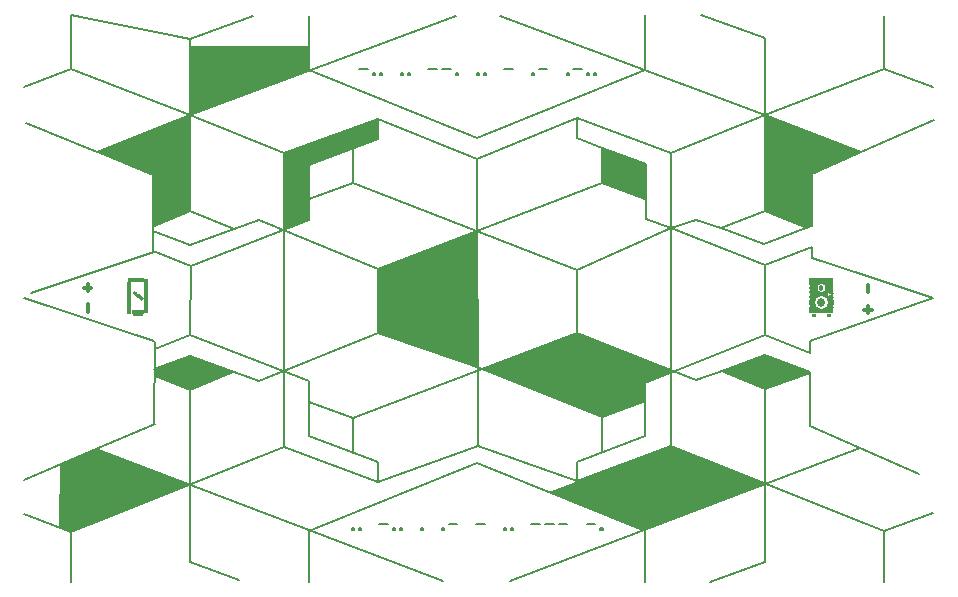
<source format=gto>
G75*
%MOIN*%
%OFA0B0*%
%FSLAX25Y25*%
%IPPOS*%
%LPD*%
%AMOC8*
5,1,8,0,0,1.08239X$1,22.5*
%
%ADD10C,0.00700*%
%ADD11C,0.00800*%
%ADD12C,0.00100*%
%ADD13R,0.01250X0.11750*%
%ADD14R,0.05500X0.01250*%
%ADD15R,0.01250X0.10500*%
%ADD16R,0.04250X0.01250*%
%ADD17R,0.03250X0.01000*%
%ADD18C,0.01300*%
%ADD19R,0.01550X0.00050*%
%ADD20R,0.07800X0.00050*%
%ADD21R,0.03400X0.00050*%
%ADD22R,0.03300X0.00050*%
%ADD23R,0.03100X0.00050*%
%ADD24R,0.03000X0.00050*%
%ADD25R,0.02900X0.00050*%
%ADD26R,0.02850X0.00050*%
%ADD27R,0.02800X0.00050*%
%ADD28R,0.02700X0.00050*%
%ADD29R,0.02650X0.00050*%
%ADD30R,0.02600X0.00050*%
%ADD31R,0.02500X0.00050*%
%ADD32R,0.02450X0.00050*%
%ADD33R,0.02350X0.00050*%
%ADD34R,0.02300X0.00050*%
%ADD35R,0.02200X0.00050*%
%ADD36R,0.02150X0.00050*%
%ADD37R,0.02100X0.00050*%
%ADD38R,0.00700X0.00050*%
%ADD39R,0.00900X0.00050*%
%ADD40R,0.02000X0.00050*%
%ADD41R,0.01100X0.00050*%
%ADD42R,0.01300X0.00050*%
%ADD43R,0.01500X0.00050*%
%ADD44R,0.01950X0.00050*%
%ADD45R,0.01600X0.00050*%
%ADD46R,0.01900X0.00050*%
%ADD47R,0.01800X0.00050*%
%ADD48R,0.01850X0.00050*%
%ADD49R,0.01750X0.00050*%
%ADD50R,0.02400X0.00050*%
%ADD51R,0.01700X0.00050*%
%ADD52R,0.00800X0.00050*%
%ADD53R,0.00600X0.00050*%
%ADD54R,0.02750X0.00050*%
%ADD55R,0.03350X0.00050*%
%ADD56R,0.03450X0.00050*%
%ADD57R,0.06300X0.00050*%
%ADD58R,0.06250X0.00050*%
%ADD59R,0.01200X0.00050*%
%ADD60R,0.06100X0.00050*%
%ADD61R,0.06050X0.00050*%
%ADD62R,0.01000X0.00050*%
%ADD63R,0.05950X0.00050*%
%ADD64R,0.00950X0.00050*%
%ADD65R,0.05900X0.00050*%
%ADD66R,0.01050X0.00050*%
%ADD67R,0.06150X0.00050*%
%ADD68R,0.06200X0.00050*%
%ADD69R,0.03650X0.00050*%
%ADD70R,0.03200X0.00050*%
%ADD71R,0.02950X0.00050*%
%ADD72R,0.02550X0.00050*%
%ADD73R,0.01400X0.00050*%
%ADD74R,0.00500X0.00050*%
%ADD75R,0.00400X0.00050*%
%ADD76R,0.03250X0.00050*%
%ADD77R,0.03550X0.00050*%
D10*
X0017288Y0001712D02*
X0017288Y0018384D01*
X0088117Y0046721D01*
X0119696Y0035076D01*
X0119696Y0041492D01*
X0096703Y0050130D01*
X0096703Y0061572D01*
X0111111Y0056379D01*
X0185965Y0084783D01*
X0185965Y0105712D01*
X0111111Y0134456D01*
X0096732Y0129367D01*
X0096703Y0122352D02*
X0096703Y0140705D01*
X0119696Y0149343D01*
X0119696Y0155966D01*
X0152753Y0142643D01*
X0185785Y0156149D01*
X0185785Y0149526D01*
X0194307Y0146325D01*
X0194370Y0134640D01*
X0119515Y0105813D01*
X0079826Y0122226D01*
X0071761Y0119410D01*
X0056995Y0125220D01*
X0056995Y0157255D01*
X0145593Y0190345D01*
X0160379Y0190345D02*
X0248486Y0157438D01*
X0288193Y0172634D01*
X0304698Y0166647D01*
X0288193Y0172634D02*
X0288193Y0190345D01*
X0248486Y0182887D02*
X0227144Y0190689D01*
X0208749Y0190689D02*
X0208749Y0172279D01*
X0152753Y0149526D01*
X0096717Y0172291D01*
X0096717Y0190345D01*
X0077899Y0190345D02*
X0056995Y0182704D01*
X0017288Y0190689D01*
X0017288Y0172596D01*
X0056995Y0157255D01*
X0025970Y0145016D01*
X0002217Y0154761D01*
X0001549Y0166466D02*
X0017288Y0172596D01*
X0056995Y0182704D02*
X0056995Y0157255D01*
X0088117Y0144506D01*
X0088117Y0046721D01*
X0096703Y0061572D02*
X0096703Y0068483D01*
X0057082Y0083884D01*
X0045270Y0079435D01*
X0045136Y0081761D02*
X0045086Y0054361D01*
X0045136Y0054361D02*
X0025736Y0045961D01*
X0025748Y0045965D02*
X0141216Y0002085D01*
X0163670Y0002085D02*
X0280324Y0046220D01*
X0263636Y0053561D02*
X0263536Y0071311D01*
X0263577Y0071442D02*
X0248486Y0065799D01*
X0248486Y0008315D01*
X0230424Y0001712D01*
X0208670Y0001712D02*
X0208670Y0018731D01*
X0152753Y0041219D01*
X0096629Y0018710D01*
X0096629Y0001712D01*
X0073259Y0002170D02*
X0056995Y0008131D01*
X0056995Y0065616D01*
X0071376Y0071602D01*
X0079826Y0068609D02*
X0119515Y0084599D01*
X0152728Y0073292D01*
X0194307Y0056587D01*
X0194307Y0045219D01*
X0185785Y0041675D02*
X0185785Y0035259D01*
X0153060Y0046972D01*
X0119696Y0035076D01*
X0111111Y0044694D02*
X0111111Y0056379D01*
X0079826Y0068609D02*
X0056932Y0077024D01*
X0045092Y0072596D01*
X0045188Y0070292D02*
X0056995Y0065616D01*
X0045048Y0081879D02*
X0001549Y0096200D01*
X0003846Y0097888D02*
X0044814Y0111695D01*
X0044598Y0111790D02*
X0057125Y0107064D01*
X0057082Y0083884D01*
X0057125Y0107064D02*
X0096703Y0122352D01*
X0111111Y0134456D02*
X0111173Y0145982D01*
X0119696Y0155966D02*
X0088117Y0144506D01*
X0057086Y0125211D02*
X0044636Y0120161D01*
X0044683Y0118699D02*
X0056932Y0113811D01*
X0071761Y0119410D01*
X0044699Y0111946D02*
X0044624Y0137449D01*
X0026196Y0144982D01*
X0119515Y0105813D02*
X0119515Y0084599D01*
X0153060Y0046972D02*
X0152753Y0142643D01*
X0185785Y0156149D02*
X0217364Y0144709D01*
X0217364Y0046904D01*
X0288193Y0018567D01*
X0304698Y0024554D01*
X0288193Y0018567D02*
X0288193Y0001712D01*
X0300018Y0037758D02*
X0263576Y0053510D01*
X0248486Y0065799D02*
X0234106Y0071785D01*
X0248549Y0077207D01*
X0263689Y0071579D01*
X0263515Y0078085D02*
X0248486Y0083992D01*
X0248486Y0107210D01*
X0217245Y0119593D01*
X0185965Y0105712D01*
X0208778Y0122535D02*
X0217245Y0119593D01*
X0225654Y0122409D01*
X0233931Y0119676D01*
X0248486Y0125403D01*
X0262428Y0119676D01*
X0264050Y0120135D02*
X0248207Y0114120D01*
X0233931Y0119676D01*
X0248486Y0125403D02*
X0248486Y0157438D01*
X0280637Y0144887D01*
X0304930Y0155579D01*
X0280761Y0144924D02*
X0264235Y0137537D01*
X0264185Y0120273D01*
X0264260Y0113273D02*
X0264260Y0109711D01*
X0280536Y0104298D01*
X0280757Y0104178D02*
X0304698Y0096200D01*
X0304636Y0096261D02*
X0263586Y0082111D01*
X0263536Y0078311D01*
X0248486Y0083992D02*
X0208670Y0068046D01*
X0208670Y0061855D01*
X0208670Y0050313D01*
X0185785Y0041675D01*
X0185785Y0035259D02*
X0217364Y0046904D01*
X0208670Y0061855D02*
X0194307Y0056587D01*
X0185965Y0084783D02*
X0225654Y0068792D01*
X0234106Y0071785D01*
X0248486Y0107210D02*
X0264164Y0113230D01*
X0248486Y0157438D02*
X0217364Y0144709D01*
X0208778Y0140888D02*
X0208778Y0122535D01*
X0208614Y0129367D02*
X0194370Y0134640D01*
X0194307Y0146325D02*
X0208778Y0140888D01*
X0248486Y0157438D02*
X0248486Y0182887D01*
X0025748Y0045965D02*
X0001549Y0035728D01*
X0001549Y0024369D02*
X0017288Y0018384D01*
D11*
X0110878Y0018994D02*
X0111578Y0018994D01*
X0111578Y0019695D01*
X0110878Y0019695D01*
X0110878Y0018994D01*
X0113180Y0018994D02*
X0113880Y0018994D01*
X0113880Y0019695D01*
X0113180Y0019695D01*
X0113180Y0018994D01*
X0120086Y0021096D02*
X0122888Y0021096D01*
X0124690Y0019695D02*
X0125390Y0019695D01*
X0125390Y0018994D01*
X0124690Y0018994D01*
X0124690Y0019695D01*
X0126992Y0019695D02*
X0126992Y0018994D01*
X0127692Y0018994D01*
X0127692Y0019695D01*
X0126992Y0019695D01*
X0133897Y0019695D02*
X0133897Y0018994D01*
X0134598Y0018994D01*
X0134598Y0019695D01*
X0133897Y0019695D01*
X0140803Y0019695D02*
X0140803Y0018994D01*
X0141504Y0018994D01*
X0141504Y0019695D01*
X0140803Y0019695D01*
X0143105Y0021096D02*
X0145908Y0021096D01*
X0152313Y0021096D02*
X0155116Y0021096D01*
X0161521Y0019695D02*
X0161521Y0018994D01*
X0162222Y0018994D01*
X0162222Y0019695D01*
X0161521Y0019695D01*
X0163823Y0019695D02*
X0163823Y0018994D01*
X0164524Y0018994D01*
X0164524Y0019695D01*
X0163823Y0019695D01*
X0170729Y0021096D02*
X0173531Y0021096D01*
X0175333Y0021096D02*
X0178135Y0021096D01*
X0179937Y0021096D02*
X0182739Y0021096D01*
X0189145Y0021096D02*
X0191947Y0021096D01*
X0193748Y0019695D02*
X0193748Y0018994D01*
X0194449Y0018994D01*
X0194449Y0019695D01*
X0193748Y0019695D01*
X0192367Y0170617D02*
X0191666Y0170617D01*
X0191666Y0171317D01*
X0192367Y0171317D01*
X0192367Y0170617D01*
X0190065Y0170617D02*
X0189364Y0170617D01*
X0189364Y0171317D01*
X0190065Y0171317D01*
X0190065Y0170617D01*
X0187563Y0172718D02*
X0184760Y0172718D01*
X0183159Y0171317D02*
X0183159Y0170617D01*
X0182458Y0170617D01*
X0182458Y0171317D01*
X0183159Y0171317D01*
X0176053Y0172718D02*
X0173250Y0172718D01*
X0171649Y0171317D02*
X0171649Y0170617D01*
X0170949Y0170617D01*
X0170949Y0171317D01*
X0171649Y0171317D01*
X0164543Y0172718D02*
X0161741Y0172718D01*
X0155535Y0171317D02*
X0155535Y0170617D01*
X0154835Y0170617D01*
X0154835Y0171317D01*
X0155535Y0171317D01*
X0153233Y0171317D02*
X0153233Y0170617D01*
X0152533Y0170617D01*
X0152533Y0171317D01*
X0153233Y0171317D01*
X0146328Y0171317D02*
X0146328Y0170617D01*
X0145627Y0170617D01*
X0145627Y0171317D01*
X0146328Y0171317D01*
X0143825Y0172718D02*
X0141023Y0172718D01*
X0139222Y0172718D02*
X0136419Y0172718D01*
X0130214Y0171317D02*
X0130214Y0170617D01*
X0129513Y0170617D01*
X0129513Y0171317D01*
X0130214Y0171317D01*
X0127912Y0171317D02*
X0127912Y0170617D01*
X0127211Y0170617D01*
X0127211Y0171317D01*
X0127912Y0171317D01*
X0121006Y0171317D02*
X0121006Y0170617D01*
X0120305Y0170617D01*
X0120305Y0171317D01*
X0121006Y0171317D01*
X0118704Y0171317D02*
X0118704Y0170617D01*
X0118003Y0170617D01*
X0118003Y0171317D01*
X0118704Y0171317D01*
X0116202Y0172718D02*
X0113400Y0172718D01*
D12*
X0096520Y0172705D02*
X0057192Y0172705D01*
X0057192Y0172607D02*
X0096520Y0172607D01*
X0096520Y0172508D02*
X0057192Y0172508D01*
X0057192Y0172410D02*
X0096520Y0172410D01*
X0096520Y0172311D02*
X0057192Y0172311D01*
X0057193Y0172213D02*
X0096471Y0172213D01*
X0096520Y0172231D02*
X0057214Y0157549D01*
X0057197Y0157524D01*
X0057190Y0180259D01*
X0096520Y0180240D01*
X0096520Y0172231D01*
X0096208Y0172114D02*
X0057193Y0172114D01*
X0057193Y0172016D02*
X0095944Y0172016D01*
X0095680Y0171917D02*
X0057193Y0171917D01*
X0057193Y0171819D02*
X0095416Y0171819D01*
X0095153Y0171720D02*
X0057193Y0171720D01*
X0057193Y0171622D02*
X0094889Y0171622D01*
X0094625Y0171523D02*
X0057193Y0171523D01*
X0057193Y0171425D02*
X0094361Y0171425D01*
X0094098Y0171326D02*
X0057193Y0171326D01*
X0057193Y0171228D02*
X0093834Y0171228D01*
X0093570Y0171129D02*
X0057193Y0171129D01*
X0057193Y0171031D02*
X0093307Y0171031D01*
X0093043Y0170932D02*
X0057193Y0170932D01*
X0057193Y0170834D02*
X0092779Y0170834D01*
X0092515Y0170735D02*
X0057193Y0170735D01*
X0057193Y0170637D02*
X0092252Y0170637D01*
X0091988Y0170538D02*
X0057193Y0170538D01*
X0057193Y0170440D02*
X0091724Y0170440D01*
X0091460Y0170341D02*
X0057193Y0170341D01*
X0057193Y0170243D02*
X0091197Y0170243D01*
X0090933Y0170144D02*
X0057193Y0170144D01*
X0057193Y0170046D02*
X0090669Y0170046D01*
X0090405Y0169947D02*
X0057193Y0169947D01*
X0057193Y0169849D02*
X0090142Y0169849D01*
X0089878Y0169750D02*
X0057193Y0169750D01*
X0057193Y0169652D02*
X0089614Y0169652D01*
X0089350Y0169553D02*
X0057193Y0169553D01*
X0057193Y0169455D02*
X0089087Y0169455D01*
X0088823Y0169356D02*
X0057193Y0169356D01*
X0057193Y0169257D02*
X0088559Y0169257D01*
X0088296Y0169159D02*
X0057194Y0169159D01*
X0057194Y0169060D02*
X0088032Y0169060D01*
X0087768Y0168962D02*
X0057194Y0168962D01*
X0057194Y0168863D02*
X0087504Y0168863D01*
X0087241Y0168765D02*
X0057194Y0168765D01*
X0057194Y0168666D02*
X0086977Y0168666D01*
X0086713Y0168568D02*
X0057194Y0168568D01*
X0057194Y0168469D02*
X0086449Y0168469D01*
X0086186Y0168371D02*
X0057194Y0168371D01*
X0057194Y0168272D02*
X0085922Y0168272D01*
X0085658Y0168174D02*
X0057194Y0168174D01*
X0057194Y0168075D02*
X0085394Y0168075D01*
X0085131Y0167977D02*
X0057194Y0167977D01*
X0057194Y0167878D02*
X0084867Y0167878D01*
X0084603Y0167780D02*
X0057194Y0167780D01*
X0057194Y0167681D02*
X0084340Y0167681D01*
X0084076Y0167583D02*
X0057194Y0167583D01*
X0057194Y0167484D02*
X0083812Y0167484D01*
X0083548Y0167386D02*
X0057194Y0167386D01*
X0057194Y0167287D02*
X0083285Y0167287D01*
X0083021Y0167189D02*
X0057194Y0167189D01*
X0057194Y0167090D02*
X0082757Y0167090D01*
X0082493Y0166992D02*
X0057194Y0166992D01*
X0057194Y0166893D02*
X0082230Y0166893D01*
X0081966Y0166795D02*
X0057194Y0166795D01*
X0057194Y0166696D02*
X0081702Y0166696D01*
X0081438Y0166598D02*
X0057194Y0166598D01*
X0057194Y0166499D02*
X0081175Y0166499D01*
X0080911Y0166401D02*
X0057194Y0166401D01*
X0057194Y0166302D02*
X0080647Y0166302D01*
X0080383Y0166204D02*
X0057194Y0166204D01*
X0057195Y0166105D02*
X0080120Y0166105D01*
X0079856Y0166007D02*
X0057195Y0166007D01*
X0057195Y0165908D02*
X0079592Y0165908D01*
X0079329Y0165810D02*
X0057195Y0165810D01*
X0057195Y0165711D02*
X0079065Y0165711D01*
X0078801Y0165613D02*
X0057195Y0165613D01*
X0057195Y0165514D02*
X0078537Y0165514D01*
X0078274Y0165416D02*
X0057195Y0165416D01*
X0057195Y0165317D02*
X0078010Y0165317D01*
X0077746Y0165219D02*
X0057195Y0165219D01*
X0057195Y0165120D02*
X0077482Y0165120D01*
X0077219Y0165021D02*
X0057195Y0165021D01*
X0057195Y0164923D02*
X0076955Y0164923D01*
X0076691Y0164824D02*
X0057195Y0164824D01*
X0057195Y0164726D02*
X0076427Y0164726D01*
X0076164Y0164627D02*
X0057195Y0164627D01*
X0057195Y0164529D02*
X0075900Y0164529D01*
X0075636Y0164430D02*
X0057195Y0164430D01*
X0057195Y0164332D02*
X0075373Y0164332D01*
X0075109Y0164233D02*
X0057195Y0164233D01*
X0057195Y0164135D02*
X0074845Y0164135D01*
X0074581Y0164036D02*
X0057195Y0164036D01*
X0057195Y0163938D02*
X0074318Y0163938D01*
X0074054Y0163839D02*
X0057195Y0163839D01*
X0057195Y0163741D02*
X0073790Y0163741D01*
X0073526Y0163642D02*
X0057195Y0163642D01*
X0057195Y0163544D02*
X0073263Y0163544D01*
X0072999Y0163445D02*
X0057195Y0163445D01*
X0057195Y0163347D02*
X0072735Y0163347D01*
X0072471Y0163248D02*
X0057195Y0163248D01*
X0057195Y0163150D02*
X0072208Y0163150D01*
X0071944Y0163051D02*
X0057196Y0163051D01*
X0057196Y0162953D02*
X0071680Y0162953D01*
X0071416Y0162854D02*
X0057196Y0162854D01*
X0057196Y0162756D02*
X0071153Y0162756D01*
X0070889Y0162657D02*
X0057196Y0162657D01*
X0057196Y0162559D02*
X0070625Y0162559D01*
X0070362Y0162460D02*
X0057196Y0162460D01*
X0057196Y0162362D02*
X0070098Y0162362D01*
X0069834Y0162263D02*
X0057196Y0162263D01*
X0057196Y0162165D02*
X0069570Y0162165D01*
X0069307Y0162066D02*
X0057196Y0162066D01*
X0057196Y0161968D02*
X0069043Y0161968D01*
X0068779Y0161869D02*
X0057196Y0161869D01*
X0057196Y0161771D02*
X0068515Y0161771D01*
X0068252Y0161672D02*
X0057196Y0161672D01*
X0057196Y0161574D02*
X0067988Y0161574D01*
X0067724Y0161475D02*
X0057196Y0161475D01*
X0057196Y0161377D02*
X0067460Y0161377D01*
X0067197Y0161278D02*
X0057196Y0161278D01*
X0057196Y0161180D02*
X0066933Y0161180D01*
X0066669Y0161081D02*
X0057196Y0161081D01*
X0057196Y0160983D02*
X0066406Y0160983D01*
X0066142Y0160884D02*
X0057196Y0160884D01*
X0057196Y0160786D02*
X0065878Y0160786D01*
X0065614Y0160687D02*
X0057196Y0160687D01*
X0057196Y0160588D02*
X0065351Y0160588D01*
X0065087Y0160490D02*
X0057196Y0160490D01*
X0057196Y0160391D02*
X0064823Y0160391D01*
X0064559Y0160293D02*
X0057196Y0160293D01*
X0057196Y0160194D02*
X0064296Y0160194D01*
X0064032Y0160096D02*
X0057197Y0160096D01*
X0057197Y0159997D02*
X0063768Y0159997D01*
X0063504Y0159899D02*
X0057197Y0159899D01*
X0057197Y0159800D02*
X0063241Y0159800D01*
X0062977Y0159702D02*
X0057197Y0159702D01*
X0057197Y0159603D02*
X0062713Y0159603D01*
X0062449Y0159505D02*
X0057197Y0159505D01*
X0057197Y0159406D02*
X0062186Y0159406D01*
X0061922Y0159308D02*
X0057197Y0159308D01*
X0057197Y0159209D02*
X0061658Y0159209D01*
X0061395Y0159111D02*
X0057197Y0159111D01*
X0057197Y0159012D02*
X0061131Y0159012D01*
X0060867Y0158914D02*
X0057197Y0158914D01*
X0057197Y0158815D02*
X0060603Y0158815D01*
X0060340Y0158717D02*
X0057197Y0158717D01*
X0057197Y0158618D02*
X0060076Y0158618D01*
X0059812Y0158520D02*
X0057197Y0158520D01*
X0057197Y0158421D02*
X0059548Y0158421D01*
X0059285Y0158323D02*
X0057197Y0158323D01*
X0057197Y0158224D02*
X0059021Y0158224D01*
X0058757Y0158126D02*
X0057197Y0158126D01*
X0057197Y0158027D02*
X0058493Y0158027D01*
X0058230Y0157929D02*
X0057197Y0157929D01*
X0057197Y0157830D02*
X0057966Y0157830D01*
X0057702Y0157732D02*
X0057197Y0157732D01*
X0057197Y0157633D02*
X0057439Y0157633D01*
X0057205Y0157535D02*
X0057197Y0157535D01*
X0056896Y0157103D02*
X0026521Y0145209D01*
X0026720Y0145072D01*
X0044803Y0137638D01*
X0044788Y0137887D01*
X0044783Y0120433D01*
X0056815Y0125304D01*
X0056896Y0157103D01*
X0056896Y0157042D02*
X0056740Y0157042D01*
X0056895Y0156944D02*
X0056488Y0156944D01*
X0056237Y0156845D02*
X0056895Y0156845D01*
X0056895Y0156747D02*
X0055985Y0156747D01*
X0055734Y0156648D02*
X0056895Y0156648D01*
X0056894Y0156550D02*
X0055482Y0156550D01*
X0055230Y0156451D02*
X0056894Y0156451D01*
X0056894Y0156352D02*
X0054979Y0156352D01*
X0054727Y0156254D02*
X0056894Y0156254D01*
X0056893Y0156155D02*
X0054476Y0156155D01*
X0054224Y0156057D02*
X0056893Y0156057D01*
X0056893Y0155958D02*
X0053973Y0155958D01*
X0053721Y0155860D02*
X0056893Y0155860D01*
X0056892Y0155761D02*
X0053469Y0155761D01*
X0053218Y0155663D02*
X0056892Y0155663D01*
X0056892Y0155564D02*
X0052966Y0155564D01*
X0052715Y0155466D02*
X0056892Y0155466D01*
X0056891Y0155367D02*
X0052463Y0155367D01*
X0052212Y0155269D02*
X0056891Y0155269D01*
X0056891Y0155170D02*
X0051960Y0155170D01*
X0051709Y0155072D02*
X0056891Y0155072D01*
X0056890Y0154973D02*
X0051457Y0154973D01*
X0051205Y0154875D02*
X0056890Y0154875D01*
X0056890Y0154776D02*
X0050954Y0154776D01*
X0050702Y0154678D02*
X0056890Y0154678D01*
X0056889Y0154579D02*
X0050451Y0154579D01*
X0050199Y0154481D02*
X0056889Y0154481D01*
X0056889Y0154382D02*
X0049948Y0154382D01*
X0049696Y0154284D02*
X0056889Y0154284D01*
X0056888Y0154185D02*
X0049444Y0154185D01*
X0049193Y0154087D02*
X0056888Y0154087D01*
X0056888Y0153988D02*
X0048941Y0153988D01*
X0048690Y0153890D02*
X0056888Y0153890D01*
X0056887Y0153791D02*
X0048438Y0153791D01*
X0048187Y0153693D02*
X0056887Y0153693D01*
X0056887Y0153594D02*
X0047935Y0153594D01*
X0047683Y0153496D02*
X0056887Y0153496D01*
X0056886Y0153397D02*
X0047432Y0153397D01*
X0047180Y0153299D02*
X0056886Y0153299D01*
X0056886Y0153200D02*
X0046929Y0153200D01*
X0046677Y0153102D02*
X0056886Y0153102D01*
X0056885Y0153003D02*
X0046426Y0153003D01*
X0046174Y0152905D02*
X0056885Y0152905D01*
X0056885Y0152806D02*
X0045923Y0152806D01*
X0045671Y0152708D02*
X0056885Y0152708D01*
X0056884Y0152609D02*
X0045419Y0152609D01*
X0045168Y0152511D02*
X0056884Y0152511D01*
X0056884Y0152412D02*
X0044916Y0152412D01*
X0044665Y0152314D02*
X0056884Y0152314D01*
X0056883Y0152215D02*
X0044413Y0152215D01*
X0044162Y0152117D02*
X0056883Y0152117D01*
X0056883Y0152018D02*
X0043910Y0152018D01*
X0043658Y0151919D02*
X0056882Y0151919D01*
X0056882Y0151821D02*
X0043407Y0151821D01*
X0043155Y0151722D02*
X0056882Y0151722D01*
X0056882Y0151624D02*
X0042904Y0151624D01*
X0042652Y0151525D02*
X0056881Y0151525D01*
X0056881Y0151427D02*
X0042401Y0151427D01*
X0042149Y0151328D02*
X0056881Y0151328D01*
X0056881Y0151230D02*
X0041897Y0151230D01*
X0041646Y0151131D02*
X0056880Y0151131D01*
X0056880Y0151033D02*
X0041394Y0151033D01*
X0041143Y0150934D02*
X0056880Y0150934D01*
X0056880Y0150836D02*
X0040891Y0150836D01*
X0040640Y0150737D02*
X0056879Y0150737D01*
X0056879Y0150639D02*
X0040388Y0150639D01*
X0040137Y0150540D02*
X0056879Y0150540D01*
X0056879Y0150442D02*
X0039885Y0150442D01*
X0039633Y0150343D02*
X0056878Y0150343D01*
X0056878Y0150245D02*
X0039382Y0150245D01*
X0039130Y0150146D02*
X0056878Y0150146D01*
X0056878Y0150048D02*
X0038879Y0150048D01*
X0038627Y0149949D02*
X0056877Y0149949D01*
X0056877Y0149851D02*
X0038376Y0149851D01*
X0038124Y0149752D02*
X0056877Y0149752D01*
X0056877Y0149654D02*
X0037872Y0149654D01*
X0037621Y0149555D02*
X0056876Y0149555D01*
X0056876Y0149457D02*
X0037369Y0149457D01*
X0037118Y0149358D02*
X0056876Y0149358D01*
X0056876Y0149260D02*
X0036866Y0149260D01*
X0036615Y0149161D02*
X0056875Y0149161D01*
X0056875Y0149063D02*
X0036363Y0149063D01*
X0036111Y0148964D02*
X0056875Y0148964D01*
X0056875Y0148866D02*
X0035860Y0148866D01*
X0035608Y0148767D02*
X0056874Y0148767D01*
X0056874Y0148669D02*
X0035357Y0148669D01*
X0035105Y0148570D02*
X0056874Y0148570D01*
X0056874Y0148472D02*
X0034854Y0148472D01*
X0034602Y0148373D02*
X0056873Y0148373D01*
X0056873Y0148275D02*
X0034351Y0148275D01*
X0034099Y0148176D02*
X0056873Y0148176D01*
X0056873Y0148078D02*
X0033847Y0148078D01*
X0033596Y0147979D02*
X0056872Y0147979D01*
X0056872Y0147881D02*
X0033344Y0147881D01*
X0033093Y0147782D02*
X0056872Y0147782D01*
X0056872Y0147684D02*
X0032841Y0147684D01*
X0032590Y0147585D02*
X0056871Y0147585D01*
X0056871Y0147486D02*
X0032338Y0147486D01*
X0032086Y0147388D02*
X0056871Y0147388D01*
X0056871Y0147289D02*
X0031835Y0147289D01*
X0031583Y0147191D02*
X0056870Y0147191D01*
X0056870Y0147092D02*
X0031332Y0147092D01*
X0031080Y0146994D02*
X0056870Y0146994D01*
X0056870Y0146895D02*
X0030829Y0146895D01*
X0030577Y0146797D02*
X0056869Y0146797D01*
X0056869Y0146698D02*
X0030325Y0146698D01*
X0030074Y0146600D02*
X0056869Y0146600D01*
X0056869Y0146501D02*
X0029822Y0146501D01*
X0029571Y0146403D02*
X0056868Y0146403D01*
X0056868Y0146304D02*
X0029319Y0146304D01*
X0029068Y0146206D02*
X0056868Y0146206D01*
X0056868Y0146107D02*
X0028816Y0146107D01*
X0028565Y0146009D02*
X0056867Y0146009D01*
X0056867Y0145910D02*
X0028313Y0145910D01*
X0028061Y0145812D02*
X0056867Y0145812D01*
X0056867Y0145713D02*
X0027810Y0145713D01*
X0027558Y0145615D02*
X0056866Y0145615D01*
X0056866Y0145516D02*
X0027307Y0145516D01*
X0027055Y0145418D02*
X0056866Y0145418D01*
X0056866Y0145319D02*
X0026804Y0145319D01*
X0026647Y0145122D02*
X0056865Y0145122D01*
X0056865Y0145024D02*
X0026838Y0145024D01*
X0027077Y0144925D02*
X0056865Y0144925D01*
X0056864Y0144827D02*
X0027317Y0144827D01*
X0027557Y0144728D02*
X0056864Y0144728D01*
X0056864Y0144630D02*
X0027796Y0144630D01*
X0028036Y0144531D02*
X0056864Y0144531D01*
X0056863Y0144433D02*
X0028275Y0144433D01*
X0028515Y0144334D02*
X0056863Y0144334D01*
X0056863Y0144236D02*
X0028755Y0144236D01*
X0028994Y0144137D02*
X0056863Y0144137D01*
X0056862Y0144039D02*
X0029234Y0144039D01*
X0029474Y0143940D02*
X0056862Y0143940D01*
X0056862Y0143842D02*
X0029713Y0143842D01*
X0029953Y0143743D02*
X0056862Y0143743D01*
X0056861Y0143645D02*
X0030192Y0143645D01*
X0030432Y0143546D02*
X0056861Y0143546D01*
X0056861Y0143448D02*
X0030672Y0143448D01*
X0030911Y0143349D02*
X0056861Y0143349D01*
X0056860Y0143250D02*
X0031151Y0143250D01*
X0031391Y0143152D02*
X0056860Y0143152D01*
X0056860Y0143053D02*
X0031630Y0143053D01*
X0031870Y0142955D02*
X0056860Y0142955D01*
X0056859Y0142856D02*
X0032109Y0142856D01*
X0032349Y0142758D02*
X0056859Y0142758D01*
X0056859Y0142659D02*
X0032589Y0142659D01*
X0032828Y0142561D02*
X0056859Y0142561D01*
X0056858Y0142462D02*
X0033068Y0142462D01*
X0033307Y0142364D02*
X0056858Y0142364D01*
X0056858Y0142265D02*
X0033547Y0142265D01*
X0033787Y0142167D02*
X0056858Y0142167D01*
X0056857Y0142068D02*
X0034026Y0142068D01*
X0034266Y0141970D02*
X0056857Y0141970D01*
X0056857Y0141871D02*
X0034506Y0141871D01*
X0034745Y0141773D02*
X0056857Y0141773D01*
X0056856Y0141674D02*
X0034985Y0141674D01*
X0035224Y0141576D02*
X0056856Y0141576D01*
X0056856Y0141477D02*
X0035464Y0141477D01*
X0035704Y0141379D02*
X0056856Y0141379D01*
X0056855Y0141280D02*
X0035943Y0141280D01*
X0036183Y0141182D02*
X0056855Y0141182D01*
X0056855Y0141083D02*
X0036423Y0141083D01*
X0036662Y0140985D02*
X0056855Y0140985D01*
X0056854Y0140886D02*
X0036902Y0140886D01*
X0037141Y0140788D02*
X0056854Y0140788D01*
X0056854Y0140689D02*
X0037381Y0140689D01*
X0037621Y0140591D02*
X0056854Y0140591D01*
X0056853Y0140492D02*
X0037860Y0140492D01*
X0038100Y0140394D02*
X0056853Y0140394D01*
X0056853Y0140295D02*
X0038339Y0140295D01*
X0038579Y0140197D02*
X0056853Y0140197D01*
X0056852Y0140098D02*
X0038819Y0140098D01*
X0039058Y0140000D02*
X0056852Y0140000D01*
X0056852Y0139901D02*
X0039298Y0139901D01*
X0039538Y0139803D02*
X0056852Y0139803D01*
X0056851Y0139704D02*
X0039777Y0139704D01*
X0040017Y0139606D02*
X0056851Y0139606D01*
X0056851Y0139507D02*
X0040256Y0139507D01*
X0040496Y0139409D02*
X0056851Y0139409D01*
X0056850Y0139310D02*
X0040736Y0139310D01*
X0040975Y0139212D02*
X0056850Y0139212D01*
X0056850Y0139113D02*
X0041215Y0139113D01*
X0041455Y0139015D02*
X0056850Y0139015D01*
X0056849Y0138916D02*
X0041694Y0138916D01*
X0041934Y0138817D02*
X0056849Y0138817D01*
X0056849Y0138719D02*
X0042173Y0138719D01*
X0042413Y0138620D02*
X0056849Y0138620D01*
X0056848Y0138522D02*
X0042653Y0138522D01*
X0042892Y0138423D02*
X0056848Y0138423D01*
X0056848Y0138325D02*
X0043132Y0138325D01*
X0043371Y0138226D02*
X0056848Y0138226D01*
X0056847Y0138128D02*
X0043611Y0138128D01*
X0043851Y0138029D02*
X0056847Y0138029D01*
X0056847Y0137931D02*
X0044090Y0137931D01*
X0044330Y0137832D02*
X0044788Y0137832D01*
X0044792Y0137832D02*
X0056847Y0137832D01*
X0056846Y0137734D02*
X0044798Y0137734D01*
X0044788Y0137734D02*
X0044570Y0137734D01*
X0044788Y0137635D02*
X0056846Y0137635D01*
X0056846Y0137537D02*
X0044788Y0137537D01*
X0044788Y0137438D02*
X0056846Y0137438D01*
X0056845Y0137340D02*
X0044788Y0137340D01*
X0044788Y0137241D02*
X0056845Y0137241D01*
X0056845Y0137143D02*
X0044788Y0137143D01*
X0044788Y0137044D02*
X0056845Y0137044D01*
X0056844Y0136946D02*
X0044788Y0136946D01*
X0044788Y0136847D02*
X0056844Y0136847D01*
X0056844Y0136749D02*
X0044788Y0136749D01*
X0044788Y0136650D02*
X0056844Y0136650D01*
X0056843Y0136552D02*
X0044788Y0136552D01*
X0044788Y0136453D02*
X0056843Y0136453D01*
X0056843Y0136355D02*
X0044788Y0136355D01*
X0044788Y0136256D02*
X0056843Y0136256D01*
X0056842Y0136158D02*
X0044788Y0136158D01*
X0044788Y0136059D02*
X0056842Y0136059D01*
X0056842Y0135961D02*
X0044788Y0135961D01*
X0044788Y0135862D02*
X0056842Y0135862D01*
X0056841Y0135764D02*
X0044788Y0135764D01*
X0044788Y0135665D02*
X0056841Y0135665D01*
X0056841Y0135567D02*
X0044788Y0135567D01*
X0044788Y0135468D02*
X0056841Y0135468D01*
X0056840Y0135370D02*
X0044788Y0135370D01*
X0044788Y0135271D02*
X0056840Y0135271D01*
X0056840Y0135173D02*
X0044787Y0135173D01*
X0044787Y0135074D02*
X0056840Y0135074D01*
X0056839Y0134976D02*
X0044787Y0134976D01*
X0044787Y0134877D02*
X0056839Y0134877D01*
X0056839Y0134779D02*
X0044787Y0134779D01*
X0044787Y0134680D02*
X0056838Y0134680D01*
X0056838Y0134581D02*
X0044787Y0134581D01*
X0044787Y0134483D02*
X0056838Y0134483D01*
X0056838Y0134384D02*
X0044787Y0134384D01*
X0044787Y0134286D02*
X0056837Y0134286D01*
X0056837Y0134187D02*
X0044787Y0134187D01*
X0044787Y0134089D02*
X0056837Y0134089D01*
X0056837Y0133990D02*
X0044787Y0133990D01*
X0044787Y0133892D02*
X0056836Y0133892D01*
X0056836Y0133793D02*
X0044787Y0133793D01*
X0044787Y0133695D02*
X0056836Y0133695D01*
X0056836Y0133596D02*
X0044787Y0133596D01*
X0044787Y0133498D02*
X0056835Y0133498D01*
X0056835Y0133399D02*
X0044787Y0133399D01*
X0044787Y0133301D02*
X0056835Y0133301D01*
X0056835Y0133202D02*
X0044787Y0133202D01*
X0044787Y0133104D02*
X0056834Y0133104D01*
X0056834Y0133005D02*
X0044787Y0133005D01*
X0044787Y0132907D02*
X0056834Y0132907D01*
X0056834Y0132808D02*
X0044787Y0132808D01*
X0044787Y0132710D02*
X0056833Y0132710D01*
X0056833Y0132611D02*
X0044787Y0132611D01*
X0044787Y0132513D02*
X0056833Y0132513D01*
X0056833Y0132414D02*
X0044787Y0132414D01*
X0044787Y0132316D02*
X0056832Y0132316D01*
X0056832Y0132217D02*
X0044787Y0132217D01*
X0044787Y0132119D02*
X0056832Y0132119D01*
X0056832Y0132020D02*
X0044786Y0132020D01*
X0044786Y0131922D02*
X0056831Y0131922D01*
X0056831Y0131823D02*
X0044786Y0131823D01*
X0044786Y0131725D02*
X0056831Y0131725D01*
X0056831Y0131626D02*
X0044786Y0131626D01*
X0044786Y0131528D02*
X0056830Y0131528D01*
X0056830Y0131429D02*
X0044786Y0131429D01*
X0044786Y0131331D02*
X0056830Y0131331D01*
X0056830Y0131232D02*
X0044786Y0131232D01*
X0044786Y0131134D02*
X0056829Y0131134D01*
X0056829Y0131035D02*
X0044786Y0131035D01*
X0044786Y0130937D02*
X0056829Y0130937D01*
X0056829Y0130838D02*
X0044786Y0130838D01*
X0044786Y0130740D02*
X0056828Y0130740D01*
X0056828Y0130641D02*
X0044786Y0130641D01*
X0044786Y0130543D02*
X0056828Y0130543D01*
X0056828Y0130444D02*
X0044786Y0130444D01*
X0044786Y0130346D02*
X0056827Y0130346D01*
X0056827Y0130247D02*
X0044786Y0130247D01*
X0044786Y0130148D02*
X0056827Y0130148D01*
X0056827Y0130050D02*
X0044786Y0130050D01*
X0044786Y0129951D02*
X0056826Y0129951D01*
X0056826Y0129853D02*
X0044786Y0129853D01*
X0044786Y0129754D02*
X0056826Y0129754D01*
X0056826Y0129656D02*
X0044786Y0129656D01*
X0044786Y0129557D02*
X0056825Y0129557D01*
X0056825Y0129459D02*
X0044786Y0129459D01*
X0044786Y0129360D02*
X0056825Y0129360D01*
X0056825Y0129262D02*
X0044786Y0129262D01*
X0044786Y0129163D02*
X0056824Y0129163D01*
X0056824Y0129065D02*
X0044786Y0129065D01*
X0044785Y0128966D02*
X0056824Y0128966D01*
X0056824Y0128868D02*
X0044785Y0128868D01*
X0044785Y0128769D02*
X0056823Y0128769D01*
X0056823Y0128671D02*
X0044785Y0128671D01*
X0044785Y0128572D02*
X0056823Y0128572D01*
X0056823Y0128474D02*
X0044785Y0128474D01*
X0044785Y0128375D02*
X0056822Y0128375D01*
X0056822Y0128277D02*
X0044785Y0128277D01*
X0044785Y0128178D02*
X0056822Y0128178D01*
X0056822Y0128080D02*
X0044785Y0128080D01*
X0044785Y0127981D02*
X0056821Y0127981D01*
X0056821Y0127883D02*
X0044785Y0127883D01*
X0044785Y0127784D02*
X0056821Y0127784D01*
X0056821Y0127686D02*
X0044785Y0127686D01*
X0044785Y0127587D02*
X0056820Y0127587D01*
X0056820Y0127489D02*
X0044785Y0127489D01*
X0044785Y0127390D02*
X0056820Y0127390D01*
X0056820Y0127292D02*
X0044785Y0127292D01*
X0044785Y0127193D02*
X0056819Y0127193D01*
X0056819Y0127095D02*
X0044785Y0127095D01*
X0044785Y0126996D02*
X0056819Y0126996D01*
X0056819Y0126898D02*
X0044785Y0126898D01*
X0044785Y0126799D02*
X0056818Y0126799D01*
X0056818Y0126701D02*
X0044785Y0126701D01*
X0044785Y0126602D02*
X0056818Y0126602D01*
X0056818Y0126504D02*
X0044785Y0126504D01*
X0044785Y0126405D02*
X0056817Y0126405D01*
X0056817Y0126307D02*
X0044785Y0126307D01*
X0044785Y0126208D02*
X0056817Y0126208D01*
X0056817Y0126110D02*
X0044785Y0126110D01*
X0044785Y0126011D02*
X0056816Y0126011D01*
X0056816Y0125912D02*
X0044785Y0125912D01*
X0044784Y0125814D02*
X0056816Y0125814D01*
X0056816Y0125715D02*
X0044784Y0125715D01*
X0044784Y0125617D02*
X0056815Y0125617D01*
X0056815Y0125518D02*
X0044784Y0125518D01*
X0044784Y0125420D02*
X0056815Y0125420D01*
X0056815Y0125321D02*
X0044784Y0125321D01*
X0044784Y0125223D02*
X0056614Y0125223D01*
X0056370Y0125124D02*
X0044784Y0125124D01*
X0044784Y0125026D02*
X0056127Y0125026D01*
X0055884Y0124927D02*
X0044784Y0124927D01*
X0044784Y0124829D02*
X0055641Y0124829D01*
X0055397Y0124730D02*
X0044784Y0124730D01*
X0044784Y0124632D02*
X0055154Y0124632D01*
X0054911Y0124533D02*
X0044784Y0124533D01*
X0044784Y0124435D02*
X0054667Y0124435D01*
X0054424Y0124336D02*
X0044784Y0124336D01*
X0044784Y0124238D02*
X0054181Y0124238D01*
X0053937Y0124139D02*
X0044784Y0124139D01*
X0044784Y0124041D02*
X0053694Y0124041D01*
X0053451Y0123942D02*
X0044784Y0123942D01*
X0044784Y0123844D02*
X0053207Y0123844D01*
X0052964Y0123745D02*
X0044784Y0123745D01*
X0044784Y0123647D02*
X0052721Y0123647D01*
X0052477Y0123548D02*
X0044784Y0123548D01*
X0044784Y0123450D02*
X0052234Y0123450D01*
X0051991Y0123351D02*
X0044784Y0123351D01*
X0044784Y0123253D02*
X0051748Y0123253D01*
X0051504Y0123154D02*
X0044784Y0123154D01*
X0044784Y0123056D02*
X0051261Y0123056D01*
X0051018Y0122957D02*
X0044784Y0122957D01*
X0044784Y0122859D02*
X0050774Y0122859D01*
X0050531Y0122760D02*
X0044783Y0122760D01*
X0044783Y0122662D02*
X0050288Y0122662D01*
X0050044Y0122563D02*
X0044783Y0122563D01*
X0044783Y0122465D02*
X0049801Y0122465D01*
X0049558Y0122366D02*
X0044783Y0122366D01*
X0044783Y0122268D02*
X0049314Y0122268D01*
X0049071Y0122169D02*
X0044783Y0122169D01*
X0044783Y0122071D02*
X0048828Y0122071D01*
X0048584Y0121972D02*
X0044783Y0121972D01*
X0044783Y0121874D02*
X0048341Y0121874D01*
X0048098Y0121775D02*
X0044783Y0121775D01*
X0044783Y0121677D02*
X0047855Y0121677D01*
X0047611Y0121578D02*
X0044783Y0121578D01*
X0044783Y0121479D02*
X0047368Y0121479D01*
X0047125Y0121381D02*
X0044783Y0121381D01*
X0044783Y0121282D02*
X0046881Y0121282D01*
X0046638Y0121184D02*
X0044783Y0121184D01*
X0044783Y0121085D02*
X0046395Y0121085D01*
X0046151Y0120987D02*
X0044783Y0120987D01*
X0044783Y0120888D02*
X0045908Y0120888D01*
X0045665Y0120790D02*
X0044783Y0120790D01*
X0044783Y0120691D02*
X0045421Y0120691D01*
X0045178Y0120593D02*
X0044783Y0120593D01*
X0044783Y0120494D02*
X0044935Y0120494D01*
X0038386Y0098511D02*
X0037886Y0098011D01*
X0039386Y0096511D01*
X0039636Y0096761D01*
X0040636Y0095761D01*
X0041136Y0096261D01*
X0039636Y0097761D01*
X0039386Y0097511D01*
X0038386Y0098511D01*
X0038303Y0098428D02*
X0038470Y0098428D01*
X0038568Y0098329D02*
X0038205Y0098329D01*
X0038106Y0098231D02*
X0038667Y0098231D01*
X0038765Y0098132D02*
X0038008Y0098132D01*
X0037909Y0098034D02*
X0038864Y0098034D01*
X0038962Y0097935D02*
X0037962Y0097935D01*
X0038061Y0097837D02*
X0039061Y0097837D01*
X0039159Y0097738D02*
X0038159Y0097738D01*
X0038258Y0097640D02*
X0039258Y0097640D01*
X0039356Y0097541D02*
X0038356Y0097541D01*
X0038455Y0097443D02*
X0039955Y0097443D01*
X0040053Y0097344D02*
X0038553Y0097344D01*
X0038652Y0097246D02*
X0040152Y0097246D01*
X0040250Y0097147D02*
X0038750Y0097147D01*
X0038849Y0097049D02*
X0040349Y0097049D01*
X0040447Y0096950D02*
X0038947Y0096950D01*
X0039046Y0096852D02*
X0040546Y0096852D01*
X0040644Y0096753D02*
X0039644Y0096753D01*
X0039628Y0096753D02*
X0039144Y0096753D01*
X0039243Y0096655D02*
X0039530Y0096655D01*
X0039431Y0096556D02*
X0039341Y0096556D01*
X0039743Y0096655D02*
X0040743Y0096655D01*
X0040841Y0096556D02*
X0039841Y0096556D01*
X0039940Y0096458D02*
X0040940Y0096458D01*
X0041038Y0096359D02*
X0040038Y0096359D01*
X0040137Y0096261D02*
X0041136Y0096261D01*
X0041037Y0096162D02*
X0040235Y0096162D01*
X0040334Y0096064D02*
X0040939Y0096064D01*
X0040840Y0095965D02*
X0040432Y0095965D01*
X0040531Y0095867D02*
X0040742Y0095867D01*
X0040643Y0095768D02*
X0040629Y0095768D01*
X0039856Y0097541D02*
X0039416Y0097541D01*
X0039515Y0097640D02*
X0039758Y0097640D01*
X0039659Y0097738D02*
X0039614Y0097738D01*
X0045321Y0072469D02*
X0056934Y0076814D01*
X0070979Y0071649D01*
X0056991Y0065825D01*
X0045330Y0070443D01*
X0045309Y0070472D01*
X0045321Y0072469D01*
X0045321Y0072421D02*
X0068880Y0072421D01*
X0068612Y0072519D02*
X0045455Y0072519D01*
X0045320Y0072322D02*
X0069148Y0072322D01*
X0069416Y0072224D02*
X0045319Y0072224D01*
X0045319Y0072125D02*
X0069684Y0072125D01*
X0069952Y0072027D02*
X0045318Y0072027D01*
X0045318Y0071928D02*
X0070219Y0071928D01*
X0070487Y0071830D02*
X0045317Y0071830D01*
X0045316Y0071731D02*
X0070755Y0071731D01*
X0070704Y0071534D02*
X0045315Y0071534D01*
X0045315Y0071436D02*
X0070467Y0071436D01*
X0070231Y0071337D02*
X0045314Y0071337D01*
X0045314Y0071239D02*
X0069994Y0071239D01*
X0069758Y0071140D02*
X0045313Y0071140D01*
X0045312Y0071042D02*
X0069521Y0071042D01*
X0069284Y0070943D02*
X0045312Y0070943D01*
X0045311Y0070845D02*
X0069048Y0070845D01*
X0068811Y0070746D02*
X0045311Y0070746D01*
X0045310Y0070648D02*
X0068575Y0070648D01*
X0068338Y0070549D02*
X0045309Y0070549D01*
X0045325Y0070451D02*
X0068101Y0070451D01*
X0067865Y0070352D02*
X0045560Y0070352D01*
X0045809Y0070254D02*
X0067628Y0070254D01*
X0067392Y0070155D02*
X0046058Y0070155D01*
X0046306Y0070057D02*
X0067155Y0070057D01*
X0066918Y0069958D02*
X0046555Y0069958D01*
X0046804Y0069860D02*
X0066682Y0069860D01*
X0066445Y0069761D02*
X0047053Y0069761D01*
X0047301Y0069663D02*
X0066209Y0069663D01*
X0065972Y0069564D02*
X0047550Y0069564D01*
X0047799Y0069466D02*
X0065735Y0069466D01*
X0065499Y0069367D02*
X0048047Y0069367D01*
X0048296Y0069268D02*
X0065262Y0069268D01*
X0065026Y0069170D02*
X0048545Y0069170D01*
X0048794Y0069071D02*
X0064789Y0069071D01*
X0064553Y0068973D02*
X0049042Y0068973D01*
X0049291Y0068874D02*
X0064316Y0068874D01*
X0064079Y0068776D02*
X0049540Y0068776D01*
X0049789Y0068677D02*
X0063843Y0068677D01*
X0063606Y0068579D02*
X0050037Y0068579D01*
X0050286Y0068480D02*
X0063370Y0068480D01*
X0063133Y0068382D02*
X0050535Y0068382D01*
X0050783Y0068283D02*
X0062896Y0068283D01*
X0062660Y0068185D02*
X0051032Y0068185D01*
X0051281Y0068086D02*
X0062423Y0068086D01*
X0062187Y0067988D02*
X0051530Y0067988D01*
X0051778Y0067889D02*
X0061950Y0067889D01*
X0061713Y0067791D02*
X0052027Y0067791D01*
X0052276Y0067692D02*
X0061477Y0067692D01*
X0061240Y0067594D02*
X0052524Y0067594D01*
X0052773Y0067495D02*
X0061004Y0067495D01*
X0060767Y0067397D02*
X0053022Y0067397D01*
X0053271Y0067298D02*
X0060530Y0067298D01*
X0060294Y0067200D02*
X0053519Y0067200D01*
X0053768Y0067101D02*
X0060057Y0067101D01*
X0059821Y0067003D02*
X0054017Y0067003D01*
X0054265Y0066904D02*
X0059584Y0066904D01*
X0059347Y0066806D02*
X0054514Y0066806D01*
X0054763Y0066707D02*
X0059111Y0066707D01*
X0058874Y0066609D02*
X0055012Y0066609D01*
X0055260Y0066510D02*
X0058638Y0066510D01*
X0058401Y0066412D02*
X0055509Y0066412D01*
X0055758Y0066313D02*
X0058165Y0066313D01*
X0057928Y0066215D02*
X0056006Y0066215D01*
X0056255Y0066116D02*
X0057691Y0066116D01*
X0057455Y0066018D02*
X0056504Y0066018D01*
X0056753Y0065919D02*
X0057218Y0065919D01*
X0067273Y0073012D02*
X0046771Y0073012D01*
X0046508Y0072913D02*
X0067541Y0072913D01*
X0067809Y0072815D02*
X0046245Y0072815D01*
X0045981Y0072716D02*
X0068076Y0072716D01*
X0068344Y0072618D02*
X0045718Y0072618D01*
X0045316Y0071633D02*
X0070941Y0071633D01*
X0067005Y0073110D02*
X0047035Y0073110D01*
X0047298Y0073209D02*
X0066737Y0073209D01*
X0066469Y0073307D02*
X0047561Y0073307D01*
X0047825Y0073406D02*
X0066201Y0073406D01*
X0065933Y0073504D02*
X0048088Y0073504D01*
X0048351Y0073603D02*
X0065665Y0073603D01*
X0065398Y0073702D02*
X0048615Y0073702D01*
X0048878Y0073800D02*
X0065130Y0073800D01*
X0064862Y0073899D02*
X0049141Y0073899D01*
X0049405Y0073997D02*
X0064594Y0073997D01*
X0064326Y0074096D02*
X0049668Y0074096D01*
X0049931Y0074194D02*
X0064058Y0074194D01*
X0063790Y0074293D02*
X0050195Y0074293D01*
X0050458Y0074391D02*
X0063522Y0074391D01*
X0063255Y0074490D02*
X0050721Y0074490D01*
X0050985Y0074588D02*
X0062987Y0074588D01*
X0062719Y0074687D02*
X0051248Y0074687D01*
X0051511Y0074785D02*
X0062451Y0074785D01*
X0062183Y0074884D02*
X0051774Y0074884D01*
X0052038Y0074982D02*
X0061915Y0074982D01*
X0061647Y0075081D02*
X0052301Y0075081D01*
X0052564Y0075179D02*
X0061379Y0075179D01*
X0061112Y0075278D02*
X0052828Y0075278D01*
X0053091Y0075376D02*
X0060844Y0075376D01*
X0060576Y0075475D02*
X0053354Y0075475D01*
X0053618Y0075573D02*
X0060308Y0075573D01*
X0060040Y0075672D02*
X0053881Y0075672D01*
X0054144Y0075770D02*
X0059772Y0075770D01*
X0059504Y0075869D02*
X0054408Y0075869D01*
X0054671Y0075967D02*
X0059236Y0075967D01*
X0058969Y0076066D02*
X0054934Y0076066D01*
X0055198Y0076164D02*
X0058701Y0076164D01*
X0058433Y0076263D02*
X0055461Y0076263D01*
X0055724Y0076361D02*
X0058165Y0076361D01*
X0057897Y0076460D02*
X0055988Y0076460D01*
X0056251Y0076558D02*
X0057629Y0076558D01*
X0057361Y0076657D02*
X0056514Y0076657D01*
X0056778Y0076755D02*
X0057093Y0076755D01*
X0029709Y0044247D02*
X0022111Y0044247D01*
X0021878Y0044148D02*
X0029969Y0044148D01*
X0030229Y0044050D02*
X0021645Y0044050D01*
X0021413Y0043951D02*
X0030488Y0043951D01*
X0030748Y0043853D02*
X0021180Y0043853D01*
X0020947Y0043754D02*
X0031007Y0043754D01*
X0031267Y0043656D02*
X0020714Y0043656D01*
X0020481Y0043557D02*
X0031527Y0043557D01*
X0031786Y0043459D02*
X0020248Y0043459D01*
X0020015Y0043360D02*
X0032046Y0043360D01*
X0032306Y0043262D02*
X0019782Y0043262D01*
X0019549Y0043163D02*
X0032565Y0043163D01*
X0032825Y0043064D02*
X0019316Y0043064D01*
X0019084Y0042966D02*
X0033085Y0042966D01*
X0033344Y0042867D02*
X0018851Y0042867D01*
X0018618Y0042769D02*
X0033604Y0042769D01*
X0033863Y0042670D02*
X0018385Y0042670D01*
X0018152Y0042572D02*
X0034123Y0042572D01*
X0034383Y0042473D02*
X0017919Y0042473D01*
X0017686Y0042375D02*
X0034642Y0042375D01*
X0034902Y0042276D02*
X0017453Y0042276D01*
X0017220Y0042178D02*
X0035162Y0042178D01*
X0035421Y0042079D02*
X0016987Y0042079D01*
X0016755Y0041981D02*
X0035681Y0041981D01*
X0035941Y0041882D02*
X0016522Y0041882D01*
X0016289Y0041784D02*
X0036200Y0041784D01*
X0036460Y0041685D02*
X0016056Y0041685D01*
X0015823Y0041587D02*
X0036719Y0041587D01*
X0036979Y0041488D02*
X0015590Y0041488D01*
X0015357Y0041390D02*
X0037239Y0041390D01*
X0037498Y0041291D02*
X0015124Y0041291D01*
X0014891Y0041193D02*
X0037758Y0041193D01*
X0038018Y0041094D02*
X0014658Y0041094D01*
X0014426Y0040996D02*
X0038277Y0040996D01*
X0038537Y0040897D02*
X0014193Y0040897D01*
X0013960Y0040799D02*
X0038796Y0040799D01*
X0039056Y0040700D02*
X0013727Y0040700D01*
X0013494Y0040602D02*
X0039316Y0040602D01*
X0039575Y0040503D02*
X0013439Y0040503D01*
X0013386Y0040556D02*
X0013518Y0040424D01*
X0013324Y0019990D01*
X0017153Y0018584D01*
X0056313Y0034153D01*
X0025704Y0045766D01*
X0013386Y0040556D01*
X0013518Y0040405D02*
X0039835Y0040405D01*
X0040095Y0040306D02*
X0013517Y0040306D01*
X0013516Y0040208D02*
X0040354Y0040208D01*
X0040614Y0040109D02*
X0013515Y0040109D01*
X0013514Y0040011D02*
X0040874Y0040011D01*
X0041133Y0039912D02*
X0013513Y0039912D01*
X0013512Y0039814D02*
X0041393Y0039814D01*
X0041652Y0039715D02*
X0013512Y0039715D01*
X0013511Y0039617D02*
X0041912Y0039617D01*
X0042172Y0039518D02*
X0013510Y0039518D01*
X0013509Y0039420D02*
X0042431Y0039420D01*
X0042691Y0039321D02*
X0013508Y0039321D01*
X0013507Y0039223D02*
X0042951Y0039223D01*
X0043210Y0039124D02*
X0013506Y0039124D01*
X0013505Y0039026D02*
X0043470Y0039026D01*
X0043730Y0038927D02*
X0013504Y0038927D01*
X0013503Y0038828D02*
X0043989Y0038828D01*
X0044249Y0038730D02*
X0013502Y0038730D01*
X0013501Y0038631D02*
X0044508Y0038631D01*
X0044768Y0038533D02*
X0013500Y0038533D01*
X0013499Y0038434D02*
X0045028Y0038434D01*
X0045287Y0038336D02*
X0013498Y0038336D01*
X0013498Y0038237D02*
X0045547Y0038237D01*
X0045807Y0038139D02*
X0013497Y0038139D01*
X0013496Y0038040D02*
X0046066Y0038040D01*
X0046326Y0037942D02*
X0013495Y0037942D01*
X0013494Y0037843D02*
X0046586Y0037843D01*
X0046845Y0037745D02*
X0013493Y0037745D01*
X0013492Y0037646D02*
X0047105Y0037646D01*
X0047364Y0037548D02*
X0013491Y0037548D01*
X0013490Y0037449D02*
X0047624Y0037449D01*
X0047884Y0037351D02*
X0013489Y0037351D01*
X0013488Y0037252D02*
X0048143Y0037252D01*
X0048403Y0037154D02*
X0013487Y0037154D01*
X0013486Y0037055D02*
X0048663Y0037055D01*
X0048922Y0036957D02*
X0013485Y0036957D01*
X0013484Y0036858D02*
X0049182Y0036858D01*
X0049441Y0036760D02*
X0013484Y0036760D01*
X0013483Y0036661D02*
X0049701Y0036661D01*
X0049961Y0036563D02*
X0013482Y0036563D01*
X0013481Y0036464D02*
X0050220Y0036464D01*
X0050480Y0036366D02*
X0013480Y0036366D01*
X0013479Y0036267D02*
X0050740Y0036267D01*
X0050999Y0036169D02*
X0013478Y0036169D01*
X0013477Y0036070D02*
X0051259Y0036070D01*
X0051519Y0035972D02*
X0013476Y0035972D01*
X0013475Y0035873D02*
X0051778Y0035873D01*
X0052038Y0035775D02*
X0013474Y0035775D01*
X0013473Y0035676D02*
X0052297Y0035676D01*
X0052557Y0035578D02*
X0013472Y0035578D01*
X0013471Y0035479D02*
X0052817Y0035479D01*
X0053076Y0035381D02*
X0013470Y0035381D01*
X0013469Y0035282D02*
X0053336Y0035282D01*
X0053596Y0035184D02*
X0013469Y0035184D01*
X0013468Y0035085D02*
X0053855Y0035085D01*
X0054115Y0034987D02*
X0013467Y0034987D01*
X0013466Y0034888D02*
X0054375Y0034888D01*
X0054634Y0034790D02*
X0013465Y0034790D01*
X0013464Y0034691D02*
X0054894Y0034691D01*
X0055153Y0034593D02*
X0013463Y0034593D01*
X0013462Y0034494D02*
X0055413Y0034494D01*
X0055673Y0034395D02*
X0013461Y0034395D01*
X0013460Y0034297D02*
X0055932Y0034297D01*
X0056192Y0034198D02*
X0013459Y0034198D01*
X0013458Y0034100D02*
X0056180Y0034100D01*
X0055933Y0034001D02*
X0013457Y0034001D01*
X0013456Y0033903D02*
X0055685Y0033903D01*
X0055437Y0033804D02*
X0013455Y0033804D01*
X0013455Y0033706D02*
X0055189Y0033706D01*
X0054941Y0033607D02*
X0013454Y0033607D01*
X0013453Y0033509D02*
X0054694Y0033509D01*
X0054446Y0033410D02*
X0013452Y0033410D01*
X0013451Y0033312D02*
X0054198Y0033312D01*
X0053950Y0033213D02*
X0013450Y0033213D01*
X0013449Y0033115D02*
X0053703Y0033115D01*
X0053455Y0033016D02*
X0013448Y0033016D01*
X0013447Y0032918D02*
X0053207Y0032918D01*
X0052959Y0032819D02*
X0013446Y0032819D01*
X0013445Y0032721D02*
X0052711Y0032721D01*
X0052464Y0032622D02*
X0013444Y0032622D01*
X0013443Y0032524D02*
X0052216Y0032524D01*
X0051968Y0032425D02*
X0013442Y0032425D01*
X0013441Y0032327D02*
X0051720Y0032327D01*
X0051473Y0032228D02*
X0013441Y0032228D01*
X0013440Y0032130D02*
X0051225Y0032130D01*
X0050977Y0032031D02*
X0013439Y0032031D01*
X0013438Y0031933D02*
X0050729Y0031933D01*
X0050481Y0031834D02*
X0013437Y0031834D01*
X0013436Y0031736D02*
X0050234Y0031736D01*
X0049986Y0031637D02*
X0013435Y0031637D01*
X0013434Y0031539D02*
X0049738Y0031539D01*
X0049490Y0031440D02*
X0013433Y0031440D01*
X0013432Y0031342D02*
X0049242Y0031342D01*
X0048995Y0031243D02*
X0013431Y0031243D01*
X0013430Y0031145D02*
X0048747Y0031145D01*
X0048499Y0031046D02*
X0013429Y0031046D01*
X0013428Y0030948D02*
X0048251Y0030948D01*
X0048004Y0030849D02*
X0013427Y0030849D01*
X0013426Y0030751D02*
X0047756Y0030751D01*
X0047508Y0030652D02*
X0013426Y0030652D01*
X0013425Y0030554D02*
X0047260Y0030554D01*
X0047012Y0030455D02*
X0013424Y0030455D01*
X0013423Y0030357D02*
X0046765Y0030357D01*
X0046517Y0030258D02*
X0013422Y0030258D01*
X0013421Y0030159D02*
X0046269Y0030159D01*
X0046021Y0030061D02*
X0013420Y0030061D01*
X0013419Y0029962D02*
X0045774Y0029962D01*
X0045526Y0029864D02*
X0013418Y0029864D01*
X0013417Y0029765D02*
X0045278Y0029765D01*
X0045030Y0029667D02*
X0013416Y0029667D01*
X0013415Y0029568D02*
X0044782Y0029568D01*
X0044535Y0029470D02*
X0013414Y0029470D01*
X0013413Y0029371D02*
X0044287Y0029371D01*
X0044039Y0029273D02*
X0013412Y0029273D01*
X0013412Y0029174D02*
X0043791Y0029174D01*
X0043544Y0029076D02*
X0013411Y0029076D01*
X0013410Y0028977D02*
X0043296Y0028977D01*
X0043048Y0028879D02*
X0013409Y0028879D01*
X0013408Y0028780D02*
X0042800Y0028780D01*
X0042552Y0028682D02*
X0013407Y0028682D01*
X0013406Y0028583D02*
X0042305Y0028583D01*
X0042057Y0028485D02*
X0013405Y0028485D01*
X0013404Y0028386D02*
X0041809Y0028386D01*
X0041561Y0028288D02*
X0013403Y0028288D01*
X0013402Y0028189D02*
X0041314Y0028189D01*
X0041066Y0028091D02*
X0013401Y0028091D01*
X0013400Y0027992D02*
X0040818Y0027992D01*
X0040570Y0027894D02*
X0013399Y0027894D01*
X0013398Y0027795D02*
X0040322Y0027795D01*
X0040075Y0027697D02*
X0013398Y0027697D01*
X0013397Y0027598D02*
X0039827Y0027598D01*
X0039579Y0027500D02*
X0013396Y0027500D01*
X0013395Y0027401D02*
X0039331Y0027401D01*
X0039084Y0027303D02*
X0013394Y0027303D01*
X0013393Y0027204D02*
X0038836Y0027204D01*
X0038588Y0027106D02*
X0013392Y0027106D01*
X0013391Y0027007D02*
X0038340Y0027007D01*
X0038092Y0026909D02*
X0013390Y0026909D01*
X0013389Y0026810D02*
X0037845Y0026810D01*
X0037597Y0026712D02*
X0013388Y0026712D01*
X0013387Y0026613D02*
X0037349Y0026613D01*
X0037101Y0026515D02*
X0013386Y0026515D01*
X0013385Y0026416D02*
X0036853Y0026416D01*
X0036606Y0026318D02*
X0013384Y0026318D01*
X0013383Y0026219D02*
X0036358Y0026219D01*
X0036110Y0026121D02*
X0013383Y0026121D01*
X0013382Y0026022D02*
X0035862Y0026022D01*
X0035615Y0025924D02*
X0013381Y0025924D01*
X0013380Y0025825D02*
X0035367Y0025825D01*
X0035119Y0025726D02*
X0013379Y0025726D01*
X0013378Y0025628D02*
X0034871Y0025628D01*
X0034623Y0025529D02*
X0013377Y0025529D01*
X0013376Y0025431D02*
X0034376Y0025431D01*
X0034128Y0025332D02*
X0013375Y0025332D01*
X0013374Y0025234D02*
X0033880Y0025234D01*
X0033632Y0025135D02*
X0013373Y0025135D01*
X0013372Y0025037D02*
X0033385Y0025037D01*
X0033137Y0024938D02*
X0013371Y0024938D01*
X0013370Y0024840D02*
X0032889Y0024840D01*
X0032641Y0024741D02*
X0013369Y0024741D01*
X0013369Y0024643D02*
X0032393Y0024643D01*
X0032146Y0024544D02*
X0013368Y0024544D01*
X0013367Y0024446D02*
X0031898Y0024446D01*
X0031650Y0024347D02*
X0013366Y0024347D01*
X0013365Y0024249D02*
X0031402Y0024249D01*
X0031155Y0024150D02*
X0013364Y0024150D01*
X0013363Y0024052D02*
X0030907Y0024052D01*
X0030659Y0023953D02*
X0013362Y0023953D01*
X0013361Y0023855D02*
X0030411Y0023855D01*
X0030163Y0023756D02*
X0013360Y0023756D01*
X0013359Y0023658D02*
X0029916Y0023658D01*
X0029668Y0023559D02*
X0013358Y0023559D01*
X0013357Y0023461D02*
X0029420Y0023461D01*
X0029172Y0023362D02*
X0013356Y0023362D01*
X0013355Y0023264D02*
X0028925Y0023264D01*
X0028677Y0023165D02*
X0013355Y0023165D01*
X0013354Y0023067D02*
X0028429Y0023067D01*
X0028181Y0022968D02*
X0013353Y0022968D01*
X0013352Y0022870D02*
X0027933Y0022870D01*
X0027686Y0022771D02*
X0013351Y0022771D01*
X0013350Y0022673D02*
X0027438Y0022673D01*
X0027190Y0022574D02*
X0013349Y0022574D01*
X0013348Y0022476D02*
X0026942Y0022476D01*
X0026695Y0022377D02*
X0013347Y0022377D01*
X0013346Y0022279D02*
X0026447Y0022279D01*
X0026199Y0022180D02*
X0013345Y0022180D01*
X0013344Y0022082D02*
X0025951Y0022082D01*
X0025703Y0021983D02*
X0013343Y0021983D01*
X0013342Y0021885D02*
X0025456Y0021885D01*
X0025208Y0021786D02*
X0013341Y0021786D01*
X0013340Y0021688D02*
X0024960Y0021688D01*
X0024712Y0021589D02*
X0013340Y0021589D01*
X0013339Y0021491D02*
X0024465Y0021491D01*
X0024217Y0021392D02*
X0013338Y0021392D01*
X0013337Y0021293D02*
X0023969Y0021293D01*
X0023721Y0021195D02*
X0013336Y0021195D01*
X0013335Y0021096D02*
X0023473Y0021096D01*
X0023226Y0020998D02*
X0013334Y0020998D01*
X0013333Y0020899D02*
X0022978Y0020899D01*
X0022730Y0020801D02*
X0013332Y0020801D01*
X0013331Y0020702D02*
X0022482Y0020702D01*
X0022234Y0020604D02*
X0013330Y0020604D01*
X0013329Y0020505D02*
X0021987Y0020505D01*
X0021739Y0020407D02*
X0013328Y0020407D01*
X0013327Y0020308D02*
X0021491Y0020308D01*
X0021243Y0020210D02*
X0013326Y0020210D01*
X0013326Y0020111D02*
X0020996Y0020111D01*
X0020748Y0020013D02*
X0013325Y0020013D01*
X0013531Y0019914D02*
X0020500Y0019914D01*
X0020252Y0019816D02*
X0013800Y0019816D01*
X0014068Y0019717D02*
X0020004Y0019717D01*
X0019757Y0019619D02*
X0014336Y0019619D01*
X0014604Y0019520D02*
X0019509Y0019520D01*
X0019261Y0019422D02*
X0014872Y0019422D01*
X0015140Y0019323D02*
X0019013Y0019323D01*
X0018766Y0019225D02*
X0015408Y0019225D01*
X0015677Y0019126D02*
X0018518Y0019126D01*
X0018270Y0019028D02*
X0015945Y0019028D01*
X0016213Y0018929D02*
X0018022Y0018929D01*
X0017774Y0018831D02*
X0016481Y0018831D01*
X0016749Y0018732D02*
X0017527Y0018732D01*
X0017279Y0018634D02*
X0017017Y0018634D01*
X0022344Y0044345D02*
X0029450Y0044345D01*
X0029190Y0044444D02*
X0022577Y0044444D01*
X0022810Y0044542D02*
X0028930Y0044542D01*
X0028671Y0044641D02*
X0023043Y0044641D01*
X0023276Y0044739D02*
X0028411Y0044739D01*
X0028151Y0044838D02*
X0023509Y0044838D01*
X0023742Y0044936D02*
X0027892Y0044936D01*
X0027632Y0045035D02*
X0023974Y0045035D01*
X0024207Y0045133D02*
X0027373Y0045133D01*
X0027113Y0045232D02*
X0024440Y0045232D01*
X0024673Y0045330D02*
X0026853Y0045330D01*
X0026594Y0045429D02*
X0024906Y0045429D01*
X0025139Y0045527D02*
X0026334Y0045527D01*
X0026074Y0045626D02*
X0025372Y0045626D01*
X0025605Y0045724D02*
X0025815Y0045724D01*
X0119732Y0084726D02*
X0152808Y0073446D01*
X0152776Y0074197D01*
X0152666Y0118467D01*
X0119632Y0105730D01*
X0119732Y0084726D01*
X0119732Y0084735D02*
X0152750Y0084735D01*
X0152750Y0084833D02*
X0119731Y0084833D01*
X0119731Y0084932D02*
X0152749Y0084932D01*
X0152749Y0085030D02*
X0119730Y0085030D01*
X0119730Y0085129D02*
X0152749Y0085129D01*
X0152749Y0085227D02*
X0119729Y0085227D01*
X0119729Y0085326D02*
X0152748Y0085326D01*
X0152748Y0085424D02*
X0119729Y0085424D01*
X0119728Y0085523D02*
X0152748Y0085523D01*
X0152748Y0085621D02*
X0119728Y0085621D01*
X0119727Y0085720D02*
X0152747Y0085720D01*
X0152747Y0085818D02*
X0119727Y0085818D01*
X0119726Y0085917D02*
X0152747Y0085917D01*
X0152747Y0086015D02*
X0119726Y0086015D01*
X0119725Y0086114D02*
X0152747Y0086114D01*
X0152746Y0086212D02*
X0119725Y0086212D01*
X0119724Y0086311D02*
X0152746Y0086311D01*
X0152746Y0086409D02*
X0119724Y0086409D01*
X0119723Y0086508D02*
X0152746Y0086508D01*
X0152745Y0086606D02*
X0119723Y0086606D01*
X0119722Y0086705D02*
X0152745Y0086705D01*
X0152745Y0086804D02*
X0119722Y0086804D01*
X0119721Y0086902D02*
X0152745Y0086902D01*
X0152744Y0087001D02*
X0119721Y0087001D01*
X0119721Y0087099D02*
X0152744Y0087099D01*
X0152744Y0087198D02*
X0119720Y0087198D01*
X0119720Y0087296D02*
X0152744Y0087296D01*
X0152743Y0087395D02*
X0119719Y0087395D01*
X0119719Y0087493D02*
X0152743Y0087493D01*
X0152743Y0087592D02*
X0119718Y0087592D01*
X0119718Y0087690D02*
X0152743Y0087690D01*
X0152742Y0087789D02*
X0119717Y0087789D01*
X0119717Y0087887D02*
X0152742Y0087887D01*
X0152742Y0087986D02*
X0119716Y0087986D01*
X0119716Y0088084D02*
X0152742Y0088084D01*
X0152741Y0088183D02*
X0119715Y0088183D01*
X0119715Y0088281D02*
X0152741Y0088281D01*
X0152741Y0088380D02*
X0119714Y0088380D01*
X0119714Y0088478D02*
X0152741Y0088478D01*
X0152740Y0088577D02*
X0119713Y0088577D01*
X0119713Y0088675D02*
X0152740Y0088675D01*
X0152740Y0088774D02*
X0119713Y0088774D01*
X0119712Y0088872D02*
X0152740Y0088872D01*
X0152739Y0088971D02*
X0119712Y0088971D01*
X0119711Y0089069D02*
X0152739Y0089069D01*
X0152739Y0089168D02*
X0119711Y0089168D01*
X0119710Y0089266D02*
X0152739Y0089266D01*
X0152738Y0089365D02*
X0119710Y0089365D01*
X0119709Y0089463D02*
X0152738Y0089463D01*
X0152738Y0089562D02*
X0119709Y0089562D01*
X0119708Y0089660D02*
X0152738Y0089660D01*
X0152738Y0089759D02*
X0119708Y0089759D01*
X0119707Y0089857D02*
X0152737Y0089857D01*
X0152737Y0089956D02*
X0119707Y0089956D01*
X0119706Y0090054D02*
X0152737Y0090054D01*
X0152737Y0090153D02*
X0119706Y0090153D01*
X0119705Y0090251D02*
X0152736Y0090251D01*
X0152736Y0090350D02*
X0119705Y0090350D01*
X0119705Y0090448D02*
X0152736Y0090448D01*
X0152736Y0090547D02*
X0119704Y0090547D01*
X0119704Y0090645D02*
X0152735Y0090645D01*
X0152735Y0090744D02*
X0119703Y0090744D01*
X0119703Y0090842D02*
X0152735Y0090842D01*
X0152735Y0090941D02*
X0119702Y0090941D01*
X0119702Y0091039D02*
X0152734Y0091039D01*
X0152734Y0091138D02*
X0119701Y0091138D01*
X0119701Y0091237D02*
X0152734Y0091237D01*
X0152734Y0091335D02*
X0119700Y0091335D01*
X0119700Y0091434D02*
X0152733Y0091434D01*
X0152733Y0091532D02*
X0119699Y0091532D01*
X0119699Y0091631D02*
X0152733Y0091631D01*
X0152733Y0091729D02*
X0119698Y0091729D01*
X0119698Y0091828D02*
X0152732Y0091828D01*
X0152732Y0091926D02*
X0119697Y0091926D01*
X0119697Y0092025D02*
X0152732Y0092025D01*
X0152732Y0092123D02*
X0119697Y0092123D01*
X0119696Y0092222D02*
X0152731Y0092222D01*
X0152731Y0092320D02*
X0119696Y0092320D01*
X0119695Y0092419D02*
X0152731Y0092419D01*
X0152731Y0092517D02*
X0119695Y0092517D01*
X0119694Y0092616D02*
X0152730Y0092616D01*
X0152730Y0092714D02*
X0119694Y0092714D01*
X0119693Y0092813D02*
X0152730Y0092813D01*
X0152730Y0092911D02*
X0119693Y0092911D01*
X0119692Y0093010D02*
X0152729Y0093010D01*
X0152729Y0093108D02*
X0119692Y0093108D01*
X0119691Y0093207D02*
X0152729Y0093207D01*
X0152729Y0093305D02*
X0119691Y0093305D01*
X0119690Y0093404D02*
X0152728Y0093404D01*
X0152728Y0093502D02*
X0119690Y0093502D01*
X0119689Y0093601D02*
X0152728Y0093601D01*
X0152728Y0093699D02*
X0119689Y0093699D01*
X0119689Y0093798D02*
X0152728Y0093798D01*
X0152727Y0093896D02*
X0119688Y0093896D01*
X0119688Y0093995D02*
X0152727Y0093995D01*
X0152727Y0094093D02*
X0119687Y0094093D01*
X0119687Y0094192D02*
X0152727Y0094192D01*
X0152726Y0094290D02*
X0119686Y0094290D01*
X0119686Y0094389D02*
X0152726Y0094389D01*
X0152726Y0094487D02*
X0119685Y0094487D01*
X0119685Y0094586D02*
X0152726Y0094586D01*
X0152725Y0094684D02*
X0119684Y0094684D01*
X0119684Y0094783D02*
X0152725Y0094783D01*
X0152725Y0094881D02*
X0119683Y0094881D01*
X0119683Y0094980D02*
X0152725Y0094980D01*
X0152724Y0095078D02*
X0119682Y0095078D01*
X0119682Y0095177D02*
X0152724Y0095177D01*
X0152724Y0095275D02*
X0119681Y0095275D01*
X0119681Y0095374D02*
X0152724Y0095374D01*
X0152723Y0095473D02*
X0119681Y0095473D01*
X0119680Y0095571D02*
X0152723Y0095571D01*
X0152723Y0095670D02*
X0119680Y0095670D01*
X0119679Y0095768D02*
X0152723Y0095768D01*
X0152722Y0095867D02*
X0119679Y0095867D01*
X0119678Y0095965D02*
X0152722Y0095965D01*
X0152722Y0096064D02*
X0119678Y0096064D01*
X0119677Y0096162D02*
X0152722Y0096162D01*
X0152721Y0096261D02*
X0119677Y0096261D01*
X0119676Y0096359D02*
X0152721Y0096359D01*
X0152721Y0096458D02*
X0119676Y0096458D01*
X0119675Y0096556D02*
X0152721Y0096556D01*
X0152720Y0096655D02*
X0119675Y0096655D01*
X0119674Y0096753D02*
X0152720Y0096753D01*
X0152720Y0096852D02*
X0119674Y0096852D01*
X0119673Y0096950D02*
X0152720Y0096950D01*
X0152719Y0097049D02*
X0119673Y0097049D01*
X0119673Y0097147D02*
X0152719Y0097147D01*
X0152719Y0097246D02*
X0119672Y0097246D01*
X0119672Y0097344D02*
X0152719Y0097344D01*
X0152718Y0097443D02*
X0119671Y0097443D01*
X0119671Y0097541D02*
X0152718Y0097541D01*
X0152718Y0097640D02*
X0119670Y0097640D01*
X0119670Y0097738D02*
X0152718Y0097738D01*
X0152718Y0097837D02*
X0119669Y0097837D01*
X0119669Y0097935D02*
X0152717Y0097935D01*
X0152717Y0098034D02*
X0119668Y0098034D01*
X0119668Y0098132D02*
X0152717Y0098132D01*
X0152717Y0098231D02*
X0119667Y0098231D01*
X0119667Y0098329D02*
X0152716Y0098329D01*
X0152716Y0098428D02*
X0119666Y0098428D01*
X0119666Y0098526D02*
X0152716Y0098526D01*
X0152716Y0098625D02*
X0119666Y0098625D01*
X0119665Y0098723D02*
X0152715Y0098723D01*
X0152715Y0098822D02*
X0119665Y0098822D01*
X0119664Y0098920D02*
X0152715Y0098920D01*
X0152715Y0099019D02*
X0119664Y0099019D01*
X0119663Y0099117D02*
X0152714Y0099117D01*
X0152714Y0099216D02*
X0119663Y0099216D01*
X0119662Y0099314D02*
X0152714Y0099314D01*
X0152714Y0099413D02*
X0119662Y0099413D01*
X0119661Y0099511D02*
X0152713Y0099511D01*
X0152713Y0099610D02*
X0119661Y0099610D01*
X0119660Y0099708D02*
X0152713Y0099708D01*
X0152713Y0099807D02*
X0119660Y0099807D01*
X0119659Y0099906D02*
X0152712Y0099906D01*
X0152712Y0100004D02*
X0119659Y0100004D01*
X0119658Y0100103D02*
X0152712Y0100103D01*
X0152712Y0100201D02*
X0119658Y0100201D01*
X0119658Y0100300D02*
X0152711Y0100300D01*
X0152711Y0100398D02*
X0119657Y0100398D01*
X0119657Y0100497D02*
X0152711Y0100497D01*
X0152711Y0100595D02*
X0119656Y0100595D01*
X0119656Y0100694D02*
X0152710Y0100694D01*
X0152710Y0100792D02*
X0119655Y0100792D01*
X0119655Y0100891D02*
X0152710Y0100891D01*
X0152710Y0100989D02*
X0119654Y0100989D01*
X0119654Y0101088D02*
X0152709Y0101088D01*
X0152709Y0101186D02*
X0119653Y0101186D01*
X0119653Y0101285D02*
X0152709Y0101285D01*
X0152709Y0101383D02*
X0119652Y0101383D01*
X0119652Y0101482D02*
X0152709Y0101482D01*
X0152708Y0101580D02*
X0119651Y0101580D01*
X0119651Y0101679D02*
X0152708Y0101679D01*
X0152708Y0101777D02*
X0119650Y0101777D01*
X0119650Y0101876D02*
X0152708Y0101876D01*
X0152707Y0101974D02*
X0119650Y0101974D01*
X0119649Y0102073D02*
X0152707Y0102073D01*
X0152707Y0102171D02*
X0119649Y0102171D01*
X0119648Y0102270D02*
X0152707Y0102270D01*
X0152706Y0102368D02*
X0119648Y0102368D01*
X0119647Y0102467D02*
X0152706Y0102467D01*
X0152706Y0102565D02*
X0119647Y0102565D01*
X0119646Y0102664D02*
X0152706Y0102664D01*
X0152705Y0102762D02*
X0119646Y0102762D01*
X0119645Y0102861D02*
X0152705Y0102861D01*
X0152705Y0102959D02*
X0119645Y0102959D01*
X0119644Y0103058D02*
X0152705Y0103058D01*
X0152704Y0103156D02*
X0119644Y0103156D01*
X0119643Y0103255D02*
X0152704Y0103255D01*
X0152704Y0103353D02*
X0119643Y0103353D01*
X0119642Y0103452D02*
X0152704Y0103452D01*
X0152703Y0103550D02*
X0119642Y0103550D01*
X0119642Y0103649D02*
X0152703Y0103649D01*
X0152703Y0103747D02*
X0119641Y0103747D01*
X0119641Y0103846D02*
X0152703Y0103846D01*
X0152702Y0103944D02*
X0119640Y0103944D01*
X0119640Y0104043D02*
X0152702Y0104043D01*
X0152702Y0104141D02*
X0119639Y0104141D01*
X0119639Y0104240D02*
X0152702Y0104240D01*
X0152701Y0104339D02*
X0119638Y0104339D01*
X0119638Y0104437D02*
X0152701Y0104437D01*
X0152701Y0104536D02*
X0119637Y0104536D01*
X0119637Y0104634D02*
X0152701Y0104634D01*
X0152700Y0104733D02*
X0119636Y0104733D01*
X0119636Y0104831D02*
X0152700Y0104831D01*
X0152700Y0104930D02*
X0119635Y0104930D01*
X0119635Y0105028D02*
X0152700Y0105028D01*
X0152699Y0105127D02*
X0119634Y0105127D01*
X0119634Y0105225D02*
X0152699Y0105225D01*
X0152699Y0105324D02*
X0119634Y0105324D01*
X0119633Y0105422D02*
X0152699Y0105422D01*
X0152699Y0105521D02*
X0119633Y0105521D01*
X0119632Y0105619D02*
X0152698Y0105619D01*
X0152698Y0105718D02*
X0119632Y0105718D01*
X0119856Y0105816D02*
X0152698Y0105816D01*
X0152698Y0105915D02*
X0120111Y0105915D01*
X0120367Y0106013D02*
X0152697Y0106013D01*
X0152697Y0106112D02*
X0120622Y0106112D01*
X0120878Y0106210D02*
X0152697Y0106210D01*
X0152697Y0106309D02*
X0121133Y0106309D01*
X0121389Y0106407D02*
X0152696Y0106407D01*
X0152696Y0106506D02*
X0121644Y0106506D01*
X0121900Y0106604D02*
X0152696Y0106604D01*
X0152696Y0106703D02*
X0122155Y0106703D01*
X0122411Y0106801D02*
X0152695Y0106801D01*
X0152695Y0106900D02*
X0122666Y0106900D01*
X0122922Y0106998D02*
X0152695Y0106998D01*
X0152695Y0107097D02*
X0123177Y0107097D01*
X0123433Y0107195D02*
X0152694Y0107195D01*
X0152694Y0107294D02*
X0123688Y0107294D01*
X0123944Y0107392D02*
X0152694Y0107392D01*
X0152694Y0107491D02*
X0124199Y0107491D01*
X0124455Y0107589D02*
X0152693Y0107589D01*
X0152693Y0107688D02*
X0124710Y0107688D01*
X0124966Y0107786D02*
X0152693Y0107786D01*
X0152693Y0107885D02*
X0125221Y0107885D01*
X0125477Y0107983D02*
X0152692Y0107983D01*
X0152692Y0108082D02*
X0125732Y0108082D01*
X0125988Y0108180D02*
X0152692Y0108180D01*
X0152692Y0108279D02*
X0126243Y0108279D01*
X0126499Y0108377D02*
X0152691Y0108377D01*
X0152691Y0108476D02*
X0126754Y0108476D01*
X0127010Y0108575D02*
X0152691Y0108575D01*
X0152691Y0108673D02*
X0127265Y0108673D01*
X0127521Y0108772D02*
X0152690Y0108772D01*
X0152690Y0108870D02*
X0127776Y0108870D01*
X0128032Y0108969D02*
X0152690Y0108969D01*
X0152690Y0109067D02*
X0128287Y0109067D01*
X0128543Y0109166D02*
X0152690Y0109166D01*
X0152689Y0109264D02*
X0128798Y0109264D01*
X0129054Y0109363D02*
X0152689Y0109363D01*
X0152689Y0109461D02*
X0129309Y0109461D01*
X0129564Y0109560D02*
X0152689Y0109560D01*
X0152688Y0109658D02*
X0129820Y0109658D01*
X0130075Y0109757D02*
X0152688Y0109757D01*
X0152688Y0109855D02*
X0130331Y0109855D01*
X0130586Y0109954D02*
X0152688Y0109954D01*
X0152687Y0110052D02*
X0130842Y0110052D01*
X0131097Y0110151D02*
X0152687Y0110151D01*
X0152687Y0110249D02*
X0131353Y0110249D01*
X0131608Y0110348D02*
X0152687Y0110348D01*
X0152686Y0110446D02*
X0131864Y0110446D01*
X0132119Y0110545D02*
X0152686Y0110545D01*
X0152686Y0110643D02*
X0132375Y0110643D01*
X0132630Y0110742D02*
X0152686Y0110742D01*
X0152685Y0110840D02*
X0132886Y0110840D01*
X0133141Y0110939D02*
X0152685Y0110939D01*
X0152685Y0111037D02*
X0133397Y0111037D01*
X0133652Y0111136D02*
X0152685Y0111136D01*
X0152684Y0111234D02*
X0133908Y0111234D01*
X0134163Y0111333D02*
X0152684Y0111333D01*
X0152684Y0111431D02*
X0134419Y0111431D01*
X0134674Y0111530D02*
X0152684Y0111530D01*
X0152683Y0111628D02*
X0134930Y0111628D01*
X0135185Y0111727D02*
X0152683Y0111727D01*
X0152683Y0111825D02*
X0135441Y0111825D01*
X0135696Y0111924D02*
X0152683Y0111924D01*
X0152682Y0112022D02*
X0135952Y0112022D01*
X0136207Y0112121D02*
X0152682Y0112121D01*
X0152682Y0112219D02*
X0136463Y0112219D01*
X0136718Y0112318D02*
X0152682Y0112318D01*
X0152681Y0112416D02*
X0136974Y0112416D01*
X0137229Y0112515D02*
X0152681Y0112515D01*
X0152681Y0112613D02*
X0137485Y0112613D01*
X0137740Y0112712D02*
X0152681Y0112712D01*
X0152680Y0112810D02*
X0137996Y0112810D01*
X0138251Y0112909D02*
X0152680Y0112909D01*
X0152680Y0113008D02*
X0138507Y0113008D01*
X0138762Y0113106D02*
X0152680Y0113106D01*
X0152680Y0113205D02*
X0139018Y0113205D01*
X0139273Y0113303D02*
X0152679Y0113303D01*
X0152679Y0113402D02*
X0139529Y0113402D01*
X0139784Y0113500D02*
X0152679Y0113500D01*
X0152679Y0113599D02*
X0140040Y0113599D01*
X0140295Y0113697D02*
X0152678Y0113697D01*
X0152678Y0113796D02*
X0140551Y0113796D01*
X0140806Y0113894D02*
X0152678Y0113894D01*
X0152678Y0113993D02*
X0141062Y0113993D01*
X0141317Y0114091D02*
X0152677Y0114091D01*
X0152677Y0114190D02*
X0141573Y0114190D01*
X0141828Y0114288D02*
X0152677Y0114288D01*
X0152677Y0114387D02*
X0142084Y0114387D01*
X0142339Y0114485D02*
X0152676Y0114485D01*
X0152676Y0114584D02*
X0142595Y0114584D01*
X0142850Y0114682D02*
X0152676Y0114682D01*
X0152676Y0114781D02*
X0143105Y0114781D01*
X0143361Y0114879D02*
X0152675Y0114879D01*
X0152675Y0114978D02*
X0143616Y0114978D01*
X0143872Y0115076D02*
X0152675Y0115076D01*
X0152675Y0115175D02*
X0144127Y0115175D01*
X0144383Y0115273D02*
X0152674Y0115273D01*
X0152674Y0115372D02*
X0144638Y0115372D01*
X0144894Y0115470D02*
X0152674Y0115470D01*
X0152674Y0115569D02*
X0145149Y0115569D01*
X0145405Y0115667D02*
X0152673Y0115667D01*
X0152673Y0115766D02*
X0145660Y0115766D01*
X0145916Y0115864D02*
X0152673Y0115864D01*
X0152673Y0115963D02*
X0146171Y0115963D01*
X0146427Y0116061D02*
X0152672Y0116061D01*
X0152672Y0116160D02*
X0146682Y0116160D01*
X0146938Y0116258D02*
X0152672Y0116258D01*
X0152672Y0116357D02*
X0147193Y0116357D01*
X0147449Y0116455D02*
X0152671Y0116455D01*
X0152671Y0116554D02*
X0147704Y0116554D01*
X0147960Y0116652D02*
X0152671Y0116652D01*
X0152671Y0116751D02*
X0148215Y0116751D01*
X0148471Y0116849D02*
X0152671Y0116849D01*
X0152670Y0116948D02*
X0148726Y0116948D01*
X0148982Y0117046D02*
X0152670Y0117046D01*
X0152670Y0117145D02*
X0149237Y0117145D01*
X0149493Y0117244D02*
X0152670Y0117244D01*
X0152669Y0117342D02*
X0149748Y0117342D01*
X0150004Y0117441D02*
X0152669Y0117441D01*
X0152669Y0117539D02*
X0150259Y0117539D01*
X0150515Y0117638D02*
X0152669Y0117638D01*
X0152668Y0117736D02*
X0150770Y0117736D01*
X0151026Y0117835D02*
X0152668Y0117835D01*
X0152668Y0117933D02*
X0151281Y0117933D01*
X0151537Y0118032D02*
X0152668Y0118032D01*
X0152667Y0118130D02*
X0151792Y0118130D01*
X0152048Y0118229D02*
X0152667Y0118229D01*
X0152667Y0118327D02*
X0152303Y0118327D01*
X0152559Y0118426D02*
X0152667Y0118426D01*
X0194539Y0134755D02*
X0208620Y0129587D01*
X0208600Y0140784D01*
X0195164Y0145804D01*
X0194494Y0146067D01*
X0194539Y0134755D01*
X0194539Y0134779D02*
X0208611Y0134779D01*
X0208610Y0134877D02*
X0194538Y0134877D01*
X0194538Y0134976D02*
X0208610Y0134976D01*
X0208610Y0135074D02*
X0194538Y0135074D01*
X0194537Y0135173D02*
X0208610Y0135173D01*
X0208610Y0135271D02*
X0194537Y0135271D01*
X0194536Y0135370D02*
X0208610Y0135370D01*
X0208609Y0135468D02*
X0194536Y0135468D01*
X0194536Y0135567D02*
X0208609Y0135567D01*
X0208609Y0135665D02*
X0194535Y0135665D01*
X0194535Y0135764D02*
X0208609Y0135764D01*
X0208609Y0135862D02*
X0194534Y0135862D01*
X0194534Y0135961D02*
X0208609Y0135961D01*
X0208608Y0136059D02*
X0194534Y0136059D01*
X0194533Y0136158D02*
X0208608Y0136158D01*
X0208608Y0136256D02*
X0194533Y0136256D01*
X0194532Y0136355D02*
X0208608Y0136355D01*
X0208608Y0136453D02*
X0194532Y0136453D01*
X0194532Y0136552D02*
X0208608Y0136552D01*
X0208607Y0136650D02*
X0194531Y0136650D01*
X0194531Y0136749D02*
X0208607Y0136749D01*
X0208607Y0136847D02*
X0194531Y0136847D01*
X0194530Y0136946D02*
X0208607Y0136946D01*
X0208607Y0137044D02*
X0194530Y0137044D01*
X0194529Y0137143D02*
X0208606Y0137143D01*
X0208606Y0137241D02*
X0194529Y0137241D01*
X0194529Y0137340D02*
X0208606Y0137340D01*
X0208606Y0137438D02*
X0194528Y0137438D01*
X0194528Y0137537D02*
X0208606Y0137537D01*
X0208606Y0137635D02*
X0194527Y0137635D01*
X0194527Y0137734D02*
X0208605Y0137734D01*
X0208605Y0137832D02*
X0194527Y0137832D01*
X0194526Y0137931D02*
X0208605Y0137931D01*
X0208605Y0138029D02*
X0194526Y0138029D01*
X0194526Y0138128D02*
X0208605Y0138128D01*
X0208605Y0138226D02*
X0194525Y0138226D01*
X0194525Y0138325D02*
X0208604Y0138325D01*
X0208604Y0138423D02*
X0194524Y0138423D01*
X0194524Y0138522D02*
X0208604Y0138522D01*
X0208604Y0138620D02*
X0194524Y0138620D01*
X0194523Y0138719D02*
X0208604Y0138719D01*
X0208604Y0138817D02*
X0194523Y0138817D01*
X0194522Y0138916D02*
X0208603Y0138916D01*
X0208603Y0139015D02*
X0194522Y0139015D01*
X0194522Y0139113D02*
X0208603Y0139113D01*
X0208603Y0139212D02*
X0194521Y0139212D01*
X0194521Y0139310D02*
X0208603Y0139310D01*
X0208602Y0139409D02*
X0194520Y0139409D01*
X0194520Y0139507D02*
X0208602Y0139507D01*
X0208602Y0139606D02*
X0194520Y0139606D01*
X0194519Y0139704D02*
X0208602Y0139704D01*
X0208602Y0139803D02*
X0194519Y0139803D01*
X0194519Y0139901D02*
X0208602Y0139901D01*
X0208601Y0140000D02*
X0194518Y0140000D01*
X0194518Y0140098D02*
X0208601Y0140098D01*
X0208601Y0140197D02*
X0194517Y0140197D01*
X0194517Y0140295D02*
X0208601Y0140295D01*
X0208601Y0140394D02*
X0194517Y0140394D01*
X0194516Y0140492D02*
X0208601Y0140492D01*
X0208600Y0140591D02*
X0194516Y0140591D01*
X0194515Y0140689D02*
X0208600Y0140689D01*
X0208589Y0140788D02*
X0194515Y0140788D01*
X0194515Y0140886D02*
X0208326Y0140886D01*
X0208062Y0140985D02*
X0194514Y0140985D01*
X0194514Y0141083D02*
X0207798Y0141083D01*
X0207535Y0141182D02*
X0194513Y0141182D01*
X0194513Y0141280D02*
X0207271Y0141280D01*
X0207007Y0141379D02*
X0194513Y0141379D01*
X0194512Y0141477D02*
X0206744Y0141477D01*
X0206480Y0141576D02*
X0194512Y0141576D01*
X0194512Y0141674D02*
X0206217Y0141674D01*
X0205953Y0141773D02*
X0194511Y0141773D01*
X0194511Y0141871D02*
X0205689Y0141871D01*
X0205426Y0141970D02*
X0194510Y0141970D01*
X0194510Y0142068D02*
X0205162Y0142068D01*
X0204898Y0142167D02*
X0194510Y0142167D01*
X0194509Y0142265D02*
X0204635Y0142265D01*
X0204371Y0142364D02*
X0194509Y0142364D01*
X0194508Y0142462D02*
X0204108Y0142462D01*
X0203844Y0142561D02*
X0194508Y0142561D01*
X0194508Y0142659D02*
X0203580Y0142659D01*
X0203317Y0142758D02*
X0194507Y0142758D01*
X0194507Y0142856D02*
X0203053Y0142856D01*
X0202789Y0142955D02*
X0194507Y0142955D01*
X0194506Y0143053D02*
X0202526Y0143053D01*
X0202262Y0143152D02*
X0194506Y0143152D01*
X0194505Y0143250D02*
X0201999Y0143250D01*
X0201735Y0143349D02*
X0194505Y0143349D01*
X0194505Y0143448D02*
X0201471Y0143448D01*
X0201208Y0143546D02*
X0194504Y0143546D01*
X0194504Y0143645D02*
X0200944Y0143645D01*
X0200680Y0143743D02*
X0194503Y0143743D01*
X0194503Y0143842D02*
X0200417Y0143842D01*
X0200153Y0143940D02*
X0194503Y0143940D01*
X0194502Y0144039D02*
X0199890Y0144039D01*
X0199626Y0144137D02*
X0194502Y0144137D01*
X0194501Y0144236D02*
X0199362Y0144236D01*
X0199099Y0144334D02*
X0194501Y0144334D01*
X0194501Y0144433D02*
X0198835Y0144433D01*
X0198571Y0144531D02*
X0194500Y0144531D01*
X0194500Y0144630D02*
X0198308Y0144630D01*
X0198044Y0144728D02*
X0194500Y0144728D01*
X0194499Y0144827D02*
X0197781Y0144827D01*
X0197517Y0144925D02*
X0194499Y0144925D01*
X0194498Y0145024D02*
X0197253Y0145024D01*
X0196990Y0145122D02*
X0194498Y0145122D01*
X0194498Y0145221D02*
X0196726Y0145221D01*
X0196462Y0145319D02*
X0194497Y0145319D01*
X0194497Y0145418D02*
X0196199Y0145418D01*
X0195935Y0145516D02*
X0194496Y0145516D01*
X0194496Y0145615D02*
X0195672Y0145615D01*
X0195408Y0145713D02*
X0194496Y0145713D01*
X0194495Y0145812D02*
X0195145Y0145812D01*
X0194894Y0145910D02*
X0194495Y0145910D01*
X0194495Y0146009D02*
X0194643Y0146009D01*
X0194744Y0134680D02*
X0208611Y0134680D01*
X0208611Y0134581D02*
X0195012Y0134581D01*
X0195281Y0134483D02*
X0208611Y0134483D01*
X0208611Y0134384D02*
X0195549Y0134384D01*
X0195817Y0134286D02*
X0208612Y0134286D01*
X0208612Y0134187D02*
X0196086Y0134187D01*
X0196354Y0134089D02*
X0208612Y0134089D01*
X0208612Y0133990D02*
X0196623Y0133990D01*
X0196891Y0133892D02*
X0208612Y0133892D01*
X0208612Y0133793D02*
X0197160Y0133793D01*
X0197428Y0133695D02*
X0208613Y0133695D01*
X0208613Y0133596D02*
X0197696Y0133596D01*
X0197965Y0133498D02*
X0208613Y0133498D01*
X0208613Y0133399D02*
X0198233Y0133399D01*
X0198502Y0133301D02*
X0208613Y0133301D01*
X0208613Y0133202D02*
X0198770Y0133202D01*
X0199039Y0133104D02*
X0208614Y0133104D01*
X0208614Y0133005D02*
X0199307Y0133005D01*
X0199575Y0132907D02*
X0208614Y0132907D01*
X0208614Y0132808D02*
X0199844Y0132808D01*
X0200112Y0132710D02*
X0208614Y0132710D01*
X0208614Y0132611D02*
X0200381Y0132611D01*
X0200649Y0132513D02*
X0208615Y0132513D01*
X0208615Y0132414D02*
X0200917Y0132414D01*
X0201186Y0132316D02*
X0208615Y0132316D01*
X0208615Y0132217D02*
X0201454Y0132217D01*
X0201723Y0132119D02*
X0208615Y0132119D01*
X0208616Y0132020D02*
X0201991Y0132020D01*
X0202260Y0131922D02*
X0208616Y0131922D01*
X0208616Y0131823D02*
X0202528Y0131823D01*
X0202796Y0131725D02*
X0208616Y0131725D01*
X0208616Y0131626D02*
X0203065Y0131626D01*
X0203333Y0131528D02*
X0208616Y0131528D01*
X0208617Y0131429D02*
X0203602Y0131429D01*
X0203870Y0131331D02*
X0208617Y0131331D01*
X0208617Y0131232D02*
X0204139Y0131232D01*
X0204407Y0131134D02*
X0208617Y0131134D01*
X0208617Y0131035D02*
X0204675Y0131035D01*
X0204944Y0130937D02*
X0208617Y0130937D01*
X0208618Y0130838D02*
X0205212Y0130838D01*
X0205481Y0130740D02*
X0208618Y0130740D01*
X0208618Y0130641D02*
X0205749Y0130641D01*
X0206017Y0130543D02*
X0208618Y0130543D01*
X0208618Y0130444D02*
X0206286Y0130444D01*
X0206554Y0130346D02*
X0208618Y0130346D01*
X0208619Y0130247D02*
X0206823Y0130247D01*
X0207091Y0130148D02*
X0208619Y0130148D01*
X0208619Y0130050D02*
X0207360Y0130050D01*
X0207628Y0129951D02*
X0208619Y0129951D01*
X0208619Y0129853D02*
X0207896Y0129853D01*
X0208165Y0129754D02*
X0208620Y0129754D01*
X0208620Y0129656D02*
X0208433Y0129656D01*
X0248687Y0129656D02*
X0263896Y0129656D01*
X0263896Y0129754D02*
X0248687Y0129754D01*
X0248687Y0129853D02*
X0263897Y0129853D01*
X0263898Y0129951D02*
X0248687Y0129951D01*
X0248687Y0130050D02*
X0263898Y0130050D01*
X0263899Y0130148D02*
X0248687Y0130148D01*
X0248687Y0130247D02*
X0263900Y0130247D01*
X0263900Y0130346D02*
X0248687Y0130346D01*
X0248687Y0130444D02*
X0263901Y0130444D01*
X0263902Y0130543D02*
X0248687Y0130543D01*
X0248687Y0130641D02*
X0263902Y0130641D01*
X0263903Y0130740D02*
X0248687Y0130740D01*
X0248687Y0130838D02*
X0263904Y0130838D01*
X0263904Y0130937D02*
X0248687Y0130937D01*
X0248687Y0131035D02*
X0263905Y0131035D01*
X0263906Y0131134D02*
X0248687Y0131134D01*
X0248687Y0131232D02*
X0263906Y0131232D01*
X0263907Y0131331D02*
X0248687Y0131331D01*
X0248687Y0131429D02*
X0263908Y0131429D01*
X0263908Y0131528D02*
X0248687Y0131528D01*
X0248687Y0131626D02*
X0263909Y0131626D01*
X0263910Y0131725D02*
X0248687Y0131725D01*
X0248686Y0131823D02*
X0263910Y0131823D01*
X0263911Y0131922D02*
X0248686Y0131922D01*
X0248686Y0132020D02*
X0263912Y0132020D01*
X0263913Y0132119D02*
X0248686Y0132119D01*
X0248686Y0132217D02*
X0263913Y0132217D01*
X0263914Y0132316D02*
X0248686Y0132316D01*
X0248686Y0132414D02*
X0263915Y0132414D01*
X0263915Y0132513D02*
X0248686Y0132513D01*
X0248686Y0132611D02*
X0263916Y0132611D01*
X0263917Y0132710D02*
X0248686Y0132710D01*
X0248686Y0132808D02*
X0263917Y0132808D01*
X0263918Y0132907D02*
X0248686Y0132907D01*
X0248686Y0133005D02*
X0263919Y0133005D01*
X0263919Y0133104D02*
X0248686Y0133104D01*
X0248686Y0133202D02*
X0263920Y0133202D01*
X0263921Y0133301D02*
X0248686Y0133301D01*
X0248686Y0133399D02*
X0263921Y0133399D01*
X0263922Y0133498D02*
X0248686Y0133498D01*
X0248686Y0133596D02*
X0263923Y0133596D01*
X0263923Y0133695D02*
X0248686Y0133695D01*
X0248686Y0133793D02*
X0263924Y0133793D01*
X0263925Y0133892D02*
X0248686Y0133892D01*
X0248686Y0133990D02*
X0263925Y0133990D01*
X0263926Y0134089D02*
X0248686Y0134089D01*
X0248686Y0134187D02*
X0263927Y0134187D01*
X0263927Y0134286D02*
X0248686Y0134286D01*
X0248686Y0134384D02*
X0263928Y0134384D01*
X0263929Y0134483D02*
X0248686Y0134483D01*
X0248686Y0134581D02*
X0263929Y0134581D01*
X0263930Y0134680D02*
X0248686Y0134680D01*
X0248686Y0134779D02*
X0263931Y0134779D01*
X0263931Y0134877D02*
X0248685Y0134877D01*
X0248685Y0134976D02*
X0263932Y0134976D01*
X0263933Y0135074D02*
X0248685Y0135074D01*
X0248685Y0135173D02*
X0263934Y0135173D01*
X0263934Y0135271D02*
X0248685Y0135271D01*
X0248685Y0135370D02*
X0263935Y0135370D01*
X0263936Y0135468D02*
X0248685Y0135468D01*
X0248685Y0135567D02*
X0263936Y0135567D01*
X0263937Y0135665D02*
X0248685Y0135665D01*
X0248685Y0135764D02*
X0263938Y0135764D01*
X0263938Y0135862D02*
X0248685Y0135862D01*
X0248685Y0135961D02*
X0263939Y0135961D01*
X0263940Y0136059D02*
X0248685Y0136059D01*
X0248685Y0136158D02*
X0263940Y0136158D01*
X0263941Y0136256D02*
X0248685Y0136256D01*
X0248685Y0136355D02*
X0263942Y0136355D01*
X0263942Y0136453D02*
X0248685Y0136453D01*
X0248685Y0136552D02*
X0263943Y0136552D01*
X0263944Y0136650D02*
X0248685Y0136650D01*
X0248685Y0136749D02*
X0263944Y0136749D01*
X0263945Y0136847D02*
X0248685Y0136847D01*
X0248685Y0136946D02*
X0263946Y0136946D01*
X0263946Y0137044D02*
X0248685Y0137044D01*
X0248685Y0137143D02*
X0263947Y0137143D01*
X0263948Y0137241D02*
X0248685Y0137241D01*
X0248685Y0137340D02*
X0263948Y0137340D01*
X0263949Y0137438D02*
X0248685Y0137438D01*
X0248685Y0137537D02*
X0263950Y0137537D01*
X0263950Y0137635D02*
X0248685Y0137635D01*
X0248685Y0137734D02*
X0264110Y0137734D01*
X0263951Y0137662D02*
X0263833Y0120568D01*
X0262600Y0119813D01*
X0262581Y0119803D01*
X0248689Y0125535D01*
X0248678Y0157150D01*
X0248692Y0157162D01*
X0280046Y0144949D01*
X0263951Y0137662D01*
X0264328Y0137832D02*
X0248685Y0137832D01*
X0248684Y0137931D02*
X0264546Y0137931D01*
X0264763Y0138029D02*
X0248684Y0138029D01*
X0248684Y0138128D02*
X0264981Y0138128D01*
X0265198Y0138226D02*
X0248684Y0138226D01*
X0248684Y0138325D02*
X0265416Y0138325D01*
X0265634Y0138423D02*
X0248684Y0138423D01*
X0248684Y0138522D02*
X0265851Y0138522D01*
X0266069Y0138620D02*
X0248684Y0138620D01*
X0248684Y0138719D02*
X0266286Y0138719D01*
X0266504Y0138817D02*
X0248684Y0138817D01*
X0248684Y0138916D02*
X0266722Y0138916D01*
X0266939Y0139015D02*
X0248684Y0139015D01*
X0248684Y0139113D02*
X0267157Y0139113D01*
X0267374Y0139212D02*
X0248684Y0139212D01*
X0248684Y0139310D02*
X0267592Y0139310D01*
X0267809Y0139409D02*
X0248684Y0139409D01*
X0248684Y0139507D02*
X0268027Y0139507D01*
X0268245Y0139606D02*
X0248684Y0139606D01*
X0248684Y0139704D02*
X0268462Y0139704D01*
X0268680Y0139803D02*
X0248684Y0139803D01*
X0248684Y0139901D02*
X0268897Y0139901D01*
X0269115Y0140000D02*
X0248684Y0140000D01*
X0248684Y0140098D02*
X0269333Y0140098D01*
X0269550Y0140197D02*
X0248684Y0140197D01*
X0248684Y0140295D02*
X0269768Y0140295D01*
X0269985Y0140394D02*
X0248684Y0140394D01*
X0248684Y0140492D02*
X0270203Y0140492D01*
X0270421Y0140591D02*
X0248684Y0140591D01*
X0248684Y0140689D02*
X0270638Y0140689D01*
X0270856Y0140788D02*
X0248684Y0140788D01*
X0248684Y0140886D02*
X0271073Y0140886D01*
X0271291Y0140985D02*
X0248683Y0140985D01*
X0248683Y0141083D02*
X0271509Y0141083D01*
X0271726Y0141182D02*
X0248683Y0141182D01*
X0248683Y0141280D02*
X0271944Y0141280D01*
X0272161Y0141379D02*
X0248683Y0141379D01*
X0248683Y0141477D02*
X0272379Y0141477D01*
X0272596Y0141576D02*
X0248683Y0141576D01*
X0248683Y0141674D02*
X0272814Y0141674D01*
X0273032Y0141773D02*
X0248683Y0141773D01*
X0248683Y0141871D02*
X0273249Y0141871D01*
X0273467Y0141970D02*
X0248683Y0141970D01*
X0248683Y0142068D02*
X0273684Y0142068D01*
X0273902Y0142167D02*
X0248683Y0142167D01*
X0248683Y0142265D02*
X0274120Y0142265D01*
X0274337Y0142364D02*
X0248683Y0142364D01*
X0248683Y0142462D02*
X0274555Y0142462D01*
X0274772Y0142561D02*
X0248683Y0142561D01*
X0248683Y0142659D02*
X0274990Y0142659D01*
X0275208Y0142758D02*
X0248683Y0142758D01*
X0248683Y0142856D02*
X0275425Y0142856D01*
X0275643Y0142955D02*
X0248683Y0142955D01*
X0248683Y0143053D02*
X0275860Y0143053D01*
X0276078Y0143152D02*
X0248683Y0143152D01*
X0248683Y0143250D02*
X0276296Y0143250D01*
X0276513Y0143349D02*
X0248683Y0143349D01*
X0248683Y0143448D02*
X0276731Y0143448D01*
X0276948Y0143546D02*
X0248683Y0143546D01*
X0248683Y0143645D02*
X0277166Y0143645D01*
X0277383Y0143743D02*
X0248683Y0143743D01*
X0248683Y0143842D02*
X0277601Y0143842D01*
X0277819Y0143940D02*
X0248683Y0143940D01*
X0248682Y0144039D02*
X0278036Y0144039D01*
X0278254Y0144137D02*
X0248682Y0144137D01*
X0248682Y0144236D02*
X0278471Y0144236D01*
X0278689Y0144334D02*
X0248682Y0144334D01*
X0248682Y0144433D02*
X0278907Y0144433D01*
X0279124Y0144531D02*
X0248682Y0144531D01*
X0248682Y0144630D02*
X0279342Y0144630D01*
X0279559Y0144728D02*
X0248682Y0144728D01*
X0248682Y0144827D02*
X0279777Y0144827D01*
X0279853Y0145024D02*
X0248682Y0145024D01*
X0248682Y0145122D02*
X0279601Y0145122D01*
X0279348Y0145221D02*
X0248682Y0145221D01*
X0248682Y0145319D02*
X0279095Y0145319D01*
X0278842Y0145418D02*
X0248682Y0145418D01*
X0248682Y0145516D02*
X0278589Y0145516D01*
X0278336Y0145615D02*
X0248682Y0145615D01*
X0248682Y0145713D02*
X0278083Y0145713D01*
X0277830Y0145812D02*
X0248682Y0145812D01*
X0248682Y0145910D02*
X0277577Y0145910D01*
X0277324Y0146009D02*
X0248682Y0146009D01*
X0248682Y0146107D02*
X0277072Y0146107D01*
X0276819Y0146206D02*
X0248682Y0146206D01*
X0248682Y0146304D02*
X0276566Y0146304D01*
X0276313Y0146403D02*
X0248682Y0146403D01*
X0248682Y0146501D02*
X0276060Y0146501D01*
X0275807Y0146600D02*
X0248682Y0146600D01*
X0248682Y0146698D02*
X0275554Y0146698D01*
X0275301Y0146797D02*
X0248682Y0146797D01*
X0248682Y0146895D02*
X0275048Y0146895D01*
X0274796Y0146994D02*
X0248682Y0146994D01*
X0248681Y0147092D02*
X0274543Y0147092D01*
X0274290Y0147191D02*
X0248681Y0147191D01*
X0248681Y0147289D02*
X0274037Y0147289D01*
X0273784Y0147388D02*
X0248681Y0147388D01*
X0248681Y0147486D02*
X0273531Y0147486D01*
X0273278Y0147585D02*
X0248681Y0147585D01*
X0248681Y0147684D02*
X0273025Y0147684D01*
X0272772Y0147782D02*
X0248681Y0147782D01*
X0248681Y0147881D02*
X0272520Y0147881D01*
X0272267Y0147979D02*
X0248681Y0147979D01*
X0248681Y0148078D02*
X0272014Y0148078D01*
X0271761Y0148176D02*
X0248681Y0148176D01*
X0248681Y0148275D02*
X0271508Y0148275D01*
X0271255Y0148373D02*
X0248681Y0148373D01*
X0248681Y0148472D02*
X0271002Y0148472D01*
X0270749Y0148570D02*
X0248681Y0148570D01*
X0248681Y0148669D02*
X0270496Y0148669D01*
X0270243Y0148767D02*
X0248681Y0148767D01*
X0248681Y0148866D02*
X0269991Y0148866D01*
X0269738Y0148964D02*
X0248681Y0148964D01*
X0248681Y0149063D02*
X0269485Y0149063D01*
X0269232Y0149161D02*
X0248681Y0149161D01*
X0248681Y0149260D02*
X0268979Y0149260D01*
X0268726Y0149358D02*
X0248681Y0149358D01*
X0248681Y0149457D02*
X0268473Y0149457D01*
X0268220Y0149555D02*
X0248681Y0149555D01*
X0248681Y0149654D02*
X0267967Y0149654D01*
X0267715Y0149752D02*
X0248681Y0149752D01*
X0248681Y0149851D02*
X0267462Y0149851D01*
X0267209Y0149949D02*
X0248681Y0149949D01*
X0248681Y0150048D02*
X0266956Y0150048D01*
X0266703Y0150146D02*
X0248680Y0150146D01*
X0248680Y0150245D02*
X0266450Y0150245D01*
X0266197Y0150343D02*
X0248680Y0150343D01*
X0248680Y0150442D02*
X0265944Y0150442D01*
X0265691Y0150540D02*
X0248680Y0150540D01*
X0248680Y0150639D02*
X0265438Y0150639D01*
X0265186Y0150737D02*
X0248680Y0150737D01*
X0248680Y0150836D02*
X0264933Y0150836D01*
X0264680Y0150934D02*
X0248680Y0150934D01*
X0248680Y0151033D02*
X0264427Y0151033D01*
X0264174Y0151131D02*
X0248680Y0151131D01*
X0248680Y0151230D02*
X0263921Y0151230D01*
X0263668Y0151328D02*
X0248680Y0151328D01*
X0248680Y0151427D02*
X0263415Y0151427D01*
X0263162Y0151525D02*
X0248680Y0151525D01*
X0248680Y0151624D02*
X0262910Y0151624D01*
X0262657Y0151722D02*
X0248680Y0151722D01*
X0248680Y0151821D02*
X0262404Y0151821D01*
X0262151Y0151919D02*
X0248680Y0151919D01*
X0248680Y0152018D02*
X0261898Y0152018D01*
X0261645Y0152117D02*
X0248680Y0152117D01*
X0248680Y0152215D02*
X0261392Y0152215D01*
X0261139Y0152314D02*
X0248680Y0152314D01*
X0248680Y0152412D02*
X0260886Y0152412D01*
X0260633Y0152511D02*
X0248680Y0152511D01*
X0248680Y0152609D02*
X0260381Y0152609D01*
X0260128Y0152708D02*
X0248680Y0152708D01*
X0248680Y0152806D02*
X0259875Y0152806D01*
X0259622Y0152905D02*
X0248680Y0152905D01*
X0248680Y0153003D02*
X0259369Y0153003D01*
X0259116Y0153102D02*
X0248680Y0153102D01*
X0248679Y0153200D02*
X0258863Y0153200D01*
X0258610Y0153299D02*
X0248679Y0153299D01*
X0248679Y0153397D02*
X0258357Y0153397D01*
X0258105Y0153496D02*
X0248679Y0153496D01*
X0248679Y0153594D02*
X0257852Y0153594D01*
X0257599Y0153693D02*
X0248679Y0153693D01*
X0248679Y0153791D02*
X0257346Y0153791D01*
X0257093Y0153890D02*
X0248679Y0153890D01*
X0248679Y0153988D02*
X0256840Y0153988D01*
X0256587Y0154087D02*
X0248679Y0154087D01*
X0248679Y0154185D02*
X0256334Y0154185D01*
X0256081Y0154284D02*
X0248679Y0154284D01*
X0248679Y0154382D02*
X0255828Y0154382D01*
X0255576Y0154481D02*
X0248679Y0154481D01*
X0248679Y0154579D02*
X0255323Y0154579D01*
X0255070Y0154678D02*
X0248679Y0154678D01*
X0248679Y0154776D02*
X0254817Y0154776D01*
X0254564Y0154875D02*
X0248679Y0154875D01*
X0248679Y0154973D02*
X0254311Y0154973D01*
X0254058Y0155072D02*
X0248679Y0155072D01*
X0248679Y0155170D02*
X0253805Y0155170D01*
X0253552Y0155269D02*
X0248679Y0155269D01*
X0248679Y0155367D02*
X0253300Y0155367D01*
X0253047Y0155466D02*
X0248679Y0155466D01*
X0248679Y0155564D02*
X0252794Y0155564D01*
X0252541Y0155663D02*
X0248679Y0155663D01*
X0248679Y0155761D02*
X0252288Y0155761D01*
X0252035Y0155860D02*
X0248679Y0155860D01*
X0248679Y0155958D02*
X0251782Y0155958D01*
X0251529Y0156057D02*
X0248679Y0156057D01*
X0248679Y0156155D02*
X0251276Y0156155D01*
X0251023Y0156254D02*
X0248678Y0156254D01*
X0248678Y0156352D02*
X0250771Y0156352D01*
X0250518Y0156451D02*
X0248678Y0156451D01*
X0248678Y0156550D02*
X0250265Y0156550D01*
X0250012Y0156648D02*
X0248678Y0156648D01*
X0248678Y0156747D02*
X0249759Y0156747D01*
X0249506Y0156845D02*
X0248678Y0156845D01*
X0248678Y0156944D02*
X0249253Y0156944D01*
X0249000Y0157042D02*
X0248678Y0157042D01*
X0248678Y0157141D02*
X0248747Y0157141D01*
X0248682Y0144925D02*
X0279995Y0144925D01*
X0263895Y0129557D02*
X0248687Y0129557D01*
X0248687Y0129459D02*
X0263894Y0129459D01*
X0263894Y0129360D02*
X0248687Y0129360D01*
X0248687Y0129262D02*
X0263893Y0129262D01*
X0263892Y0129163D02*
X0248687Y0129163D01*
X0248687Y0129065D02*
X0263891Y0129065D01*
X0263891Y0128966D02*
X0248687Y0128966D01*
X0248687Y0128868D02*
X0263890Y0128868D01*
X0263889Y0128769D02*
X0248687Y0128769D01*
X0248688Y0128671D02*
X0263889Y0128671D01*
X0263888Y0128572D02*
X0248688Y0128572D01*
X0248688Y0128474D02*
X0263887Y0128474D01*
X0263887Y0128375D02*
X0248688Y0128375D01*
X0248688Y0128277D02*
X0263886Y0128277D01*
X0263885Y0128178D02*
X0248688Y0128178D01*
X0248688Y0128080D02*
X0263885Y0128080D01*
X0263884Y0127981D02*
X0248688Y0127981D01*
X0248688Y0127883D02*
X0263883Y0127883D01*
X0263883Y0127784D02*
X0248688Y0127784D01*
X0248688Y0127686D02*
X0263882Y0127686D01*
X0263881Y0127587D02*
X0248688Y0127587D01*
X0248688Y0127489D02*
X0263881Y0127489D01*
X0263880Y0127390D02*
X0248688Y0127390D01*
X0248688Y0127292D02*
X0263879Y0127292D01*
X0263879Y0127193D02*
X0248688Y0127193D01*
X0248688Y0127095D02*
X0263878Y0127095D01*
X0263877Y0126996D02*
X0248688Y0126996D01*
X0248688Y0126898D02*
X0263877Y0126898D01*
X0263876Y0126799D02*
X0248688Y0126799D01*
X0248688Y0126701D02*
X0263875Y0126701D01*
X0263875Y0126602D02*
X0248688Y0126602D01*
X0248688Y0126504D02*
X0263874Y0126504D01*
X0263873Y0126405D02*
X0248688Y0126405D01*
X0248688Y0126307D02*
X0263872Y0126307D01*
X0263872Y0126208D02*
X0248688Y0126208D01*
X0248688Y0126110D02*
X0263871Y0126110D01*
X0263870Y0126011D02*
X0248688Y0126011D01*
X0248688Y0125912D02*
X0263870Y0125912D01*
X0263869Y0125814D02*
X0248688Y0125814D01*
X0248688Y0125715D02*
X0263868Y0125715D01*
X0263868Y0125617D02*
X0248689Y0125617D01*
X0248729Y0125518D02*
X0263867Y0125518D01*
X0263866Y0125420D02*
X0248968Y0125420D01*
X0249207Y0125321D02*
X0263866Y0125321D01*
X0263865Y0125223D02*
X0249446Y0125223D01*
X0249684Y0125124D02*
X0263864Y0125124D01*
X0263864Y0125026D02*
X0249923Y0125026D01*
X0250162Y0124927D02*
X0263863Y0124927D01*
X0263862Y0124829D02*
X0250401Y0124829D01*
X0250639Y0124730D02*
X0263862Y0124730D01*
X0263861Y0124632D02*
X0250878Y0124632D01*
X0251117Y0124533D02*
X0263860Y0124533D01*
X0263860Y0124435D02*
X0251355Y0124435D01*
X0251594Y0124336D02*
X0263859Y0124336D01*
X0263858Y0124238D02*
X0251833Y0124238D01*
X0252072Y0124139D02*
X0263858Y0124139D01*
X0263857Y0124041D02*
X0252310Y0124041D01*
X0252549Y0123942D02*
X0263856Y0123942D01*
X0263856Y0123844D02*
X0252788Y0123844D01*
X0253026Y0123745D02*
X0263855Y0123745D01*
X0263854Y0123647D02*
X0253265Y0123647D01*
X0253504Y0123548D02*
X0263854Y0123548D01*
X0263853Y0123450D02*
X0253743Y0123450D01*
X0253981Y0123351D02*
X0263852Y0123351D01*
X0263851Y0123253D02*
X0254220Y0123253D01*
X0254459Y0123154D02*
X0263851Y0123154D01*
X0263850Y0123056D02*
X0254698Y0123056D01*
X0254936Y0122957D02*
X0263849Y0122957D01*
X0263849Y0122859D02*
X0255175Y0122859D01*
X0255414Y0122760D02*
X0263848Y0122760D01*
X0263847Y0122662D02*
X0255652Y0122662D01*
X0255891Y0122563D02*
X0263847Y0122563D01*
X0263846Y0122465D02*
X0256130Y0122465D01*
X0256369Y0122366D02*
X0263845Y0122366D01*
X0263845Y0122268D02*
X0256607Y0122268D01*
X0256846Y0122169D02*
X0263844Y0122169D01*
X0263843Y0122071D02*
X0257085Y0122071D01*
X0257323Y0121972D02*
X0263843Y0121972D01*
X0263842Y0121874D02*
X0257562Y0121874D01*
X0257801Y0121775D02*
X0263841Y0121775D01*
X0263841Y0121677D02*
X0258040Y0121677D01*
X0258278Y0121578D02*
X0263840Y0121578D01*
X0263839Y0121479D02*
X0258517Y0121479D01*
X0258756Y0121381D02*
X0263839Y0121381D01*
X0263838Y0121282D02*
X0258994Y0121282D01*
X0259233Y0121184D02*
X0263837Y0121184D01*
X0263837Y0121085D02*
X0259472Y0121085D01*
X0259711Y0120987D02*
X0263836Y0120987D01*
X0263835Y0120888D02*
X0259949Y0120888D01*
X0260188Y0120790D02*
X0263835Y0120790D01*
X0263834Y0120691D02*
X0260427Y0120691D01*
X0260666Y0120593D02*
X0263833Y0120593D01*
X0263712Y0120494D02*
X0260904Y0120494D01*
X0261143Y0120396D02*
X0263552Y0120396D01*
X0263391Y0120297D02*
X0261382Y0120297D01*
X0261620Y0120199D02*
X0263230Y0120199D01*
X0263070Y0120100D02*
X0261859Y0120100D01*
X0262098Y0120002D02*
X0262909Y0120002D01*
X0262748Y0119903D02*
X0262337Y0119903D01*
X0262575Y0119805D02*
X0262585Y0119805D01*
X0200291Y0078824D02*
X0170799Y0078824D01*
X0171058Y0078923D02*
X0200046Y0078923D01*
X0199801Y0079021D02*
X0171317Y0079021D01*
X0171577Y0079120D02*
X0199556Y0079120D01*
X0199311Y0079218D02*
X0171836Y0079218D01*
X0172095Y0079317D02*
X0199066Y0079317D01*
X0198821Y0079415D02*
X0172355Y0079415D01*
X0172614Y0079514D02*
X0198576Y0079514D01*
X0198331Y0079612D02*
X0172873Y0079612D01*
X0173133Y0079711D02*
X0198086Y0079711D01*
X0197842Y0079809D02*
X0173392Y0079809D01*
X0173651Y0079908D02*
X0197597Y0079908D01*
X0197352Y0080006D02*
X0173911Y0080006D01*
X0174170Y0080105D02*
X0197107Y0080105D01*
X0196862Y0080203D02*
X0174429Y0080203D01*
X0174688Y0080302D02*
X0196617Y0080302D01*
X0196372Y0080400D02*
X0174948Y0080400D01*
X0175207Y0080499D02*
X0196127Y0080499D01*
X0195882Y0080597D02*
X0175466Y0080597D01*
X0175726Y0080696D02*
X0195637Y0080696D01*
X0195392Y0080794D02*
X0175985Y0080794D01*
X0176244Y0080893D02*
X0195148Y0080893D01*
X0194903Y0080991D02*
X0176504Y0080991D01*
X0176763Y0081090D02*
X0194658Y0081090D01*
X0194413Y0081188D02*
X0177022Y0081188D01*
X0177282Y0081287D02*
X0194168Y0081287D01*
X0193923Y0081385D02*
X0177541Y0081385D01*
X0177800Y0081484D02*
X0193678Y0081484D01*
X0193433Y0081582D02*
X0178060Y0081582D01*
X0178319Y0081681D02*
X0193188Y0081681D01*
X0192943Y0081779D02*
X0178578Y0081779D01*
X0178838Y0081878D02*
X0192698Y0081878D01*
X0192454Y0081976D02*
X0179097Y0081976D01*
X0179356Y0082075D02*
X0192209Y0082075D01*
X0191964Y0082173D02*
X0179616Y0082173D01*
X0179875Y0082272D02*
X0191719Y0082272D01*
X0191474Y0082370D02*
X0180134Y0082370D01*
X0180394Y0082469D02*
X0191229Y0082469D01*
X0190984Y0082568D02*
X0180653Y0082568D01*
X0180912Y0082666D02*
X0190739Y0082666D01*
X0190494Y0082765D02*
X0181171Y0082765D01*
X0181431Y0082863D02*
X0190249Y0082863D01*
X0190004Y0082962D02*
X0181690Y0082962D01*
X0181949Y0083060D02*
X0189760Y0083060D01*
X0189515Y0083159D02*
X0182209Y0083159D01*
X0182468Y0083257D02*
X0189270Y0083257D01*
X0189025Y0083356D02*
X0182727Y0083356D01*
X0182987Y0083454D02*
X0188780Y0083454D01*
X0188535Y0083553D02*
X0183246Y0083553D01*
X0183505Y0083651D02*
X0188290Y0083651D01*
X0188045Y0083750D02*
X0183765Y0083750D01*
X0184024Y0083848D02*
X0187800Y0083848D01*
X0187555Y0083947D02*
X0184283Y0083947D01*
X0184543Y0084045D02*
X0187310Y0084045D01*
X0187066Y0084144D02*
X0184802Y0084144D01*
X0185061Y0084242D02*
X0186821Y0084242D01*
X0186576Y0084341D02*
X0185321Y0084341D01*
X0185580Y0084439D02*
X0186331Y0084439D01*
X0186086Y0084538D02*
X0185839Y0084538D01*
X0185966Y0084586D02*
X0217035Y0072089D01*
X0217332Y0071761D01*
X0208472Y0068171D01*
X0208475Y0061999D01*
X0194249Y0056773D01*
X0154671Y0072697D01*
X0185966Y0084586D01*
X0200536Y0078726D02*
X0170539Y0078726D01*
X0170280Y0078627D02*
X0200780Y0078627D01*
X0201025Y0078529D02*
X0170021Y0078529D01*
X0169761Y0078430D02*
X0201270Y0078430D01*
X0201515Y0078332D02*
X0169502Y0078332D01*
X0169243Y0078233D02*
X0201760Y0078233D01*
X0202005Y0078135D02*
X0168983Y0078135D01*
X0168724Y0078036D02*
X0202250Y0078036D01*
X0202495Y0077937D02*
X0168465Y0077937D01*
X0168205Y0077839D02*
X0202740Y0077839D01*
X0202985Y0077740D02*
X0167946Y0077740D01*
X0167687Y0077642D02*
X0203230Y0077642D01*
X0203474Y0077543D02*
X0167428Y0077543D01*
X0167168Y0077445D02*
X0203719Y0077445D01*
X0203964Y0077346D02*
X0166909Y0077346D01*
X0166650Y0077248D02*
X0204209Y0077248D01*
X0204454Y0077149D02*
X0166390Y0077149D01*
X0166131Y0077051D02*
X0204699Y0077051D01*
X0204944Y0076952D02*
X0165872Y0076952D01*
X0165612Y0076854D02*
X0205189Y0076854D01*
X0205434Y0076755D02*
X0165353Y0076755D01*
X0165094Y0076657D02*
X0205679Y0076657D01*
X0205924Y0076558D02*
X0164834Y0076558D01*
X0164575Y0076460D02*
X0206168Y0076460D01*
X0206413Y0076361D02*
X0164316Y0076361D01*
X0164056Y0076263D02*
X0206658Y0076263D01*
X0206903Y0076164D02*
X0163797Y0076164D01*
X0163538Y0076066D02*
X0207148Y0076066D01*
X0207393Y0075967D02*
X0163278Y0075967D01*
X0163019Y0075869D02*
X0207638Y0075869D01*
X0207883Y0075770D02*
X0162760Y0075770D01*
X0162500Y0075672D02*
X0208128Y0075672D01*
X0208373Y0075573D02*
X0162241Y0075573D01*
X0161982Y0075475D02*
X0208618Y0075475D01*
X0208862Y0075376D02*
X0161722Y0075376D01*
X0161463Y0075278D02*
X0209107Y0075278D01*
X0209352Y0075179D02*
X0161204Y0075179D01*
X0160945Y0075081D02*
X0209597Y0075081D01*
X0209842Y0074982D02*
X0160685Y0074982D01*
X0160426Y0074884D02*
X0210087Y0074884D01*
X0210332Y0074785D02*
X0160167Y0074785D01*
X0159907Y0074687D02*
X0210577Y0074687D01*
X0210822Y0074588D02*
X0159648Y0074588D01*
X0159389Y0074490D02*
X0211067Y0074490D01*
X0211312Y0074391D02*
X0159129Y0074391D01*
X0158870Y0074293D02*
X0211556Y0074293D01*
X0211801Y0074194D02*
X0158611Y0074194D01*
X0158351Y0074096D02*
X0212046Y0074096D01*
X0212291Y0073997D02*
X0158092Y0073997D01*
X0157833Y0073899D02*
X0212536Y0073899D01*
X0212781Y0073800D02*
X0157573Y0073800D01*
X0157314Y0073702D02*
X0213026Y0073702D01*
X0213271Y0073603D02*
X0157055Y0073603D01*
X0156795Y0073504D02*
X0213516Y0073504D01*
X0213761Y0073406D02*
X0156536Y0073406D01*
X0156277Y0073307D02*
X0214006Y0073307D01*
X0214250Y0073209D02*
X0156017Y0073209D01*
X0155758Y0073110D02*
X0214495Y0073110D01*
X0214740Y0073012D02*
X0155499Y0073012D01*
X0155239Y0072913D02*
X0214985Y0072913D01*
X0215230Y0072815D02*
X0154980Y0072815D01*
X0154868Y0072618D02*
X0215720Y0072618D01*
X0215965Y0072519D02*
X0155113Y0072519D01*
X0155358Y0072421D02*
X0216210Y0072421D01*
X0216455Y0072322D02*
X0155603Y0072322D01*
X0155848Y0072224D02*
X0216700Y0072224D01*
X0216944Y0072125D02*
X0156093Y0072125D01*
X0156338Y0072027D02*
X0217091Y0072027D01*
X0217180Y0071928D02*
X0156582Y0071928D01*
X0156827Y0071830D02*
X0217269Y0071830D01*
X0217259Y0071731D02*
X0157072Y0071731D01*
X0157317Y0071633D02*
X0217016Y0071633D01*
X0216773Y0071534D02*
X0157562Y0071534D01*
X0157807Y0071436D02*
X0216530Y0071436D01*
X0216287Y0071337D02*
X0158051Y0071337D01*
X0158296Y0071239D02*
X0216044Y0071239D01*
X0215801Y0071140D02*
X0158541Y0071140D01*
X0158786Y0071042D02*
X0215558Y0071042D01*
X0215314Y0070943D02*
X0159031Y0070943D01*
X0159276Y0070845D02*
X0215071Y0070845D01*
X0214828Y0070746D02*
X0159520Y0070746D01*
X0159765Y0070648D02*
X0214585Y0070648D01*
X0214342Y0070549D02*
X0160010Y0070549D01*
X0160255Y0070451D02*
X0214099Y0070451D01*
X0213856Y0070352D02*
X0160500Y0070352D01*
X0160745Y0070254D02*
X0213613Y0070254D01*
X0213370Y0070155D02*
X0160990Y0070155D01*
X0161234Y0070057D02*
X0213126Y0070057D01*
X0212883Y0069958D02*
X0161479Y0069958D01*
X0161724Y0069860D02*
X0212640Y0069860D01*
X0212397Y0069761D02*
X0161969Y0069761D01*
X0162214Y0069663D02*
X0212154Y0069663D01*
X0211911Y0069564D02*
X0162459Y0069564D01*
X0162703Y0069466D02*
X0211668Y0069466D01*
X0211425Y0069367D02*
X0162948Y0069367D01*
X0163193Y0069268D02*
X0211182Y0069268D01*
X0210938Y0069170D02*
X0163438Y0069170D01*
X0163683Y0069071D02*
X0210695Y0069071D01*
X0210452Y0068973D02*
X0163928Y0068973D01*
X0164173Y0068874D02*
X0210209Y0068874D01*
X0209966Y0068776D02*
X0164417Y0068776D01*
X0164662Y0068677D02*
X0209723Y0068677D01*
X0209480Y0068579D02*
X0164907Y0068579D01*
X0165152Y0068480D02*
X0209237Y0068480D01*
X0208993Y0068382D02*
X0165397Y0068382D01*
X0165642Y0068283D02*
X0208750Y0068283D01*
X0208507Y0068185D02*
X0165886Y0068185D01*
X0166131Y0068086D02*
X0208472Y0068086D01*
X0208472Y0067988D02*
X0166376Y0067988D01*
X0166621Y0067889D02*
X0208472Y0067889D01*
X0208472Y0067791D02*
X0166866Y0067791D01*
X0167111Y0067692D02*
X0208472Y0067692D01*
X0208472Y0067594D02*
X0167356Y0067594D01*
X0167600Y0067495D02*
X0208472Y0067495D01*
X0208473Y0067397D02*
X0167845Y0067397D01*
X0168090Y0067298D02*
X0208473Y0067298D01*
X0208473Y0067200D02*
X0168335Y0067200D01*
X0168580Y0067101D02*
X0208473Y0067101D01*
X0208473Y0067003D02*
X0168825Y0067003D01*
X0169069Y0066904D02*
X0208473Y0066904D01*
X0208473Y0066806D02*
X0169314Y0066806D01*
X0169559Y0066707D02*
X0208473Y0066707D01*
X0208473Y0066609D02*
X0169804Y0066609D01*
X0170049Y0066510D02*
X0208473Y0066510D01*
X0208473Y0066412D02*
X0170294Y0066412D01*
X0170538Y0066313D02*
X0208473Y0066313D01*
X0208473Y0066215D02*
X0170783Y0066215D01*
X0171028Y0066116D02*
X0208473Y0066116D01*
X0208473Y0066018D02*
X0171273Y0066018D01*
X0171518Y0065919D02*
X0208473Y0065919D01*
X0208473Y0065821D02*
X0171763Y0065821D01*
X0172008Y0065722D02*
X0208473Y0065722D01*
X0208473Y0065624D02*
X0172252Y0065624D01*
X0172497Y0065525D02*
X0208473Y0065525D01*
X0208473Y0065427D02*
X0172742Y0065427D01*
X0172987Y0065328D02*
X0208473Y0065328D01*
X0208473Y0065230D02*
X0173232Y0065230D01*
X0173477Y0065131D02*
X0208474Y0065131D01*
X0208474Y0065033D02*
X0173721Y0065033D01*
X0173966Y0064934D02*
X0208474Y0064934D01*
X0208474Y0064835D02*
X0174211Y0064835D01*
X0174456Y0064737D02*
X0208474Y0064737D01*
X0208474Y0064638D02*
X0174701Y0064638D01*
X0174946Y0064540D02*
X0208474Y0064540D01*
X0208474Y0064441D02*
X0175191Y0064441D01*
X0175435Y0064343D02*
X0208474Y0064343D01*
X0208474Y0064244D02*
X0175680Y0064244D01*
X0175925Y0064146D02*
X0208474Y0064146D01*
X0208474Y0064047D02*
X0176170Y0064047D01*
X0176415Y0063949D02*
X0208474Y0063949D01*
X0208474Y0063850D02*
X0176660Y0063850D01*
X0176904Y0063752D02*
X0208474Y0063752D01*
X0208474Y0063653D02*
X0177149Y0063653D01*
X0177394Y0063555D02*
X0208474Y0063555D01*
X0208474Y0063456D02*
X0177639Y0063456D01*
X0177884Y0063358D02*
X0208474Y0063358D01*
X0208474Y0063259D02*
X0178129Y0063259D01*
X0178374Y0063161D02*
X0208474Y0063161D01*
X0208474Y0063062D02*
X0178618Y0063062D01*
X0178863Y0062964D02*
X0208475Y0062964D01*
X0208475Y0062865D02*
X0179108Y0062865D01*
X0179353Y0062767D02*
X0208475Y0062767D01*
X0208475Y0062668D02*
X0179598Y0062668D01*
X0179843Y0062570D02*
X0208475Y0062570D01*
X0208475Y0062471D02*
X0180087Y0062471D01*
X0180332Y0062373D02*
X0208475Y0062373D01*
X0208475Y0062274D02*
X0180577Y0062274D01*
X0180822Y0062176D02*
X0208475Y0062176D01*
X0208475Y0062077D02*
X0181067Y0062077D01*
X0181312Y0061979D02*
X0208421Y0061979D01*
X0208152Y0061880D02*
X0181556Y0061880D01*
X0181801Y0061782D02*
X0207884Y0061782D01*
X0207616Y0061683D02*
X0182046Y0061683D01*
X0182291Y0061585D02*
X0207348Y0061585D01*
X0207080Y0061486D02*
X0182536Y0061486D01*
X0182781Y0061388D02*
X0206811Y0061388D01*
X0206543Y0061289D02*
X0183026Y0061289D01*
X0183270Y0061191D02*
X0206275Y0061191D01*
X0206007Y0061092D02*
X0183515Y0061092D01*
X0183760Y0060994D02*
X0205739Y0060994D01*
X0205471Y0060895D02*
X0184005Y0060895D01*
X0184250Y0060797D02*
X0205202Y0060797D01*
X0204934Y0060698D02*
X0184495Y0060698D01*
X0184739Y0060599D02*
X0204666Y0060599D01*
X0204398Y0060501D02*
X0184984Y0060501D01*
X0185229Y0060402D02*
X0204130Y0060402D01*
X0203861Y0060304D02*
X0185474Y0060304D01*
X0185719Y0060205D02*
X0203593Y0060205D01*
X0203325Y0060107D02*
X0185964Y0060107D01*
X0186209Y0060008D02*
X0203057Y0060008D01*
X0202789Y0059910D02*
X0186453Y0059910D01*
X0186698Y0059811D02*
X0202520Y0059811D01*
X0202252Y0059713D02*
X0186943Y0059713D01*
X0187188Y0059614D02*
X0201984Y0059614D01*
X0201716Y0059516D02*
X0187433Y0059516D01*
X0187678Y0059417D02*
X0201448Y0059417D01*
X0201180Y0059319D02*
X0187922Y0059319D01*
X0188167Y0059220D02*
X0200911Y0059220D01*
X0200643Y0059122D02*
X0188412Y0059122D01*
X0188657Y0059023D02*
X0200375Y0059023D01*
X0200107Y0058925D02*
X0188902Y0058925D01*
X0189147Y0058826D02*
X0199839Y0058826D01*
X0199570Y0058728D02*
X0189392Y0058728D01*
X0189636Y0058629D02*
X0199302Y0058629D01*
X0199034Y0058531D02*
X0189881Y0058531D01*
X0190126Y0058432D02*
X0198766Y0058432D01*
X0198498Y0058334D02*
X0190371Y0058334D01*
X0190616Y0058235D02*
X0198229Y0058235D01*
X0197961Y0058137D02*
X0190861Y0058137D01*
X0191105Y0058038D02*
X0197693Y0058038D01*
X0197425Y0057940D02*
X0191350Y0057940D01*
X0191595Y0057841D02*
X0197157Y0057841D01*
X0196889Y0057743D02*
X0191840Y0057743D01*
X0192085Y0057644D02*
X0196620Y0057644D01*
X0196352Y0057546D02*
X0192330Y0057546D01*
X0192574Y0057447D02*
X0196084Y0057447D01*
X0195816Y0057349D02*
X0192819Y0057349D01*
X0193064Y0057250D02*
X0195548Y0057250D01*
X0195279Y0057152D02*
X0193309Y0057152D01*
X0193554Y0057053D02*
X0195011Y0057053D01*
X0194743Y0056955D02*
X0193799Y0056955D01*
X0194044Y0056856D02*
X0194475Y0056856D01*
X0210608Y0044247D02*
X0223506Y0044247D01*
X0223258Y0044345D02*
X0210874Y0044345D01*
X0211141Y0044444D02*
X0223011Y0044444D01*
X0222763Y0044542D02*
X0211407Y0044542D01*
X0211674Y0044641D02*
X0222515Y0044641D01*
X0222268Y0044739D02*
X0211940Y0044739D01*
X0212207Y0044838D02*
X0222020Y0044838D01*
X0221773Y0044936D02*
X0212473Y0044936D01*
X0212740Y0045035D02*
X0221525Y0045035D01*
X0221277Y0045133D02*
X0213006Y0045133D01*
X0213273Y0045232D02*
X0221030Y0045232D01*
X0220782Y0045330D02*
X0213539Y0045330D01*
X0213806Y0045429D02*
X0220534Y0045429D01*
X0220287Y0045527D02*
X0214072Y0045527D01*
X0214339Y0045626D02*
X0220039Y0045626D01*
X0219791Y0045724D02*
X0214605Y0045724D01*
X0214872Y0045823D02*
X0219544Y0045823D01*
X0219296Y0045921D02*
X0215138Y0045921D01*
X0215405Y0046020D02*
X0219048Y0046020D01*
X0218801Y0046118D02*
X0215671Y0046118D01*
X0215938Y0046217D02*
X0218553Y0046217D01*
X0218306Y0046315D02*
X0216204Y0046315D01*
X0216471Y0046414D02*
X0218058Y0046414D01*
X0217810Y0046512D02*
X0216737Y0046512D01*
X0217004Y0046611D02*
X0217563Y0046611D01*
X0217353Y0046694D02*
X0217049Y0046628D01*
X0176790Y0031746D01*
X0208194Y0019139D01*
X0248363Y0034358D01*
X0217353Y0046694D01*
X0223754Y0044148D02*
X0210341Y0044148D01*
X0210075Y0044050D02*
X0224001Y0044050D01*
X0224249Y0043951D02*
X0209808Y0043951D01*
X0209542Y0043853D02*
X0224497Y0043853D01*
X0224744Y0043754D02*
X0209275Y0043754D01*
X0209009Y0043656D02*
X0224992Y0043656D01*
X0225239Y0043557D02*
X0208742Y0043557D01*
X0208476Y0043459D02*
X0225487Y0043459D01*
X0225735Y0043360D02*
X0208209Y0043360D01*
X0207943Y0043262D02*
X0225982Y0043262D01*
X0226230Y0043163D02*
X0207676Y0043163D01*
X0207410Y0043064D02*
X0226478Y0043064D01*
X0226725Y0042966D02*
X0207143Y0042966D01*
X0206877Y0042867D02*
X0226973Y0042867D01*
X0227221Y0042769D02*
X0206610Y0042769D01*
X0206344Y0042670D02*
X0227468Y0042670D01*
X0227716Y0042572D02*
X0206077Y0042572D01*
X0205811Y0042473D02*
X0227963Y0042473D01*
X0228211Y0042375D02*
X0205545Y0042375D01*
X0205278Y0042276D02*
X0228459Y0042276D01*
X0228706Y0042178D02*
X0205012Y0042178D01*
X0204745Y0042079D02*
X0228954Y0042079D01*
X0229202Y0041981D02*
X0204479Y0041981D01*
X0204212Y0041882D02*
X0229449Y0041882D01*
X0229697Y0041784D02*
X0203946Y0041784D01*
X0203679Y0041685D02*
X0229945Y0041685D01*
X0230192Y0041587D02*
X0203413Y0041587D01*
X0203146Y0041488D02*
X0230440Y0041488D01*
X0230687Y0041390D02*
X0202880Y0041390D01*
X0202613Y0041291D02*
X0230935Y0041291D01*
X0231183Y0041193D02*
X0202347Y0041193D01*
X0202080Y0041094D02*
X0231430Y0041094D01*
X0231678Y0040996D02*
X0201814Y0040996D01*
X0201547Y0040897D02*
X0231926Y0040897D01*
X0232173Y0040799D02*
X0201281Y0040799D01*
X0201014Y0040700D02*
X0232421Y0040700D01*
X0232669Y0040602D02*
X0200748Y0040602D01*
X0200481Y0040503D02*
X0232916Y0040503D01*
X0233164Y0040405D02*
X0200215Y0040405D01*
X0199948Y0040306D02*
X0233412Y0040306D01*
X0233659Y0040208D02*
X0199682Y0040208D01*
X0199415Y0040109D02*
X0233907Y0040109D01*
X0234154Y0040011D02*
X0199149Y0040011D01*
X0198882Y0039912D02*
X0234402Y0039912D01*
X0234650Y0039814D02*
X0198616Y0039814D01*
X0198349Y0039715D02*
X0234897Y0039715D01*
X0235145Y0039617D02*
X0198083Y0039617D01*
X0197816Y0039518D02*
X0235393Y0039518D01*
X0235640Y0039420D02*
X0197550Y0039420D01*
X0197283Y0039321D02*
X0235888Y0039321D01*
X0236136Y0039223D02*
X0197017Y0039223D01*
X0196750Y0039124D02*
X0236383Y0039124D01*
X0236631Y0039026D02*
X0196484Y0039026D01*
X0196217Y0038927D02*
X0236878Y0038927D01*
X0237126Y0038828D02*
X0195951Y0038828D01*
X0195684Y0038730D02*
X0237374Y0038730D01*
X0237621Y0038631D02*
X0195418Y0038631D01*
X0195151Y0038533D02*
X0237869Y0038533D01*
X0238117Y0038434D02*
X0194885Y0038434D01*
X0194618Y0038336D02*
X0238364Y0038336D01*
X0238612Y0038237D02*
X0194352Y0038237D01*
X0194085Y0038139D02*
X0238860Y0038139D01*
X0239107Y0038040D02*
X0193819Y0038040D01*
X0193552Y0037942D02*
X0239355Y0037942D01*
X0239602Y0037843D02*
X0193286Y0037843D01*
X0193019Y0037745D02*
X0239850Y0037745D01*
X0240098Y0037646D02*
X0192753Y0037646D01*
X0192486Y0037548D02*
X0240345Y0037548D01*
X0240593Y0037449D02*
X0192220Y0037449D01*
X0191953Y0037351D02*
X0240841Y0037351D01*
X0241088Y0037252D02*
X0191687Y0037252D01*
X0191420Y0037154D02*
X0241336Y0037154D01*
X0241584Y0037055D02*
X0191154Y0037055D01*
X0190887Y0036957D02*
X0241831Y0036957D01*
X0242079Y0036858D02*
X0190621Y0036858D01*
X0190354Y0036760D02*
X0242326Y0036760D01*
X0242574Y0036661D02*
X0190088Y0036661D01*
X0189821Y0036563D02*
X0242822Y0036563D01*
X0243069Y0036464D02*
X0189555Y0036464D01*
X0189288Y0036366D02*
X0243317Y0036366D01*
X0243565Y0036267D02*
X0189022Y0036267D01*
X0188755Y0036169D02*
X0243812Y0036169D01*
X0244060Y0036070D02*
X0188489Y0036070D01*
X0188222Y0035972D02*
X0244308Y0035972D01*
X0244555Y0035873D02*
X0187956Y0035873D01*
X0187689Y0035775D02*
X0244803Y0035775D01*
X0245050Y0035676D02*
X0187423Y0035676D01*
X0187156Y0035578D02*
X0245298Y0035578D01*
X0245546Y0035479D02*
X0186890Y0035479D01*
X0186623Y0035381D02*
X0245793Y0035381D01*
X0246041Y0035282D02*
X0186357Y0035282D01*
X0186090Y0035184D02*
X0246289Y0035184D01*
X0246536Y0035085D02*
X0185824Y0035085D01*
X0185558Y0034987D02*
X0246784Y0034987D01*
X0247032Y0034888D02*
X0185291Y0034888D01*
X0185025Y0034790D02*
X0247279Y0034790D01*
X0247527Y0034691D02*
X0184758Y0034691D01*
X0184492Y0034593D02*
X0247775Y0034593D01*
X0248022Y0034494D02*
X0184225Y0034494D01*
X0183959Y0034395D02*
X0248270Y0034395D01*
X0248201Y0034297D02*
X0183692Y0034297D01*
X0183426Y0034198D02*
X0247941Y0034198D01*
X0247681Y0034100D02*
X0183159Y0034100D01*
X0182893Y0034001D02*
X0247421Y0034001D01*
X0247161Y0033903D02*
X0182626Y0033903D01*
X0182360Y0033804D02*
X0246901Y0033804D01*
X0246641Y0033706D02*
X0182093Y0033706D01*
X0181827Y0033607D02*
X0246381Y0033607D01*
X0246121Y0033509D02*
X0181560Y0033509D01*
X0181294Y0033410D02*
X0245861Y0033410D01*
X0245601Y0033312D02*
X0181027Y0033312D01*
X0180761Y0033213D02*
X0245341Y0033213D01*
X0245081Y0033115D02*
X0180494Y0033115D01*
X0180228Y0033016D02*
X0244821Y0033016D01*
X0244561Y0032918D02*
X0179961Y0032918D01*
X0179695Y0032819D02*
X0244301Y0032819D01*
X0244041Y0032721D02*
X0179428Y0032721D01*
X0179162Y0032622D02*
X0243781Y0032622D01*
X0243521Y0032524D02*
X0178895Y0032524D01*
X0178629Y0032425D02*
X0243261Y0032425D01*
X0243001Y0032327D02*
X0178362Y0032327D01*
X0178096Y0032228D02*
X0242741Y0032228D01*
X0242481Y0032130D02*
X0177829Y0032130D01*
X0177563Y0032031D02*
X0242221Y0032031D01*
X0241961Y0031933D02*
X0177296Y0031933D01*
X0177030Y0031834D02*
X0241701Y0031834D01*
X0241441Y0031736D02*
X0176815Y0031736D01*
X0177060Y0031637D02*
X0241181Y0031637D01*
X0240921Y0031539D02*
X0177306Y0031539D01*
X0177551Y0031440D02*
X0240661Y0031440D01*
X0240401Y0031342D02*
X0177797Y0031342D01*
X0178042Y0031243D02*
X0240141Y0031243D01*
X0239881Y0031145D02*
X0178287Y0031145D01*
X0178533Y0031046D02*
X0239621Y0031046D01*
X0239361Y0030948D02*
X0178778Y0030948D01*
X0179024Y0030849D02*
X0239101Y0030849D01*
X0238841Y0030751D02*
X0179269Y0030751D01*
X0179514Y0030652D02*
X0238581Y0030652D01*
X0238321Y0030554D02*
X0179760Y0030554D01*
X0180005Y0030455D02*
X0238061Y0030455D01*
X0237801Y0030357D02*
X0180250Y0030357D01*
X0180496Y0030258D02*
X0237541Y0030258D01*
X0237281Y0030159D02*
X0180741Y0030159D01*
X0180987Y0030061D02*
X0237021Y0030061D01*
X0236761Y0029962D02*
X0181232Y0029962D01*
X0181477Y0029864D02*
X0236501Y0029864D01*
X0236241Y0029765D02*
X0181723Y0029765D01*
X0181968Y0029667D02*
X0235981Y0029667D01*
X0235721Y0029568D02*
X0182214Y0029568D01*
X0182459Y0029470D02*
X0235461Y0029470D01*
X0235201Y0029371D02*
X0182704Y0029371D01*
X0182950Y0029273D02*
X0234941Y0029273D01*
X0234681Y0029174D02*
X0183195Y0029174D01*
X0183441Y0029076D02*
X0234421Y0029076D01*
X0234161Y0028977D02*
X0183686Y0028977D01*
X0183931Y0028879D02*
X0233901Y0028879D01*
X0233641Y0028780D02*
X0184177Y0028780D01*
X0184422Y0028682D02*
X0233381Y0028682D01*
X0233121Y0028583D02*
X0184668Y0028583D01*
X0184913Y0028485D02*
X0232861Y0028485D01*
X0232601Y0028386D02*
X0185158Y0028386D01*
X0185404Y0028288D02*
X0232341Y0028288D01*
X0232081Y0028189D02*
X0185649Y0028189D01*
X0185895Y0028091D02*
X0231821Y0028091D01*
X0231561Y0027992D02*
X0186140Y0027992D01*
X0186385Y0027894D02*
X0231301Y0027894D01*
X0231041Y0027795D02*
X0186631Y0027795D01*
X0186876Y0027697D02*
X0230781Y0027697D01*
X0230521Y0027598D02*
X0187121Y0027598D01*
X0187367Y0027500D02*
X0230261Y0027500D01*
X0230001Y0027401D02*
X0187612Y0027401D01*
X0187858Y0027303D02*
X0229741Y0027303D01*
X0229481Y0027204D02*
X0188103Y0027204D01*
X0188348Y0027106D02*
X0229221Y0027106D01*
X0228961Y0027007D02*
X0188594Y0027007D01*
X0188839Y0026909D02*
X0228701Y0026909D01*
X0228441Y0026810D02*
X0189085Y0026810D01*
X0189330Y0026712D02*
X0228181Y0026712D01*
X0227921Y0026613D02*
X0189575Y0026613D01*
X0189821Y0026515D02*
X0227661Y0026515D01*
X0227401Y0026416D02*
X0190066Y0026416D01*
X0190312Y0026318D02*
X0227141Y0026318D01*
X0226881Y0026219D02*
X0190557Y0026219D01*
X0190802Y0026121D02*
X0226621Y0026121D01*
X0226361Y0026022D02*
X0191048Y0026022D01*
X0191293Y0025924D02*
X0226102Y0025924D01*
X0225841Y0025825D02*
X0191539Y0025825D01*
X0191784Y0025726D02*
X0225582Y0025726D01*
X0225322Y0025628D02*
X0192029Y0025628D01*
X0192275Y0025529D02*
X0225062Y0025529D01*
X0224802Y0025431D02*
X0192520Y0025431D01*
X0192765Y0025332D02*
X0224542Y0025332D01*
X0224282Y0025234D02*
X0193011Y0025234D01*
X0193256Y0025135D02*
X0224022Y0025135D01*
X0223762Y0025037D02*
X0193502Y0025037D01*
X0193747Y0024938D02*
X0223502Y0024938D01*
X0223242Y0024840D02*
X0193992Y0024840D01*
X0194238Y0024741D02*
X0222982Y0024741D01*
X0222722Y0024643D02*
X0194483Y0024643D01*
X0194729Y0024544D02*
X0222462Y0024544D01*
X0222202Y0024446D02*
X0194974Y0024446D01*
X0195219Y0024347D02*
X0221942Y0024347D01*
X0221682Y0024249D02*
X0195465Y0024249D01*
X0195710Y0024150D02*
X0221422Y0024150D01*
X0221162Y0024052D02*
X0195956Y0024052D01*
X0196201Y0023953D02*
X0220902Y0023953D01*
X0220642Y0023855D02*
X0196446Y0023855D01*
X0196692Y0023756D02*
X0220382Y0023756D01*
X0220122Y0023658D02*
X0196937Y0023658D01*
X0197183Y0023559D02*
X0219862Y0023559D01*
X0219602Y0023461D02*
X0197428Y0023461D01*
X0197673Y0023362D02*
X0219342Y0023362D01*
X0219082Y0023264D02*
X0197919Y0023264D01*
X0198164Y0023165D02*
X0218822Y0023165D01*
X0218562Y0023067D02*
X0198409Y0023067D01*
X0198655Y0022968D02*
X0218302Y0022968D01*
X0218042Y0022870D02*
X0198900Y0022870D01*
X0199146Y0022771D02*
X0217782Y0022771D01*
X0217522Y0022673D02*
X0199391Y0022673D01*
X0199636Y0022574D02*
X0217262Y0022574D01*
X0217002Y0022476D02*
X0199882Y0022476D01*
X0200127Y0022377D02*
X0216742Y0022377D01*
X0216482Y0022279D02*
X0200373Y0022279D01*
X0200618Y0022180D02*
X0216222Y0022180D01*
X0215962Y0022082D02*
X0200863Y0022082D01*
X0201109Y0021983D02*
X0215702Y0021983D01*
X0215442Y0021885D02*
X0201354Y0021885D01*
X0201600Y0021786D02*
X0215182Y0021786D01*
X0214922Y0021688D02*
X0201845Y0021688D01*
X0202090Y0021589D02*
X0214662Y0021589D01*
X0214402Y0021491D02*
X0202336Y0021491D01*
X0202581Y0021392D02*
X0214142Y0021392D01*
X0213882Y0021293D02*
X0202827Y0021293D01*
X0203072Y0021195D02*
X0213622Y0021195D01*
X0213362Y0021096D02*
X0203317Y0021096D01*
X0203563Y0020998D02*
X0213102Y0020998D01*
X0212842Y0020899D02*
X0203808Y0020899D01*
X0204053Y0020801D02*
X0212582Y0020801D01*
X0212322Y0020702D02*
X0204299Y0020702D01*
X0204544Y0020604D02*
X0212062Y0020604D01*
X0211802Y0020505D02*
X0204790Y0020505D01*
X0205035Y0020407D02*
X0211542Y0020407D01*
X0211282Y0020308D02*
X0205280Y0020308D01*
X0205526Y0020210D02*
X0211022Y0020210D01*
X0210762Y0020111D02*
X0205771Y0020111D01*
X0206017Y0020013D02*
X0210502Y0020013D01*
X0210242Y0019914D02*
X0206262Y0019914D01*
X0206507Y0019816D02*
X0209982Y0019816D01*
X0209722Y0019717D02*
X0206753Y0019717D01*
X0206998Y0019619D02*
X0209462Y0019619D01*
X0209202Y0019520D02*
X0207244Y0019520D01*
X0207489Y0019422D02*
X0208942Y0019422D01*
X0208682Y0019323D02*
X0207734Y0019323D01*
X0207980Y0019225D02*
X0208422Y0019225D01*
X0234676Y0071760D02*
X0248499Y0066009D01*
X0263259Y0071528D01*
X0248527Y0077052D01*
X0234622Y0071808D01*
X0234676Y0071760D01*
X0234680Y0071830D02*
X0262454Y0071830D01*
X0262192Y0071928D02*
X0234941Y0071928D01*
X0234746Y0071731D02*
X0262717Y0071731D01*
X0262980Y0071633D02*
X0234983Y0071633D01*
X0235219Y0071534D02*
X0263243Y0071534D01*
X0263013Y0071436D02*
X0235456Y0071436D01*
X0235693Y0071337D02*
X0262749Y0071337D01*
X0262486Y0071239D02*
X0235930Y0071239D01*
X0236167Y0071140D02*
X0262222Y0071140D01*
X0261959Y0071042D02*
X0236403Y0071042D01*
X0236640Y0070943D02*
X0261695Y0070943D01*
X0261432Y0070845D02*
X0236877Y0070845D01*
X0237114Y0070746D02*
X0261168Y0070746D01*
X0260905Y0070648D02*
X0237350Y0070648D01*
X0237587Y0070549D02*
X0260641Y0070549D01*
X0260378Y0070451D02*
X0237824Y0070451D01*
X0238061Y0070352D02*
X0260114Y0070352D01*
X0259851Y0070254D02*
X0238298Y0070254D01*
X0238534Y0070155D02*
X0259587Y0070155D01*
X0259324Y0070057D02*
X0238771Y0070057D01*
X0239008Y0069958D02*
X0259061Y0069958D01*
X0258797Y0069860D02*
X0239245Y0069860D01*
X0239482Y0069761D02*
X0258534Y0069761D01*
X0258270Y0069663D02*
X0239718Y0069663D01*
X0239955Y0069564D02*
X0258007Y0069564D01*
X0257743Y0069466D02*
X0240192Y0069466D01*
X0240429Y0069367D02*
X0257480Y0069367D01*
X0257216Y0069268D02*
X0240665Y0069268D01*
X0240902Y0069170D02*
X0256953Y0069170D01*
X0256689Y0069071D02*
X0241139Y0069071D01*
X0241376Y0068973D02*
X0256426Y0068973D01*
X0256162Y0068874D02*
X0241613Y0068874D01*
X0241849Y0068776D02*
X0255899Y0068776D01*
X0255635Y0068677D02*
X0242086Y0068677D01*
X0242323Y0068579D02*
X0255372Y0068579D01*
X0255108Y0068480D02*
X0242560Y0068480D01*
X0242796Y0068382D02*
X0254845Y0068382D01*
X0254582Y0068283D02*
X0243033Y0068283D01*
X0243270Y0068185D02*
X0254318Y0068185D01*
X0254055Y0068086D02*
X0243507Y0068086D01*
X0243744Y0067988D02*
X0253791Y0067988D01*
X0253528Y0067889D02*
X0243980Y0067889D01*
X0244217Y0067791D02*
X0253264Y0067791D01*
X0253001Y0067692D02*
X0244454Y0067692D01*
X0244691Y0067594D02*
X0252737Y0067594D01*
X0252474Y0067495D02*
X0244928Y0067495D01*
X0245164Y0067397D02*
X0252210Y0067397D01*
X0251947Y0067298D02*
X0245401Y0067298D01*
X0245638Y0067200D02*
X0251683Y0067200D01*
X0251420Y0067101D02*
X0245875Y0067101D01*
X0246111Y0067003D02*
X0251156Y0067003D01*
X0250893Y0066904D02*
X0246348Y0066904D01*
X0246585Y0066806D02*
X0250629Y0066806D01*
X0250366Y0066707D02*
X0246822Y0066707D01*
X0247059Y0066609D02*
X0250102Y0066609D01*
X0249839Y0066510D02*
X0247295Y0066510D01*
X0247532Y0066412D02*
X0249576Y0066412D01*
X0249312Y0066313D02*
X0247769Y0066313D01*
X0248006Y0066215D02*
X0249049Y0066215D01*
X0248785Y0066116D02*
X0248243Y0066116D01*
X0248479Y0066018D02*
X0248522Y0066018D01*
X0237815Y0073012D02*
X0259302Y0073012D01*
X0259564Y0072913D02*
X0237553Y0072913D01*
X0237292Y0072815D02*
X0259827Y0072815D01*
X0260090Y0072716D02*
X0237031Y0072716D01*
X0236770Y0072618D02*
X0260352Y0072618D01*
X0260615Y0072519D02*
X0236508Y0072519D01*
X0236247Y0072421D02*
X0260878Y0072421D01*
X0261141Y0072322D02*
X0235986Y0072322D01*
X0235725Y0072224D02*
X0261403Y0072224D01*
X0261666Y0072125D02*
X0235463Y0072125D01*
X0235202Y0072027D02*
X0261929Y0072027D01*
X0259039Y0073110D02*
X0238076Y0073110D01*
X0238337Y0073209D02*
X0258776Y0073209D01*
X0258513Y0073307D02*
X0238598Y0073307D01*
X0238860Y0073406D02*
X0258251Y0073406D01*
X0257988Y0073504D02*
X0239121Y0073504D01*
X0239382Y0073603D02*
X0257725Y0073603D01*
X0257462Y0073702D02*
X0239643Y0073702D01*
X0239904Y0073800D02*
X0257200Y0073800D01*
X0256937Y0073899D02*
X0240166Y0073899D01*
X0240427Y0073997D02*
X0256674Y0073997D01*
X0256411Y0074096D02*
X0240688Y0074096D01*
X0240949Y0074194D02*
X0256149Y0074194D01*
X0255886Y0074293D02*
X0241211Y0074293D01*
X0241472Y0074391D02*
X0255623Y0074391D01*
X0255360Y0074490D02*
X0241733Y0074490D01*
X0241994Y0074588D02*
X0255098Y0074588D01*
X0254835Y0074687D02*
X0242256Y0074687D01*
X0242517Y0074785D02*
X0254572Y0074785D01*
X0254309Y0074884D02*
X0242778Y0074884D01*
X0243039Y0074982D02*
X0254047Y0074982D01*
X0253784Y0075081D02*
X0243301Y0075081D01*
X0243562Y0075179D02*
X0253521Y0075179D01*
X0253258Y0075278D02*
X0243823Y0075278D01*
X0244084Y0075376D02*
X0252996Y0075376D01*
X0252733Y0075475D02*
X0244346Y0075475D01*
X0244607Y0075573D02*
X0252470Y0075573D01*
X0252207Y0075672D02*
X0244868Y0075672D01*
X0245129Y0075770D02*
X0251945Y0075770D01*
X0251682Y0075869D02*
X0245390Y0075869D01*
X0245652Y0075967D02*
X0251419Y0075967D01*
X0251156Y0076066D02*
X0245913Y0076066D01*
X0246174Y0076164D02*
X0250894Y0076164D01*
X0250631Y0076263D02*
X0246435Y0076263D01*
X0246697Y0076361D02*
X0250368Y0076361D01*
X0250105Y0076460D02*
X0246958Y0076460D01*
X0247219Y0076558D02*
X0249843Y0076558D01*
X0249580Y0076657D02*
X0247480Y0076657D01*
X0247742Y0076755D02*
X0249317Y0076755D01*
X0249055Y0076854D02*
X0248003Y0076854D01*
X0248264Y0076952D02*
X0248792Y0076952D01*
X0248529Y0077051D02*
X0248525Y0077051D01*
X0215475Y0072716D02*
X0154721Y0072716D01*
X0152806Y0073504D02*
X0152638Y0073504D01*
X0152801Y0073603D02*
X0152349Y0073603D01*
X0152060Y0073702D02*
X0152797Y0073702D01*
X0152793Y0073800D02*
X0151771Y0073800D01*
X0151482Y0073899D02*
X0152789Y0073899D01*
X0152785Y0073997D02*
X0151193Y0073997D01*
X0150904Y0074096D02*
X0152780Y0074096D01*
X0152776Y0074194D02*
X0150616Y0074194D01*
X0150327Y0074293D02*
X0152776Y0074293D01*
X0152775Y0074391D02*
X0150038Y0074391D01*
X0149749Y0074490D02*
X0152775Y0074490D01*
X0152775Y0074588D02*
X0149460Y0074588D01*
X0149171Y0074687D02*
X0152775Y0074687D01*
X0152775Y0074785D02*
X0148882Y0074785D01*
X0148593Y0074884D02*
X0152774Y0074884D01*
X0152774Y0074982D02*
X0148305Y0074982D01*
X0148016Y0075081D02*
X0152774Y0075081D01*
X0152774Y0075179D02*
X0147727Y0075179D01*
X0147438Y0075278D02*
X0152773Y0075278D01*
X0152773Y0075376D02*
X0147149Y0075376D01*
X0146860Y0075475D02*
X0152773Y0075475D01*
X0152773Y0075573D02*
X0146571Y0075573D01*
X0146282Y0075672D02*
X0152772Y0075672D01*
X0152772Y0075770D02*
X0145993Y0075770D01*
X0145705Y0075869D02*
X0152772Y0075869D01*
X0152772Y0075967D02*
X0145416Y0075967D01*
X0145127Y0076066D02*
X0152771Y0076066D01*
X0152771Y0076164D02*
X0144838Y0076164D01*
X0144549Y0076263D02*
X0152771Y0076263D01*
X0152771Y0076361D02*
X0144260Y0076361D01*
X0143971Y0076460D02*
X0152770Y0076460D01*
X0152770Y0076558D02*
X0143682Y0076558D01*
X0143394Y0076657D02*
X0152770Y0076657D01*
X0152770Y0076755D02*
X0143105Y0076755D01*
X0142816Y0076854D02*
X0152769Y0076854D01*
X0152769Y0076952D02*
X0142527Y0076952D01*
X0142238Y0077051D02*
X0152769Y0077051D01*
X0152769Y0077149D02*
X0141949Y0077149D01*
X0141660Y0077248D02*
X0152768Y0077248D01*
X0152768Y0077346D02*
X0141371Y0077346D01*
X0141083Y0077445D02*
X0152768Y0077445D01*
X0152768Y0077543D02*
X0140794Y0077543D01*
X0140505Y0077642D02*
X0152767Y0077642D01*
X0152767Y0077740D02*
X0140216Y0077740D01*
X0139927Y0077839D02*
X0152767Y0077839D01*
X0152767Y0077937D02*
X0139638Y0077937D01*
X0139349Y0078036D02*
X0152766Y0078036D01*
X0152766Y0078135D02*
X0139060Y0078135D01*
X0138772Y0078233D02*
X0152766Y0078233D01*
X0152766Y0078332D02*
X0138483Y0078332D01*
X0138194Y0078430D02*
X0152766Y0078430D01*
X0152765Y0078529D02*
X0137905Y0078529D01*
X0137616Y0078627D02*
X0152765Y0078627D01*
X0152765Y0078726D02*
X0137327Y0078726D01*
X0137038Y0078824D02*
X0152765Y0078824D01*
X0152764Y0078923D02*
X0136749Y0078923D01*
X0136460Y0079021D02*
X0152764Y0079021D01*
X0152764Y0079120D02*
X0136172Y0079120D01*
X0135883Y0079218D02*
X0152764Y0079218D01*
X0152763Y0079317D02*
X0135594Y0079317D01*
X0135305Y0079415D02*
X0152763Y0079415D01*
X0152763Y0079514D02*
X0135016Y0079514D01*
X0134727Y0079612D02*
X0152763Y0079612D01*
X0152762Y0079711D02*
X0134438Y0079711D01*
X0134149Y0079809D02*
X0152762Y0079809D01*
X0152762Y0079908D02*
X0133861Y0079908D01*
X0133572Y0080006D02*
X0152762Y0080006D01*
X0152761Y0080105D02*
X0133283Y0080105D01*
X0132994Y0080203D02*
X0152761Y0080203D01*
X0152761Y0080302D02*
X0132705Y0080302D01*
X0132416Y0080400D02*
X0152761Y0080400D01*
X0152760Y0080499D02*
X0132127Y0080499D01*
X0131838Y0080597D02*
X0152760Y0080597D01*
X0152760Y0080696D02*
X0131550Y0080696D01*
X0131261Y0080794D02*
X0152760Y0080794D01*
X0152759Y0080893D02*
X0130972Y0080893D01*
X0130683Y0080991D02*
X0152759Y0080991D01*
X0152759Y0081090D02*
X0130394Y0081090D01*
X0130105Y0081188D02*
X0152759Y0081188D01*
X0152758Y0081287D02*
X0129816Y0081287D01*
X0129527Y0081385D02*
X0152758Y0081385D01*
X0152758Y0081484D02*
X0129239Y0081484D01*
X0128950Y0081582D02*
X0152758Y0081582D01*
X0152757Y0081681D02*
X0128661Y0081681D01*
X0128372Y0081779D02*
X0152757Y0081779D01*
X0152757Y0081878D02*
X0128083Y0081878D01*
X0127794Y0081976D02*
X0152757Y0081976D01*
X0152756Y0082075D02*
X0127505Y0082075D01*
X0127216Y0082173D02*
X0152756Y0082173D01*
X0152756Y0082272D02*
X0126927Y0082272D01*
X0126639Y0082370D02*
X0152756Y0082370D01*
X0152756Y0082469D02*
X0126350Y0082469D01*
X0126061Y0082568D02*
X0152755Y0082568D01*
X0152755Y0082666D02*
X0125772Y0082666D01*
X0125483Y0082765D02*
X0152755Y0082765D01*
X0152755Y0082863D02*
X0125194Y0082863D01*
X0124905Y0082962D02*
X0152754Y0082962D01*
X0152754Y0083060D02*
X0124616Y0083060D01*
X0124328Y0083159D02*
X0152754Y0083159D01*
X0152754Y0083257D02*
X0124039Y0083257D01*
X0123750Y0083356D02*
X0152753Y0083356D01*
X0152753Y0083454D02*
X0123461Y0083454D01*
X0123172Y0083553D02*
X0152753Y0083553D01*
X0152753Y0083651D02*
X0122883Y0083651D01*
X0122594Y0083750D02*
X0152752Y0083750D01*
X0152752Y0083848D02*
X0122305Y0083848D01*
X0122017Y0083947D02*
X0152752Y0083947D01*
X0152752Y0084045D02*
X0121728Y0084045D01*
X0121439Y0084144D02*
X0152751Y0084144D01*
X0152751Y0084242D02*
X0121150Y0084242D01*
X0120861Y0084341D02*
X0152751Y0084341D01*
X0152751Y0084439D02*
X0120572Y0084439D01*
X0120283Y0084538D02*
X0152750Y0084538D01*
X0152750Y0084636D02*
X0119994Y0084636D01*
X0096534Y0122555D02*
X0088273Y0119287D01*
X0088321Y0143901D01*
X0088367Y0144385D01*
X0119508Y0155726D01*
X0119637Y0149429D01*
X0096593Y0140876D01*
X0096534Y0122555D01*
X0096534Y0122563D02*
X0088279Y0122563D01*
X0088279Y0122465D02*
X0096305Y0122465D01*
X0096056Y0122366D02*
X0088279Y0122366D01*
X0088279Y0122268D02*
X0095807Y0122268D01*
X0095558Y0122169D02*
X0088279Y0122169D01*
X0088278Y0122071D02*
X0095309Y0122071D01*
X0095060Y0121972D02*
X0088278Y0121972D01*
X0088278Y0121874D02*
X0094811Y0121874D01*
X0094562Y0121775D02*
X0088278Y0121775D01*
X0088278Y0121677D02*
X0094313Y0121677D01*
X0094064Y0121578D02*
X0088277Y0121578D01*
X0088277Y0121479D02*
X0093815Y0121479D01*
X0093566Y0121381D02*
X0088277Y0121381D01*
X0088277Y0121282D02*
X0093317Y0121282D01*
X0093068Y0121184D02*
X0088277Y0121184D01*
X0088277Y0121085D02*
X0092819Y0121085D01*
X0092570Y0120987D02*
X0088276Y0120987D01*
X0088276Y0120888D02*
X0092321Y0120888D01*
X0092072Y0120790D02*
X0088276Y0120790D01*
X0088276Y0120691D02*
X0091823Y0120691D01*
X0091574Y0120593D02*
X0088276Y0120593D01*
X0088275Y0120494D02*
X0091325Y0120494D01*
X0091076Y0120396D02*
X0088275Y0120396D01*
X0088275Y0120297D02*
X0090827Y0120297D01*
X0090578Y0120199D02*
X0088275Y0120199D01*
X0088275Y0120100D02*
X0090329Y0120100D01*
X0090080Y0120002D02*
X0088274Y0120002D01*
X0088274Y0119903D02*
X0089831Y0119903D01*
X0089582Y0119805D02*
X0088274Y0119805D01*
X0088274Y0119706D02*
X0089333Y0119706D01*
X0089084Y0119608D02*
X0088274Y0119608D01*
X0088273Y0119509D02*
X0088835Y0119509D01*
X0088586Y0119411D02*
X0088273Y0119411D01*
X0088273Y0119312D02*
X0088337Y0119312D01*
X0088280Y0122662D02*
X0096535Y0122662D01*
X0096535Y0122760D02*
X0088280Y0122760D01*
X0088280Y0122859D02*
X0096535Y0122859D01*
X0096536Y0122957D02*
X0088280Y0122957D01*
X0088280Y0123056D02*
X0096536Y0123056D01*
X0096536Y0123154D02*
X0088281Y0123154D01*
X0088281Y0123253D02*
X0096537Y0123253D01*
X0096537Y0123351D02*
X0088281Y0123351D01*
X0088281Y0123450D02*
X0096537Y0123450D01*
X0096537Y0123548D02*
X0088281Y0123548D01*
X0088282Y0123647D02*
X0096538Y0123647D01*
X0096538Y0123745D02*
X0088282Y0123745D01*
X0088282Y0123844D02*
X0096538Y0123844D01*
X0096539Y0123942D02*
X0088282Y0123942D01*
X0088282Y0124041D02*
X0096539Y0124041D01*
X0096539Y0124139D02*
X0088282Y0124139D01*
X0088283Y0124238D02*
X0096540Y0124238D01*
X0096540Y0124336D02*
X0088283Y0124336D01*
X0088283Y0124435D02*
X0096540Y0124435D01*
X0096541Y0124533D02*
X0088283Y0124533D01*
X0088283Y0124632D02*
X0096541Y0124632D01*
X0096541Y0124730D02*
X0088284Y0124730D01*
X0088284Y0124829D02*
X0096542Y0124829D01*
X0096542Y0124927D02*
X0088284Y0124927D01*
X0088284Y0125026D02*
X0096542Y0125026D01*
X0096543Y0125124D02*
X0088284Y0125124D01*
X0088285Y0125223D02*
X0096543Y0125223D01*
X0096543Y0125321D02*
X0088285Y0125321D01*
X0088285Y0125420D02*
X0096543Y0125420D01*
X0096544Y0125518D02*
X0088285Y0125518D01*
X0088285Y0125617D02*
X0096544Y0125617D01*
X0096544Y0125715D02*
X0088286Y0125715D01*
X0088286Y0125814D02*
X0096545Y0125814D01*
X0096545Y0125912D02*
X0088286Y0125912D01*
X0088286Y0126011D02*
X0096545Y0126011D01*
X0096546Y0126110D02*
X0088286Y0126110D01*
X0088287Y0126208D02*
X0096546Y0126208D01*
X0096546Y0126307D02*
X0088287Y0126307D01*
X0088287Y0126405D02*
X0096547Y0126405D01*
X0096547Y0126504D02*
X0088287Y0126504D01*
X0088287Y0126602D02*
X0096547Y0126602D01*
X0096548Y0126701D02*
X0088287Y0126701D01*
X0088288Y0126799D02*
X0096548Y0126799D01*
X0096548Y0126898D02*
X0088288Y0126898D01*
X0088288Y0126996D02*
X0096549Y0126996D01*
X0096549Y0127095D02*
X0088288Y0127095D01*
X0088288Y0127193D02*
X0096549Y0127193D01*
X0096549Y0127292D02*
X0088289Y0127292D01*
X0088289Y0127390D02*
X0096550Y0127390D01*
X0096550Y0127489D02*
X0088289Y0127489D01*
X0088289Y0127587D02*
X0096550Y0127587D01*
X0096551Y0127686D02*
X0088289Y0127686D01*
X0088290Y0127784D02*
X0096551Y0127784D01*
X0096551Y0127883D02*
X0088290Y0127883D01*
X0088290Y0127981D02*
X0096552Y0127981D01*
X0096552Y0128080D02*
X0088290Y0128080D01*
X0088290Y0128178D02*
X0096552Y0128178D01*
X0096553Y0128277D02*
X0088291Y0128277D01*
X0088291Y0128375D02*
X0096553Y0128375D01*
X0096553Y0128474D02*
X0088291Y0128474D01*
X0088291Y0128572D02*
X0096554Y0128572D01*
X0096554Y0128671D02*
X0088291Y0128671D01*
X0088292Y0128769D02*
X0096554Y0128769D01*
X0096555Y0128868D02*
X0088292Y0128868D01*
X0088292Y0128966D02*
X0096555Y0128966D01*
X0096555Y0129065D02*
X0088292Y0129065D01*
X0088292Y0129163D02*
X0096555Y0129163D01*
X0096556Y0129262D02*
X0088292Y0129262D01*
X0088293Y0129360D02*
X0096556Y0129360D01*
X0096556Y0129459D02*
X0088293Y0129459D01*
X0088293Y0129557D02*
X0096557Y0129557D01*
X0096557Y0129656D02*
X0088293Y0129656D01*
X0088293Y0129754D02*
X0096557Y0129754D01*
X0096558Y0129853D02*
X0088294Y0129853D01*
X0088294Y0129951D02*
X0096558Y0129951D01*
X0096558Y0130050D02*
X0088294Y0130050D01*
X0088294Y0130148D02*
X0096559Y0130148D01*
X0096559Y0130247D02*
X0088294Y0130247D01*
X0088295Y0130346D02*
X0096559Y0130346D01*
X0096560Y0130444D02*
X0088295Y0130444D01*
X0088295Y0130543D02*
X0096560Y0130543D01*
X0096560Y0130641D02*
X0088295Y0130641D01*
X0088295Y0130740D02*
X0096561Y0130740D01*
X0096561Y0130838D02*
X0088296Y0130838D01*
X0088296Y0130937D02*
X0096561Y0130937D01*
X0096561Y0131035D02*
X0088296Y0131035D01*
X0088296Y0131134D02*
X0096562Y0131134D01*
X0096562Y0131232D02*
X0088296Y0131232D01*
X0088297Y0131331D02*
X0096562Y0131331D01*
X0096563Y0131429D02*
X0088297Y0131429D01*
X0088297Y0131528D02*
X0096563Y0131528D01*
X0096563Y0131626D02*
X0088297Y0131626D01*
X0088297Y0131725D02*
X0096564Y0131725D01*
X0096564Y0131823D02*
X0088298Y0131823D01*
X0088298Y0131922D02*
X0096564Y0131922D01*
X0096565Y0132020D02*
X0088298Y0132020D01*
X0088298Y0132119D02*
X0096565Y0132119D01*
X0096565Y0132217D02*
X0088298Y0132217D01*
X0088298Y0132316D02*
X0096566Y0132316D01*
X0096566Y0132414D02*
X0088299Y0132414D01*
X0088299Y0132513D02*
X0096566Y0132513D01*
X0096567Y0132611D02*
X0088299Y0132611D01*
X0088299Y0132710D02*
X0096567Y0132710D01*
X0096567Y0132808D02*
X0088299Y0132808D01*
X0088300Y0132907D02*
X0096567Y0132907D01*
X0096568Y0133005D02*
X0088300Y0133005D01*
X0088300Y0133104D02*
X0096568Y0133104D01*
X0096568Y0133202D02*
X0088300Y0133202D01*
X0088300Y0133301D02*
X0096569Y0133301D01*
X0096569Y0133399D02*
X0088301Y0133399D01*
X0088301Y0133498D02*
X0096569Y0133498D01*
X0096570Y0133596D02*
X0088301Y0133596D01*
X0088301Y0133695D02*
X0096570Y0133695D01*
X0096570Y0133793D02*
X0088301Y0133793D01*
X0088302Y0133892D02*
X0096571Y0133892D01*
X0096571Y0133990D02*
X0088302Y0133990D01*
X0088302Y0134089D02*
X0096571Y0134089D01*
X0096572Y0134187D02*
X0088302Y0134187D01*
X0088302Y0134286D02*
X0096572Y0134286D01*
X0096572Y0134384D02*
X0088303Y0134384D01*
X0088303Y0134483D02*
X0096573Y0134483D01*
X0096573Y0134581D02*
X0088303Y0134581D01*
X0088303Y0134680D02*
X0096573Y0134680D01*
X0096574Y0134779D02*
X0088303Y0134779D01*
X0088303Y0134877D02*
X0096574Y0134877D01*
X0096574Y0134976D02*
X0088304Y0134976D01*
X0088304Y0135074D02*
X0096574Y0135074D01*
X0096575Y0135173D02*
X0088304Y0135173D01*
X0088304Y0135271D02*
X0096575Y0135271D01*
X0096575Y0135370D02*
X0088304Y0135370D01*
X0088305Y0135468D02*
X0096576Y0135468D01*
X0096576Y0135567D02*
X0088305Y0135567D01*
X0088305Y0135665D02*
X0096576Y0135665D01*
X0096577Y0135764D02*
X0088305Y0135764D01*
X0088305Y0135862D02*
X0096577Y0135862D01*
X0096577Y0135961D02*
X0088306Y0135961D01*
X0088306Y0136059D02*
X0096578Y0136059D01*
X0096578Y0136158D02*
X0088306Y0136158D01*
X0088306Y0136256D02*
X0096578Y0136256D01*
X0096579Y0136355D02*
X0088306Y0136355D01*
X0088307Y0136453D02*
X0096579Y0136453D01*
X0096579Y0136552D02*
X0088307Y0136552D01*
X0088307Y0136650D02*
X0096580Y0136650D01*
X0096580Y0136749D02*
X0088307Y0136749D01*
X0088307Y0136847D02*
X0096580Y0136847D01*
X0096580Y0136946D02*
X0088308Y0136946D01*
X0088308Y0137044D02*
X0096581Y0137044D01*
X0096581Y0137143D02*
X0088308Y0137143D01*
X0088308Y0137241D02*
X0096581Y0137241D01*
X0096582Y0137340D02*
X0088308Y0137340D01*
X0088309Y0137438D02*
X0096582Y0137438D01*
X0096582Y0137537D02*
X0088309Y0137537D01*
X0088309Y0137635D02*
X0096583Y0137635D01*
X0096583Y0137734D02*
X0088309Y0137734D01*
X0088309Y0137832D02*
X0096583Y0137832D01*
X0096584Y0137931D02*
X0088309Y0137931D01*
X0088310Y0138029D02*
X0096584Y0138029D01*
X0096584Y0138128D02*
X0088310Y0138128D01*
X0088310Y0138226D02*
X0096585Y0138226D01*
X0096585Y0138325D02*
X0088310Y0138325D01*
X0088310Y0138423D02*
X0096585Y0138423D01*
X0096586Y0138522D02*
X0088311Y0138522D01*
X0088311Y0138620D02*
X0096586Y0138620D01*
X0096586Y0138719D02*
X0088311Y0138719D01*
X0088311Y0138817D02*
X0096586Y0138817D01*
X0096587Y0138916D02*
X0088311Y0138916D01*
X0088312Y0139015D02*
X0096587Y0139015D01*
X0096587Y0139113D02*
X0088312Y0139113D01*
X0088312Y0139212D02*
X0096588Y0139212D01*
X0096588Y0139310D02*
X0088312Y0139310D01*
X0088312Y0139409D02*
X0096588Y0139409D01*
X0096589Y0139507D02*
X0088313Y0139507D01*
X0088313Y0139606D02*
X0096589Y0139606D01*
X0096589Y0139704D02*
X0088313Y0139704D01*
X0088313Y0139803D02*
X0096590Y0139803D01*
X0096590Y0139901D02*
X0088313Y0139901D01*
X0088314Y0140000D02*
X0096590Y0140000D01*
X0096591Y0140098D02*
X0088314Y0140098D01*
X0088314Y0140197D02*
X0096591Y0140197D01*
X0096591Y0140295D02*
X0088314Y0140295D01*
X0088314Y0140394D02*
X0096592Y0140394D01*
X0096592Y0140492D02*
X0088314Y0140492D01*
X0088315Y0140591D02*
X0096592Y0140591D01*
X0096592Y0140689D02*
X0088315Y0140689D01*
X0088315Y0140788D02*
X0096593Y0140788D01*
X0096620Y0140886D02*
X0088315Y0140886D01*
X0088315Y0140985D02*
X0096885Y0140985D01*
X0097151Y0141083D02*
X0088316Y0141083D01*
X0088316Y0141182D02*
X0097416Y0141182D01*
X0097682Y0141280D02*
X0088316Y0141280D01*
X0088316Y0141379D02*
X0097947Y0141379D01*
X0098212Y0141477D02*
X0088316Y0141477D01*
X0088317Y0141576D02*
X0098478Y0141576D01*
X0098743Y0141674D02*
X0088317Y0141674D01*
X0088317Y0141773D02*
X0099009Y0141773D01*
X0099274Y0141871D02*
X0088317Y0141871D01*
X0088317Y0141970D02*
X0099540Y0141970D01*
X0099805Y0142068D02*
X0088318Y0142068D01*
X0088318Y0142167D02*
X0100070Y0142167D01*
X0100336Y0142265D02*
X0088318Y0142265D01*
X0088318Y0142364D02*
X0100601Y0142364D01*
X0100867Y0142462D02*
X0088318Y0142462D01*
X0088319Y0142561D02*
X0101132Y0142561D01*
X0101398Y0142659D02*
X0088319Y0142659D01*
X0088319Y0142758D02*
X0101663Y0142758D01*
X0101928Y0142856D02*
X0088319Y0142856D01*
X0088319Y0142955D02*
X0102194Y0142955D01*
X0102459Y0143053D02*
X0088320Y0143053D01*
X0088320Y0143152D02*
X0102725Y0143152D01*
X0102990Y0143250D02*
X0088320Y0143250D01*
X0088320Y0143349D02*
X0103256Y0143349D01*
X0103521Y0143448D02*
X0088320Y0143448D01*
X0088320Y0143546D02*
X0103786Y0143546D01*
X0104052Y0143645D02*
X0088321Y0143645D01*
X0088321Y0143743D02*
X0104317Y0143743D01*
X0104583Y0143842D02*
X0088321Y0143842D01*
X0088325Y0143940D02*
X0104848Y0143940D01*
X0105114Y0144039D02*
X0088334Y0144039D01*
X0088343Y0144137D02*
X0105379Y0144137D01*
X0105644Y0144236D02*
X0088353Y0144236D01*
X0088362Y0144334D02*
X0105910Y0144334D01*
X0106175Y0144433D02*
X0088498Y0144433D01*
X0088768Y0144531D02*
X0106441Y0144531D01*
X0106706Y0144630D02*
X0089039Y0144630D01*
X0089309Y0144728D02*
X0106972Y0144728D01*
X0107237Y0144827D02*
X0089580Y0144827D01*
X0089850Y0144925D02*
X0107502Y0144925D01*
X0107768Y0145024D02*
X0090121Y0145024D01*
X0090391Y0145122D02*
X0108033Y0145122D01*
X0108299Y0145221D02*
X0090662Y0145221D01*
X0090933Y0145319D02*
X0108564Y0145319D01*
X0108830Y0145418D02*
X0091203Y0145418D01*
X0091474Y0145516D02*
X0109095Y0145516D01*
X0109361Y0145615D02*
X0091744Y0145615D01*
X0092015Y0145713D02*
X0109626Y0145713D01*
X0109891Y0145812D02*
X0092285Y0145812D01*
X0092556Y0145910D02*
X0110157Y0145910D01*
X0110422Y0146009D02*
X0092826Y0146009D01*
X0093097Y0146107D02*
X0110688Y0146107D01*
X0110953Y0146206D02*
X0093367Y0146206D01*
X0093638Y0146304D02*
X0111219Y0146304D01*
X0111484Y0146403D02*
X0093908Y0146403D01*
X0094179Y0146501D02*
X0111749Y0146501D01*
X0112015Y0146600D02*
X0094449Y0146600D01*
X0094720Y0146698D02*
X0112280Y0146698D01*
X0112546Y0146797D02*
X0094990Y0146797D01*
X0095261Y0146895D02*
X0112811Y0146895D01*
X0113077Y0146994D02*
X0095531Y0146994D01*
X0095802Y0147092D02*
X0113342Y0147092D01*
X0113607Y0147191D02*
X0096072Y0147191D01*
X0096343Y0147289D02*
X0113873Y0147289D01*
X0114138Y0147388D02*
X0096613Y0147388D01*
X0096884Y0147486D02*
X0114404Y0147486D01*
X0114669Y0147585D02*
X0097154Y0147585D01*
X0097425Y0147684D02*
X0114935Y0147684D01*
X0115200Y0147782D02*
X0097695Y0147782D01*
X0097966Y0147881D02*
X0115465Y0147881D01*
X0115731Y0147979D02*
X0098236Y0147979D01*
X0098507Y0148078D02*
X0115996Y0148078D01*
X0116262Y0148176D02*
X0098777Y0148176D01*
X0099048Y0148275D02*
X0116527Y0148275D01*
X0116793Y0148373D02*
X0099318Y0148373D01*
X0099589Y0148472D02*
X0117058Y0148472D01*
X0117323Y0148570D02*
X0099859Y0148570D01*
X0100130Y0148669D02*
X0117589Y0148669D01*
X0117854Y0148767D02*
X0100400Y0148767D01*
X0100671Y0148866D02*
X0118120Y0148866D01*
X0118385Y0148964D02*
X0100941Y0148964D01*
X0101212Y0149063D02*
X0118651Y0149063D01*
X0118916Y0149161D02*
X0101482Y0149161D01*
X0101753Y0149260D02*
X0119181Y0149260D01*
X0119447Y0149358D02*
X0102023Y0149358D01*
X0102294Y0149457D02*
X0119637Y0149457D01*
X0119635Y0149555D02*
X0102564Y0149555D01*
X0102835Y0149654D02*
X0119633Y0149654D01*
X0119631Y0149752D02*
X0103105Y0149752D01*
X0103376Y0149851D02*
X0119629Y0149851D01*
X0119627Y0149949D02*
X0103646Y0149949D01*
X0103917Y0150048D02*
X0119625Y0150048D01*
X0119622Y0150146D02*
X0104187Y0150146D01*
X0104458Y0150245D02*
X0119620Y0150245D01*
X0119618Y0150343D02*
X0104728Y0150343D01*
X0104999Y0150442D02*
X0119616Y0150442D01*
X0119614Y0150540D02*
X0105269Y0150540D01*
X0105540Y0150639D02*
X0119612Y0150639D01*
X0119610Y0150737D02*
X0105810Y0150737D01*
X0106081Y0150836D02*
X0119608Y0150836D01*
X0119606Y0150934D02*
X0106351Y0150934D01*
X0106622Y0151033D02*
X0119604Y0151033D01*
X0119602Y0151131D02*
X0106892Y0151131D01*
X0107163Y0151230D02*
X0119600Y0151230D01*
X0119598Y0151328D02*
X0107433Y0151328D01*
X0107704Y0151427D02*
X0119596Y0151427D01*
X0119594Y0151525D02*
X0107974Y0151525D01*
X0108245Y0151624D02*
X0119592Y0151624D01*
X0119590Y0151722D02*
X0108515Y0151722D01*
X0108786Y0151821D02*
X0119588Y0151821D01*
X0119586Y0151919D02*
X0109056Y0151919D01*
X0109327Y0152018D02*
X0119584Y0152018D01*
X0119582Y0152117D02*
X0109597Y0152117D01*
X0109868Y0152215D02*
X0119580Y0152215D01*
X0119578Y0152314D02*
X0110138Y0152314D01*
X0110409Y0152412D02*
X0119576Y0152412D01*
X0119574Y0152511D02*
X0110679Y0152511D01*
X0110950Y0152609D02*
X0119572Y0152609D01*
X0119570Y0152708D02*
X0111220Y0152708D01*
X0111491Y0152806D02*
X0119568Y0152806D01*
X0119566Y0152905D02*
X0111761Y0152905D01*
X0112032Y0153003D02*
X0119564Y0153003D01*
X0119562Y0153102D02*
X0112302Y0153102D01*
X0112573Y0153200D02*
X0119560Y0153200D01*
X0119558Y0153299D02*
X0112843Y0153299D01*
X0113114Y0153397D02*
X0119556Y0153397D01*
X0119554Y0153496D02*
X0113384Y0153496D01*
X0113655Y0153594D02*
X0119552Y0153594D01*
X0119550Y0153693D02*
X0113925Y0153693D01*
X0114196Y0153791D02*
X0119548Y0153791D01*
X0119546Y0153890D02*
X0114466Y0153890D01*
X0114737Y0153988D02*
X0119544Y0153988D01*
X0119542Y0154087D02*
X0115007Y0154087D01*
X0115278Y0154185D02*
X0119540Y0154185D01*
X0119538Y0154284D02*
X0115548Y0154284D01*
X0115819Y0154382D02*
X0119536Y0154382D01*
X0119534Y0154481D02*
X0116089Y0154481D01*
X0116360Y0154579D02*
X0119532Y0154579D01*
X0119530Y0154678D02*
X0116630Y0154678D01*
X0116901Y0154776D02*
X0119528Y0154776D01*
X0119526Y0154875D02*
X0117172Y0154875D01*
X0117442Y0154973D02*
X0119524Y0154973D01*
X0119522Y0155072D02*
X0117713Y0155072D01*
X0117983Y0155170D02*
X0119520Y0155170D01*
X0119518Y0155269D02*
X0118254Y0155269D01*
X0118524Y0155367D02*
X0119516Y0155367D01*
X0119513Y0155466D02*
X0118795Y0155466D01*
X0119065Y0155564D02*
X0119511Y0155564D01*
X0119509Y0155663D02*
X0119336Y0155663D01*
X0096520Y0172804D02*
X0057192Y0172804D01*
X0057192Y0172902D02*
X0096520Y0172902D01*
X0096520Y0173001D02*
X0057192Y0173001D01*
X0057192Y0173099D02*
X0096520Y0173099D01*
X0096520Y0173198D02*
X0057192Y0173198D01*
X0057192Y0173296D02*
X0096520Y0173296D01*
X0096520Y0173395D02*
X0057192Y0173395D01*
X0057192Y0173493D02*
X0096520Y0173493D01*
X0096520Y0173592D02*
X0057192Y0173592D01*
X0057192Y0173690D02*
X0096520Y0173690D01*
X0096520Y0173789D02*
X0057192Y0173789D01*
X0057192Y0173888D02*
X0096520Y0173888D01*
X0096520Y0173986D02*
X0057192Y0173986D01*
X0057192Y0174085D02*
X0096520Y0174085D01*
X0096520Y0174183D02*
X0057192Y0174183D01*
X0057192Y0174282D02*
X0096520Y0174282D01*
X0096520Y0174380D02*
X0057192Y0174380D01*
X0057192Y0174479D02*
X0096520Y0174479D01*
X0096520Y0174577D02*
X0057192Y0174577D01*
X0057192Y0174676D02*
X0096520Y0174676D01*
X0096520Y0174774D02*
X0057192Y0174774D01*
X0057192Y0174873D02*
X0096520Y0174873D01*
X0096520Y0174971D02*
X0057192Y0174971D01*
X0057192Y0175070D02*
X0096520Y0175070D01*
X0096520Y0175168D02*
X0057192Y0175168D01*
X0057192Y0175267D02*
X0096520Y0175267D01*
X0096520Y0175365D02*
X0057191Y0175365D01*
X0057191Y0175464D02*
X0096520Y0175464D01*
X0096520Y0175562D02*
X0057191Y0175562D01*
X0057191Y0175661D02*
X0096520Y0175661D01*
X0096520Y0175759D02*
X0057191Y0175759D01*
X0057191Y0175858D02*
X0096520Y0175858D01*
X0096520Y0175956D02*
X0057191Y0175956D01*
X0057191Y0176055D02*
X0096520Y0176055D01*
X0096520Y0176153D02*
X0057191Y0176153D01*
X0057191Y0176252D02*
X0096520Y0176252D01*
X0096520Y0176350D02*
X0057191Y0176350D01*
X0057191Y0176449D02*
X0096520Y0176449D01*
X0096520Y0176547D02*
X0057191Y0176547D01*
X0057191Y0176646D02*
X0096520Y0176646D01*
X0096520Y0176744D02*
X0057191Y0176744D01*
X0057191Y0176843D02*
X0096520Y0176843D01*
X0096520Y0176941D02*
X0057191Y0176941D01*
X0057191Y0177040D02*
X0096520Y0177040D01*
X0096520Y0177138D02*
X0057191Y0177138D01*
X0057191Y0177237D02*
X0096520Y0177237D01*
X0096520Y0177335D02*
X0057191Y0177335D01*
X0057191Y0177434D02*
X0096520Y0177434D01*
X0096520Y0177532D02*
X0057191Y0177532D01*
X0057191Y0177631D02*
X0096520Y0177631D01*
X0096520Y0177729D02*
X0057191Y0177729D01*
X0057191Y0177828D02*
X0096520Y0177828D01*
X0096520Y0177926D02*
X0057191Y0177926D01*
X0057191Y0178025D02*
X0096520Y0178025D01*
X0096520Y0178123D02*
X0057191Y0178123D01*
X0057191Y0178222D02*
X0096520Y0178222D01*
X0096520Y0178321D02*
X0057191Y0178321D01*
X0057190Y0178419D02*
X0096520Y0178419D01*
X0096520Y0178518D02*
X0057190Y0178518D01*
X0057190Y0178616D02*
X0096520Y0178616D01*
X0096520Y0178715D02*
X0057190Y0178715D01*
X0057190Y0178813D02*
X0096520Y0178813D01*
X0096520Y0178912D02*
X0057190Y0178912D01*
X0057190Y0179010D02*
X0096520Y0179010D01*
X0096520Y0179109D02*
X0057190Y0179109D01*
X0057190Y0179207D02*
X0096520Y0179207D01*
X0096520Y0179306D02*
X0057190Y0179306D01*
X0057190Y0179404D02*
X0096520Y0179404D01*
X0096520Y0179503D02*
X0057190Y0179503D01*
X0057190Y0179601D02*
X0096520Y0179601D01*
X0096520Y0179700D02*
X0057190Y0179700D01*
X0057190Y0179798D02*
X0096520Y0179798D01*
X0096520Y0179897D02*
X0057190Y0179897D01*
X0057190Y0179995D02*
X0096520Y0179995D01*
X0096520Y0180094D02*
X0057190Y0180094D01*
X0057190Y0180192D02*
X0096520Y0180192D01*
X0056865Y0145221D02*
X0026552Y0145221D01*
D13*
X0042261Y0096886D03*
D14*
X0038886Y0102136D03*
D15*
X0036761Y0096261D03*
D16*
X0039511Y0091636D03*
D17*
X0039511Y0090511D03*
D18*
X0022835Y0091657D02*
X0022835Y0094126D01*
X0022771Y0098528D02*
X0022771Y0100997D01*
X0021536Y0099763D02*
X0024005Y0099763D01*
X0281682Y0092363D02*
X0284151Y0092363D01*
X0282917Y0093597D02*
X0282917Y0091128D01*
X0282935Y0098311D02*
X0282935Y0100780D01*
D19*
X0269786Y0090611D03*
X0269786Y0090561D03*
X0269786Y0090511D03*
X0269786Y0090461D03*
X0269786Y0090411D03*
X0269786Y0090361D03*
X0269786Y0090311D03*
X0269786Y0090261D03*
X0269786Y0090211D03*
X0269786Y0090161D03*
X0269786Y0090111D03*
X0269786Y0090061D03*
X0269786Y0090011D03*
X0269786Y0089961D03*
X0269786Y0089911D03*
X0269786Y0089861D03*
X0265036Y0089861D03*
X0265036Y0089911D03*
X0265036Y0089961D03*
X0265036Y0090011D03*
X0265036Y0090061D03*
X0265036Y0090111D03*
X0265036Y0090161D03*
X0265036Y0090211D03*
X0265036Y0090261D03*
X0265036Y0090311D03*
X0265036Y0090361D03*
X0265036Y0090411D03*
X0265036Y0090461D03*
X0265036Y0090511D03*
X0265036Y0090561D03*
X0265036Y0090611D03*
D20*
X0267411Y0091261D03*
X0267411Y0091311D03*
X0267411Y0091361D03*
X0267411Y0091411D03*
X0267411Y0091461D03*
X0267411Y0091511D03*
X0267411Y0091561D03*
X0267411Y0091611D03*
X0267411Y0091661D03*
X0267411Y0091711D03*
X0267411Y0091761D03*
X0267411Y0091811D03*
X0267411Y0091861D03*
X0267411Y0091911D03*
X0267411Y0091961D03*
X0267411Y0092011D03*
X0267411Y0092061D03*
X0267411Y0092111D03*
X0267411Y0092161D03*
X0267411Y0092211D03*
X0267411Y0092261D03*
X0267411Y0092311D03*
X0267411Y0092361D03*
X0267411Y0092411D03*
X0267411Y0097811D03*
X0267411Y0097861D03*
X0267411Y0097911D03*
X0267411Y0097961D03*
X0267411Y0098011D03*
X0267411Y0098061D03*
X0267411Y0100861D03*
X0267411Y0100911D03*
X0267411Y0100961D03*
X0267411Y0101011D03*
X0267411Y0101061D03*
X0267411Y0101111D03*
X0267411Y0101161D03*
X0267411Y0101211D03*
X0267411Y0101261D03*
X0267411Y0101311D03*
X0267411Y0101361D03*
X0267411Y0101411D03*
X0267411Y0101461D03*
X0267411Y0101511D03*
X0267411Y0101561D03*
X0267411Y0101611D03*
X0267411Y0101661D03*
X0267411Y0101711D03*
X0267411Y0101761D03*
X0267411Y0101811D03*
X0267411Y0101861D03*
X0267411Y0101911D03*
X0267411Y0101961D03*
X0267411Y0102011D03*
X0267411Y0102061D03*
X0267411Y0102111D03*
X0267411Y0102161D03*
X0267411Y0102211D03*
X0267411Y0102261D03*
X0267411Y0102311D03*
X0267411Y0102361D03*
X0267411Y0102411D03*
X0267411Y0102461D03*
X0267411Y0102511D03*
X0267411Y0102561D03*
X0267411Y0102611D03*
D21*
X0265211Y0092461D03*
X0269611Y0092461D03*
D22*
X0269661Y0092511D03*
X0265161Y0092511D03*
D23*
X0265061Y0092561D03*
X0265061Y0096661D03*
X0265061Y0098311D03*
X0265061Y0098361D03*
X0265061Y0100611D03*
X0269761Y0100611D03*
X0269761Y0098361D03*
X0269761Y0098311D03*
X0269761Y0096661D03*
X0269761Y0092561D03*
D24*
X0269811Y0092611D03*
X0269811Y0096611D03*
X0269811Y0098411D03*
X0269811Y0100511D03*
X0269811Y0100561D03*
X0265011Y0100561D03*
X0265011Y0100511D03*
X0265011Y0098411D03*
X0265011Y0096611D03*
X0265011Y0092611D03*
D25*
X0264961Y0092661D03*
X0264961Y0096561D03*
X0264961Y0098511D03*
X0264961Y0100411D03*
X0264961Y0100461D03*
X0269861Y0100461D03*
X0269861Y0100411D03*
X0269861Y0098511D03*
X0269861Y0096561D03*
D26*
X0269886Y0098561D03*
X0264936Y0098561D03*
X0269886Y0092661D03*
D27*
X0269911Y0092711D03*
X0269911Y0096511D03*
X0269911Y0098611D03*
X0269911Y0098661D03*
X0269911Y0100311D03*
X0269911Y0100361D03*
X0264911Y0100361D03*
X0264911Y0100311D03*
X0264911Y0098661D03*
X0264911Y0098611D03*
X0264911Y0096511D03*
X0264911Y0092711D03*
D28*
X0264861Y0092761D03*
X0269961Y0092761D03*
X0269961Y0098761D03*
X0269961Y0100161D03*
X0264861Y0100161D03*
X0264861Y0098761D03*
D29*
X0264836Y0098811D03*
X0264836Y0098861D03*
X0264836Y0098911D03*
X0264836Y0100011D03*
X0264836Y0100061D03*
X0264836Y0100111D03*
X0264836Y0096411D03*
X0264836Y0092811D03*
X0269986Y0092811D03*
X0269986Y0096411D03*
X0269986Y0098811D03*
X0269986Y0098861D03*
X0269986Y0098911D03*
X0269986Y0100011D03*
X0269986Y0100061D03*
X0269986Y0100111D03*
D30*
X0270011Y0099961D03*
X0270011Y0099011D03*
X0270011Y0098961D03*
X0270011Y0096361D03*
X0270011Y0092861D03*
X0264811Y0092861D03*
X0264811Y0096361D03*
X0264811Y0098961D03*
X0264811Y0099011D03*
X0264811Y0099961D03*
D31*
X0264761Y0099461D03*
X0264761Y0099411D03*
X0264761Y0096311D03*
X0267411Y0094961D03*
X0267411Y0094911D03*
X0267411Y0094861D03*
X0267411Y0094811D03*
X0267411Y0094761D03*
X0267411Y0094711D03*
X0267411Y0094661D03*
X0267411Y0094611D03*
X0267411Y0094561D03*
X0267411Y0094511D03*
X0267411Y0094461D03*
X0267411Y0094411D03*
X0267411Y0094361D03*
X0267411Y0094311D03*
X0267411Y0094261D03*
X0264761Y0092911D03*
X0270061Y0092911D03*
X0270061Y0096311D03*
X0270061Y0099411D03*
X0270061Y0099461D03*
D32*
X0270086Y0096261D03*
X0270086Y0092961D03*
X0264736Y0092961D03*
X0264736Y0096261D03*
D33*
X0264686Y0096161D03*
X0264686Y0093061D03*
X0264686Y0093011D03*
X0270136Y0093011D03*
X0270136Y0093061D03*
X0270136Y0096161D03*
D34*
X0270161Y0096111D03*
X0270161Y0096061D03*
X0267411Y0095161D03*
X0267411Y0095111D03*
X0267411Y0094111D03*
X0267411Y0094061D03*
X0264661Y0093161D03*
X0264661Y0093111D03*
X0264661Y0096061D03*
X0264661Y0096111D03*
X0270161Y0093161D03*
X0270161Y0093111D03*
D35*
X0270211Y0093211D03*
X0270211Y0093261D03*
X0270211Y0095961D03*
X0270211Y0096011D03*
X0267411Y0095311D03*
X0267411Y0095261D03*
X0267411Y0095211D03*
X0267411Y0094011D03*
X0267411Y0093961D03*
X0267411Y0093911D03*
X0264611Y0093261D03*
X0264611Y0093211D03*
X0264611Y0095961D03*
X0264611Y0096011D03*
D36*
X0264586Y0095911D03*
X0264586Y0093311D03*
X0270236Y0093311D03*
X0270236Y0095911D03*
D37*
X0270261Y0095861D03*
X0270261Y0095811D03*
X0270261Y0093411D03*
X0270261Y0093361D03*
X0264561Y0093361D03*
X0264561Y0093411D03*
X0264561Y0095811D03*
X0264561Y0095861D03*
D38*
X0267411Y0093361D03*
X0267411Y0098711D03*
D39*
X0267411Y0098761D03*
X0267411Y0098811D03*
X0267411Y0100161D03*
X0270861Y0097361D03*
X0270861Y0097311D03*
X0270861Y0097261D03*
X0267411Y0093411D03*
D40*
X0267411Y0093811D03*
X0267411Y0093861D03*
X0267411Y0095361D03*
X0267411Y0095411D03*
X0264511Y0095661D03*
X0264511Y0095711D03*
X0264511Y0095761D03*
X0264511Y0093561D03*
X0264511Y0093511D03*
X0264511Y0093461D03*
X0270311Y0093461D03*
X0270311Y0093511D03*
X0270311Y0093561D03*
X0270311Y0095661D03*
X0270311Y0095711D03*
X0270311Y0095761D03*
D41*
X0270761Y0096911D03*
X0270761Y0097711D03*
X0267411Y0098861D03*
X0267411Y0098911D03*
X0267411Y0100061D03*
X0267411Y0095761D03*
X0267411Y0093461D03*
D42*
X0267411Y0093511D03*
X0267411Y0095711D03*
X0270661Y0096811D03*
X0267411Y0098961D03*
X0267411Y0099011D03*
X0267411Y0099911D03*
X0267411Y0099961D03*
D43*
X0267411Y0099761D03*
X0267411Y0099161D03*
X0267411Y0095661D03*
X0267411Y0093561D03*
D44*
X0264486Y0093611D03*
X0264486Y0095611D03*
X0270336Y0095611D03*
X0270336Y0093611D03*
D45*
X0267411Y0093611D03*
X0267411Y0095611D03*
X0267411Y0099211D03*
X0267411Y0099261D03*
X0267411Y0099311D03*
X0267411Y0099361D03*
X0267411Y0099411D03*
X0267411Y0099461D03*
X0267411Y0099511D03*
X0267411Y0099561D03*
X0267411Y0099611D03*
X0267411Y0099661D03*
X0267411Y0099711D03*
D46*
X0267411Y0095461D03*
X0267411Y0093761D03*
X0264461Y0093761D03*
X0264461Y0093711D03*
X0264461Y0093661D03*
X0264461Y0095461D03*
X0264461Y0095511D03*
X0264461Y0095561D03*
X0270361Y0095561D03*
X0270361Y0095511D03*
X0270361Y0095461D03*
X0270361Y0093761D03*
X0270361Y0093711D03*
X0270361Y0093661D03*
D47*
X0270411Y0093961D03*
X0270411Y0095261D03*
X0267411Y0095511D03*
X0267411Y0093711D03*
X0267411Y0093661D03*
X0264411Y0093961D03*
X0264411Y0095261D03*
D48*
X0264436Y0095311D03*
X0264436Y0095361D03*
X0264436Y0095411D03*
X0264436Y0093911D03*
X0264436Y0093861D03*
X0264436Y0093811D03*
X0270386Y0093811D03*
X0270386Y0093861D03*
X0270386Y0093911D03*
X0270386Y0095311D03*
X0270386Y0095361D03*
X0270386Y0095411D03*
D49*
X0270436Y0095211D03*
X0270436Y0095161D03*
X0270436Y0095111D03*
X0270436Y0095061D03*
X0270436Y0095011D03*
X0270436Y0094961D03*
X0270436Y0094911D03*
X0270436Y0094861D03*
X0270436Y0094811D03*
X0270436Y0094411D03*
X0270436Y0094361D03*
X0270436Y0094311D03*
X0270436Y0094261D03*
X0270436Y0094211D03*
X0270436Y0094161D03*
X0270436Y0094111D03*
X0270436Y0094061D03*
X0270436Y0094011D03*
X0267386Y0095561D03*
X0264386Y0095211D03*
X0264386Y0095161D03*
X0264386Y0095111D03*
X0264386Y0095061D03*
X0264386Y0095011D03*
X0264386Y0094961D03*
X0264386Y0094911D03*
X0264386Y0094861D03*
X0264386Y0094811D03*
X0264386Y0094411D03*
X0264386Y0094361D03*
X0264386Y0094311D03*
X0264386Y0094261D03*
X0264386Y0094211D03*
X0264386Y0094161D03*
X0264386Y0094111D03*
X0264386Y0094061D03*
X0264386Y0094011D03*
D50*
X0267411Y0094161D03*
X0267411Y0094211D03*
X0267411Y0095011D03*
X0267411Y0095061D03*
X0264711Y0096211D03*
X0270111Y0096211D03*
D51*
X0270461Y0094761D03*
X0270461Y0094711D03*
X0270461Y0094661D03*
X0270461Y0094611D03*
X0270461Y0094561D03*
X0270461Y0094511D03*
X0270461Y0094461D03*
X0264361Y0094461D03*
X0264361Y0094511D03*
X0264361Y0094561D03*
X0264361Y0094611D03*
X0264361Y0094661D03*
X0264361Y0094711D03*
X0264361Y0094761D03*
D52*
X0267411Y0095811D03*
D53*
X0267411Y0095861D03*
D54*
X0264886Y0096461D03*
X0264886Y0098711D03*
X0264886Y0100211D03*
X0264886Y0100261D03*
X0269936Y0100261D03*
X0269936Y0100211D03*
X0269936Y0098711D03*
X0269936Y0096461D03*
D55*
X0269636Y0096711D03*
X0269636Y0098161D03*
X0269636Y0098211D03*
X0265186Y0098211D03*
X0265186Y0098161D03*
X0265186Y0096711D03*
D56*
X0265236Y0096761D03*
X0269586Y0096761D03*
X0269586Y0100761D03*
X0265236Y0100761D03*
D57*
X0266661Y0096811D03*
D58*
X0266636Y0096861D03*
D59*
X0270711Y0096861D03*
X0270711Y0097761D03*
X0267411Y0100011D03*
D60*
X0266561Y0096911D03*
D61*
X0266536Y0096961D03*
X0266536Y0097011D03*
X0266536Y0097611D03*
X0266536Y0097661D03*
D62*
X0270811Y0097611D03*
X0270811Y0097561D03*
X0270811Y0097011D03*
X0270811Y0096961D03*
X0267411Y0100111D03*
D63*
X0266486Y0097561D03*
X0266486Y0097511D03*
X0266486Y0097461D03*
X0266486Y0097111D03*
X0266486Y0097061D03*
D64*
X0270836Y0097061D03*
X0270836Y0097111D03*
X0270836Y0097161D03*
X0270836Y0097211D03*
X0270836Y0097411D03*
X0270836Y0097461D03*
X0270836Y0097511D03*
D65*
X0266461Y0097411D03*
X0266461Y0097361D03*
X0266461Y0097311D03*
X0266461Y0097261D03*
X0266461Y0097211D03*
X0266461Y0097161D03*
D66*
X0270786Y0097661D03*
D67*
X0266586Y0097711D03*
D68*
X0266611Y0097761D03*
D69*
X0265336Y0098111D03*
X0269486Y0098111D03*
D70*
X0269711Y0098261D03*
X0265111Y0098261D03*
D71*
X0264986Y0098461D03*
X0269836Y0098461D03*
D72*
X0270036Y0099061D03*
X0270036Y0099111D03*
X0270036Y0099161D03*
X0270036Y0099211D03*
X0270036Y0099261D03*
X0270036Y0099311D03*
X0270036Y0099361D03*
X0270036Y0099511D03*
X0270036Y0099561D03*
X0270036Y0099611D03*
X0270036Y0099661D03*
X0270036Y0099711D03*
X0270036Y0099761D03*
X0270036Y0099811D03*
X0270036Y0099861D03*
X0270036Y0099911D03*
X0264786Y0099911D03*
X0264786Y0099861D03*
X0264786Y0099811D03*
X0264786Y0099761D03*
X0264786Y0099711D03*
X0264786Y0099661D03*
X0264786Y0099611D03*
X0264786Y0099561D03*
X0264786Y0099511D03*
X0264786Y0099361D03*
X0264786Y0099311D03*
X0264786Y0099261D03*
X0264786Y0099211D03*
X0264786Y0099161D03*
X0264786Y0099111D03*
X0264786Y0099061D03*
D73*
X0267411Y0099061D03*
X0267411Y0099111D03*
X0267411Y0099811D03*
X0267411Y0099861D03*
D74*
X0267411Y0100211D03*
D75*
X0267411Y0100261D03*
D76*
X0265136Y0100661D03*
X0265136Y0100711D03*
X0269686Y0100711D03*
X0269686Y0100661D03*
D77*
X0269536Y0100811D03*
X0265286Y0100811D03*
M02*

</source>
